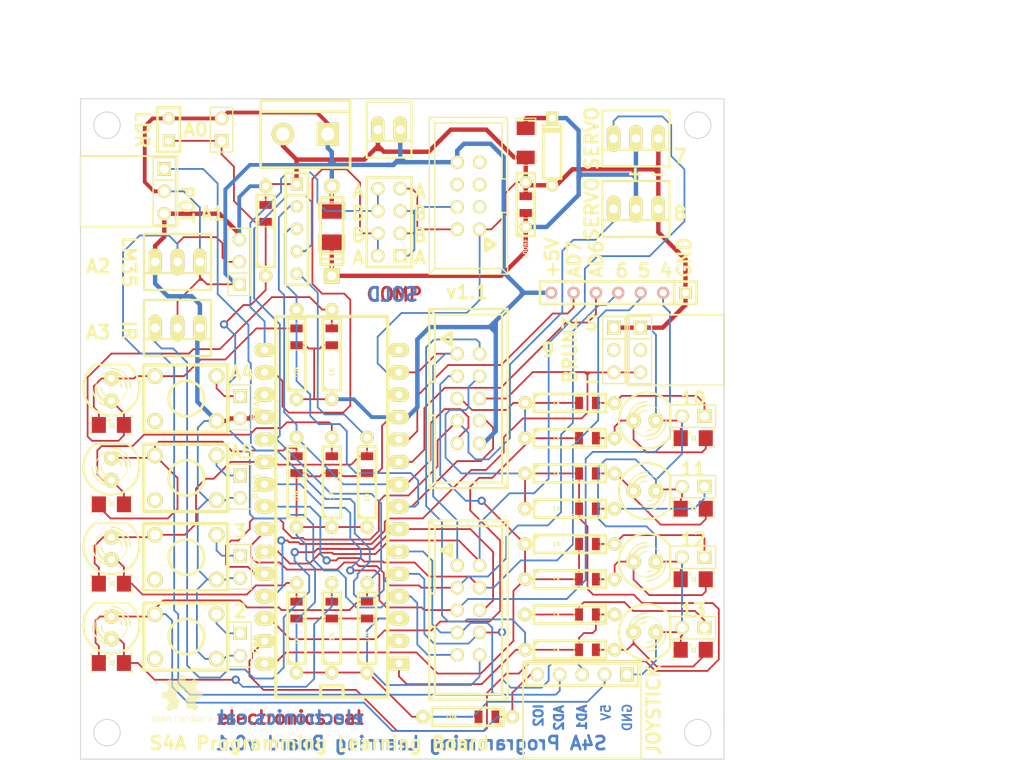
<source format=kicad_pcb>
(kicad_pcb (version 3) (host pcbnew "(22-Jun-2014 BZR 4027)-stable")
  (layers (15 F.Cu signal) (0 B.Cu signal) (18 B.Paste user hide) (19 F.Paste user hide) (20 B.SilkS user hide) (21 F.SilkS user) (22 B.Mask user hide) (23 F.Mask user hide) (28 Edge.Cuts user))
  (net 0 "")
  (net 1 /AD0)
  (net 2 /AD1)
  (net 3 /AD2)
  (net 4 /AD3)
  (net 5 /AD4)
  (net 6 /AD5)
  (net 7 /AD6)
  (net 8 /AD7)
  (net 9 /IO0)
  (net 10 /IO1)
  (net 11 /IO2)
  (net 12 /IO3)
  (net 13 /IO4)
  (net 14 /IO5)
  (net 15 /IO6)
  (net 16 /IO7)
  (net 17 /IO8)
  (net 18 /IO9)
  (net 19 /MISO)
  (net 20 /MOSI)
  (net 21 /SCK)
  (net 22 /SS)
  (net 23 /V_5V)
  (net 24 /V_SERVO)
  (net 25 GND)
  (net 26 N-000001)
  (net 27 N-0000010)
  (net 28 N-0000012)
  (net 29 N-0000017)
  (net 30 N-0000022)
  (net 31 N-0000024)
  (net 32 N-0000025)
  (net 33 N-0000026)
  (net 34 N-0000027)
  (net 35 N-0000028)
  (net 36 N-0000029)
  (net 37 N-0000039)
  (net 38 N-000004)
  (net 39 N-0000050)
  (net 40 N-0000053)
  (net 41 N-0000055)
  (net 42 N-0000057)
  (net 43 N-000006)
  (module VASCH5x2 (layer F.Cu) (at 133.5 86.5 270)
    (fp_text reference P1E1 hide)
    (fp_text value CONN_5X2 hide)
    (pad 1 thru_hole circle (at -5.08 1.27 270) (size 1.50622 1.50622) (drill 0.99822) (layers *.Cu *.Mask F.Paste F.SilkS) (net 25 GND))
    (pad 2 thru_hole circle (at -5.08 -1.27 270) (size 1.50622 1.50622) (drill 0.99822) (layers *.Cu *.Mask F.Paste F.SilkS) (net 16 /IO7))
    (pad 3 thru_hole circle (at -2.54 1.27 270) (size 1.50622 1.50622) (drill 0.99822) (layers *.Cu *.Mask F.Paste F.SilkS) (net 15 /IO6))
    (pad 4 thru_hole circle (at -2.54 -1.27 270) (size 1.50622 1.50622) (drill 0.99822) (layers *.Cu *.Mask F.Paste F.SilkS) (net 14 /IO5))
    (pad 5 thru_hole circle (at 0 1.27 270) (size 1.50622 1.50622) (drill 0.99822) (layers *.Cu *.Mask F.Paste F.SilkS) (net 13 /IO4))
    (pad 6 thru_hole circle (at 0 -1.27 270) (size 1.50622 1.50622) (drill 0.99822) (layers *.Cu *.Mask F.Paste F.SilkS) (net 4 /AD3))
    (pad 7 thru_hole circle (at 2.54 1.27 270) (size 1.50622 1.50622) (drill 0.99822) (layers *.Cu *.Mask F.Paste F.SilkS) (net 3 /AD2))
    (pad 8 thru_hole circle (at 2.54 -1.27 270) (size 1.50622 1.50622) (drill 0.99822) (layers *.Cu *.Mask F.Paste F.SilkS) (net 2 /AD1))
    (pad 9 thru_hole circle (at 5.08 1.27 270) (size 1.50622 1.50622) (drill 0.99822) (layers *.Cu *.Mask F.Paste F.SilkS) (net 1 /AD0))
    (pad 10 thru_hole circle (at 5.08 -1.27 270) (size 1.50622 1.50622) (drill 0.99822) (layers *.Cu *.Mask F.Paste F.SilkS) (net 23 /V_5V))
  )
  (module VASCH5x2 (layer F.Cu) (at 133.5 62.5 270)
    (fp_text reference P2E1 hide)
    (fp_text value CONN_5X2 hide)
    (pad 1 thru_hole circle (at -5.08 1.27 270) (size 1.50622 1.50622) (drill 0.99822) (layers *.Cu *.Mask F.Paste F.SilkS) (net 25 GND))
    (pad 2 thru_hole circle (at -5.08 -1.27 270) (size 1.50622 1.50622) (drill 0.99822) (layers *.Cu *.Mask F.Paste F.SilkS) (net 21 /SCK))
    (pad 3 thru_hole circle (at -2.54 1.27 270) (size 1.50622 1.50622) (drill 0.99822) (layers *.Cu *.Mask F.Paste F.SilkS) (net 19 /MISO))
    (pad 4 thru_hole circle (at -2.54 -1.27 270) (size 1.50622 1.50622) (drill 0.99822) (layers *.Cu *.Mask F.Paste F.SilkS) (net 20 /MOSI))
    (pad 5 thru_hole circle (at 0 1.27 270) (size 1.50622 1.50622) (drill 0.99822) (layers *.Cu *.Mask F.Paste F.SilkS) (net 22 /SS))
    (pad 6 thru_hole circle (at 0 -1.27 270) (size 1.50622 1.50622) (drill 0.99822) (layers *.Cu *.Mask F.Paste F.SilkS) (net 18 /IO9))
    (pad 7 thru_hole circle (at 2.54 1.27 270) (size 1.50622 1.50622) (drill 0.99822) (layers *.Cu *.Mask F.Paste F.SilkS) (net 17 /IO8))
    (pad 8 thru_hole circle (at 2.54 -1.27 270) (size 1.50622 1.50622) (drill 0.99822) (layers *.Cu *.Mask F.Paste F.SilkS) (net 5 /AD4))
    (pad 9 thru_hole circle (at 5.08 1.27 270) (size 1.50622 1.50622) (drill 0.99822) (layers *.Cu *.Mask F.Paste F.SilkS) (net 6 /AD5))
    (pad 10 thru_hole circle (at 5.08 -1.27 270) (size 1.50622 1.50622) (drill 0.99822) (layers *.Cu *.Mask F.Paste F.SilkS) (net 23 /V_5V))
  )
  (module VASCH4x2 (layer F.Cu) (at 133.5 39.5 90)
    (fp_text reference PCOMM1 hide)
    (fp_text value CONN_4X2 hide)
    (pad 1 thru_hole circle (at -3.81 1.27 90) (size 1.50622 1.50622) (drill 0.99822) (layers *.Cu *.Mask F.Paste F.SilkS) (net 25 GND))
    (pad 2 thru_hole circle (at -3.81 -1.27 90) (size 1.50622 1.50622) (drill 0.99822) (layers *.Cu *.Mask F.Paste F.SilkS) (net 39 N-0000050))
    (pad 3 thru_hole circle (at -1.27 1.27 90) (size 1.50622 1.50622) (drill 0.99822) (layers *.Cu *.Mask F.Paste F.SilkS))
    (pad 4 thru_hole circle (at -1.27 -1.27 90) (size 1.50622 1.50622) (drill 0.99822) (layers *.Cu *.Mask F.Paste F.SilkS) (net 37 N-0000039))
    (pad 5 thru_hole circle (at 1.27 1.27 90) (size 1.50622 1.50622) (drill 0.99822) (layers *.Cu *.Mask F.Paste F.SilkS))
    (pad 6 thru_hole circle (at 1.27 -1.27 90) (size 1.50622 1.50622) (drill 0.99822) (layers *.Cu *.Mask F.Paste F.SilkS))
    (pad 7 thru_hole circle (at 3.81 1.27 90) (size 1.50622 1.50622) (drill 0.99822) (layers *.Cu *.Mask F.Paste F.SilkS))
    (pad 8 thru_hole circle (at 3.81 -1.27 90) (size 1.50622 1.50622) (drill 0.99822) (layers *.Cu *.Mask F.Paste F.SilkS) (net 23 /V_5V))
  )
  (module SM1210L (layer F.Cu) (at 118 43 270)
    (fp_text reference D1S1 hide)
    (fp_text value DIODESCH hide)
    (pad 1 smd rect (at -1.778 0 270) (size 1.778 2.794) (layers F.Cu F.Paste F.Mask) (net 23 /V_5V))
    (pad 2 smd rect (at 1.778 0 270) (size 1.778 2.794) (layers F.Cu F.Paste F.Mask) (net 24 /V_SERVO))
  )
  (module SM1206POL-PCB (layer F.Cu) (at 140 33.5 90)
    (fp_text reference D2S2 hide)
    (fp_text value 1N4148 hide)
    (pad 1 smd rect (at -1.651 0 90) (size 1.524 2.032) (layers F.Cu F.Paste F.Mask) (net 25 GND))
    (pad 2 smd rect (at 1.651 0 90) (size 1.524 2.032) (layers F.Cu F.Paste F.Mask) (net 24 /V_SERVO))
  )
  (module SM0805 (layer F.Cu) (at 147 87 180)
    (fp_text reference R13S1 hide)
    (fp_text value 1K (at 3.5 0 180) (layer F.SilkS) (effects (font (size 0.50038 0.50038) (thickness 0.10922))))
    (pad 1 smd rect (at -0.9525 0 180) (size 0.889 1.397) (layers F.Cu F.Paste F.Mask) (net 21 /SCK))
    (pad 2 smd rect (at 0.9525 0 180) (size 0.889 1.397) (layers F.Cu F.Paste F.Mask) (net 28 N-0000012))
  )
  (module SM0805 (layer F.Cu) (at 110.5 41.5 90)
    (fp_text reference RA3S1 hide)
    (fp_text value 10K (at 3.5 0 90) (layer F.SilkS) (effects (font (size 0.50038 0.50038) (thickness 0.10922))))
    (pad 1 smd rect (at -0.9525 0 90) (size 0.889 1.397) (layers F.Cu F.Paste F.Mask) (net 1 /AD0))
    (pad 2 smd rect (at 0.9525 0 90) (size 0.889 1.397) (layers F.Cu F.Paste F.Mask) (net 25 GND))
  )
  (module SM0805 (layer F.Cu) (at 114 55.5 90)
    (fp_text reference R41S1 hide)
    (fp_text value 10K (at -4 0 90) (layer F.SilkS) (effects (font (size 0.50038 0.50038) (thickness 0.10922))))
    (pad 1 smd rect (at -0.9525 0 90) (size 0.889 1.397) (layers F.Cu F.Paste F.Mask) (net 23 /V_5V))
    (pad 2 smd rect (at 0.9525 0 90) (size 0.889 1.397) (layers F.Cu F.Paste F.Mask) (net 5 /AD4))
  )
  (module SM0805 (layer F.Cu) (at 118 55.5 90)
    (fp_text reference R42S1 hide)
    (fp_text value 1K (at -4 0 90) (layer F.SilkS) (effects (font (size 0.50038 0.50038) (thickness 0.10922))))
    (pad 1 smd rect (at -0.9525 0 90) (size 0.889 1.397) (layers F.Cu F.Paste F.Mask) (net 23 /V_5V))
    (pad 2 smd rect (at 0.9525 0 90) (size 0.889 1.397) (layers F.Cu F.Paste F.Mask) (net 27 N-0000010))
  )
  (module SM0805 (layer F.Cu) (at 147 79)
    (fp_text reference R12S1 hide)
    (fp_text value 1K (at -3.5 0) (layer F.SilkS) (effects (font (size 0.50038 0.50038) (thickness 0.10922))))
    (pad 1 smd rect (at -0.9525 0) (size 0.889 1.397) (layers F.Cu F.Paste F.Mask) (net 19 /MISO))
    (pad 2 smd rect (at 0.9525 0) (size 0.889 1.397) (layers F.Cu F.Paste F.Mask) (net 38 N-000004))
  )
  (module SM0805 (layer F.Cu) (at 147 83)
    (fp_text reference R12AS1 hide)
    (fp_text value 1K (at -3.5 0) (layer F.SilkS) (effects (font (size 0.50038 0.50038) (thickness 0.10922))))
    (pad 1 smd rect (at -0.9525 0) (size 0.889 1.397) (layers F.Cu F.Paste F.Mask) (net 19 /MISO))
    (pad 2 smd rect (at 0.9525 0) (size 0.889 1.397) (layers F.Cu F.Paste F.Mask) (net 35 N-0000028))
  )
  (module SM0805 (layer F.Cu) (at 114 70 90)
    (fp_text reference R51S1 hide)
    (fp_text value 10K (at -3.5 0 90) (layer F.SilkS) (effects (font (size 0.50038 0.50038) (thickness 0.10922))))
    (pad 1 smd rect (at -0.9525 0 90) (size 0.889 1.397) (layers F.Cu F.Paste F.Mask) (net 23 /V_5V))
    (pad 2 smd rect (at 0.9525 0 90) (size 0.889 1.397) (layers F.Cu F.Paste F.Mask) (net 6 /AD5))
  )
  (module SM0805 (layer F.Cu) (at 147 91)
    (fp_text reference R13AS1 hide)
    (fp_text value 1K (at -3.5 0) (layer F.SilkS) (effects (font (size 0.50038 0.50038) (thickness 0.10922))))
    (pad 1 smd rect (at -0.9525 0) (size 0.889 1.397) (layers F.Cu F.Paste F.Mask) (net 21 /SCK))
    (pad 2 smd rect (at 0.9525 0) (size 0.889 1.397) (layers F.Cu F.Paste F.Mask) (net 34 N-0000027))
  )
  (module SM0805 (layer F.Cu) (at 147 75)
    (fp_text reference R11S1 hide)
    (fp_text value 1K (at -3.5 0) (layer F.SilkS) (effects (font (size 0.50038 0.50038) (thickness 0.10922))))
    (pad 1 smd rect (at -0.9525 0) (size 0.889 1.397) (layers F.Cu F.Paste F.Mask) (net 20 /MOSI))
    (pad 2 smd rect (at 0.9525 0) (size 0.889 1.397) (layers F.Cu F.Paste F.Mask) (net 26 N-000001))
  )
  (module SM0805 (layer F.Cu) (at 118 70 90)
    (fp_text reference R52S1 hide)
    (fp_text value 1K (at -3.5 0 90) (layer F.SilkS) (effects (font (size 0.50038 0.50038) (thickness 0.10922))))
    (pad 1 smd rect (at -0.9525 0 90) (size 0.889 1.397) (layers F.Cu F.Paste F.Mask) (net 23 /V_5V))
    (pad 2 smd rect (at 0.9525 0 90) (size 0.889 1.397) (layers F.Cu F.Paste F.Mask) (net 41 N-0000055))
  )
  (module SM0805 (layer F.Cu) (at 147 71)
    (fp_text reference R11AS1 hide)
    (fp_text value 1K (at -3.5 0) (layer F.SilkS) (effects (font (size 0.50038 0.50038) (thickness 0.10922))))
    (pad 1 smd rect (at -0.9525 0) (size 0.889 1.397) (layers F.Cu F.Paste F.Mask) (net 20 /MOSI))
    (pad 2 smd rect (at 0.9525 0) (size 0.889 1.397) (layers F.Cu F.Paste F.Mask) (net 33 N-0000026))
  )
  (module SM0805 (layer F.Cu) (at 122 70 90)
    (fp_text reference R31S1 hide)
    (fp_text value 10K (at -3.5 0 90) (layer F.SilkS) (effects (font (size 0.50038 0.50038) (thickness 0.10922))))
    (pad 1 smd rect (at -0.9525 0 90) (size 0.889 1.397) (layers F.Cu F.Paste F.Mask) (net 23 /V_5V))
    (pad 2 smd rect (at 0.9525 0 90) (size 0.889 1.397) (layers F.Cu F.Paste F.Mask) (net 12 /IO3))
  )
  (module SM0805 (layer F.Cu) (at 114 86.5 90)
    (fp_text reference R32S1 hide)
    (fp_text value 1K (at -3.5 0 90) (layer F.SilkS) (effects (font (size 0.50038 0.50038) (thickness 0.10922))))
    (pad 1 smd rect (at -0.9525 0 90) (size 0.889 1.397) (layers F.Cu F.Paste F.Mask) (net 23 /V_5V))
    (pad 2 smd rect (at 0.9525 0 90) (size 0.889 1.397) (layers F.Cu F.Paste F.Mask) (net 40 N-0000053))
  )
  (module SM0805 (layer F.Cu) (at 147 63)
    (fp_text reference R10S1 hide)
    (fp_text value 1K (at -3.5 0) (layer F.SilkS) (effects (font (size 0.50038 0.50038) (thickness 0.10922))))
    (pad 1 smd rect (at -0.9525 0) (size 0.889 1.397) (layers F.Cu F.Paste F.Mask) (net 22 /SS))
    (pad 2 smd rect (at 0.9525 0) (size 0.889 1.397) (layers F.Cu F.Paste F.Mask) (net 43 N-000006))
  )
  (module SM0805 (layer F.Cu) (at 147 67)
    (fp_text reference R10AS1 hide)
    (fp_text value 1K (at -3.5 0) (layer F.SilkS) (effects (font (size 0.50038 0.50038) (thickness 0.10922))))
    (pad 1 smd rect (at -0.9525 0) (size 0.889 1.397) (layers F.Cu F.Paste F.Mask) (net 22 /SS))
    (pad 2 smd rect (at 0.9525 0) (size 0.889 1.397) (layers F.Cu F.Paste F.Mask) (net 36 N-0000029))
  )
  (module SM0805 (layer F.Cu) (at 118 86.5 90)
    (fp_text reference R22S1 hide)
    (fp_text value 1K (at -3 0 90) (layer F.SilkS) (effects (font (size 0.50038 0.50038) (thickness 0.10922))))
    (pad 1 smd rect (at -0.9525 0 90) (size 0.889 1.397) (layers F.Cu F.Paste F.Mask) (net 23 /V_5V))
    (pad 2 smd rect (at 0.9525 0 90) (size 0.889 1.397) (layers F.Cu F.Paste F.Mask) (net 42 N-0000057))
  )
  (module SM0805 (layer F.Cu) (at 140 40.5 90)
    (fp_text reference C1S1 hide)
    (fp_text value 100nF (at -5 0 90) (layer F.SilkS) (effects (font (size 0.50038 0.50038) (thickness 0.10922))))
    (pad 1 smd rect (at -0.9525 0 90) (size 0.889 1.397) (layers F.Cu F.Paste F.Mask) (net 24 /V_SERVO))
    (pad 2 smd rect (at 0.9525 0 90) (size 0.889 1.397) (layers F.Cu F.Paste F.Mask) (net 25 GND))
  )
  (module SM0805 (layer F.Cu) (at 122 86.5 90)
    (fp_text reference R21S1 hide)
    (fp_text value 10K (at -3 0 90) (layer F.SilkS) (effects (font (size 0.50038 0.50038) (thickness 0.10922))))
    (pad 1 smd rect (at -0.9525 0 90) (size 0.889 1.397) (layers F.Cu F.Paste F.Mask) (net 23 /V_5V))
    (pad 2 smd rect (at 0.9525 0 90) (size 0.889 1.397) (layers F.Cu F.Paste F.Mask) (net 11 /IO2))
  )
  (module SIL-7 (layer F.Cu) (at 150.5 50.5 180)
    (fp_text reference P5 hide)
    (fp_text value CONN_7 hide)
    (pad 1 thru_hole rect (at -7.62 0 180) (size 1.397 1.397) (drill 0.8128) (layers *.Cu *.Mask F.SilkS) (net 25 GND))
    (pad 2 thru_hole circle (at -5.08 0 180) (size 1.397 1.397) (drill 0.8128) (layers *.Cu *.SilkS *.Mask) (net 13 /IO4))
    (pad 3 thru_hole circle (at -2.54 0 180) (size 1.397 1.397) (drill 0.8128) (layers *.Cu *.SilkS *.Mask) (net 14 /IO5))
    (pad 4 thru_hole circle (at 0 0 180) (size 1.397 1.397) (drill 0.8128) (layers *.Cu *.SilkS *.Mask) (net 15 /IO6))
    (pad 5 thru_hole circle (at 2.54 0 180) (size 1.397 1.397) (drill 0.8128) (layers *.Cu *.SilkS *.Mask) (net 7 /AD6))
    (pad 6 thru_hole circle (at 5.08 0 180) (size 1.397 1.397) (drill 0.8128) (layers *.Cu *.SilkS *.Mask) (net 8 /AD7))
    (pad 7 thru_hole circle (at 7.62 0 180) (size 1.397 1.397) (drill 0.8128) (layers *.Cu *.SilkS *.Mask) (net 23 /V_5V))
  )
  (module SIL-5 (layer F.Cu) (at 114.02314 44.52112 270)
    (fp_text reference P_TECL_1 hide)
    (fp_text value CONN_5 hide)
    (pad 1 thru_hole rect (at -6.35 0 270) (size 1.397 1.397) (drill 0.8128) (layers *.Cu *.Mask F.SilkS) (net 25 GND))
    (pad 2 thru_hole circle (at -3.81 0 270) (size 1.397 1.397) (drill 0.8128) (layers *.Cu *.Mask F.SilkS) (net 6 /AD5))
    (pad 3 thru_hole circle (at -1.27 0 270) (size 1.397 1.397) (drill 0.8128) (layers *.Cu *.Mask F.SilkS) (net 5 /AD4))
    (pad 4 thru_hole circle (at 1.27 0 270) (size 1.397 1.397) (drill 0.8128) (layers *.Cu *.Mask F.SilkS) (net 11 /IO2))
    (pad 5 thru_hole circle (at 3.81 0 270) (size 1.397 1.397) (drill 0.8128) (layers *.Cu *.Mask F.SilkS) (net 12 /IO3))
  )
  (module SIL-2 (layer F.Cu) (at 99.5 32 90)
    (fp_text reference P3A1 hide)
    (fp_text value CONN_2 hide)
    (pad 1 thru_hole rect (at -1.27 0 90) (size 1.397 1.397) (drill 0.8128) (layers *.Cu *.Mask F.SilkS) (net 1 /AD0))
    (pad 2 thru_hole circle (at 1.27 0 90) (size 1.397 1.397) (drill 0.8128) (layers *.Cu *.Mask F.SilkS) (net 23 /V_5V))
  )
  (module R4 (layer F.Cu) (at 122 88.5 90)
    (fp_text reference R21C1 hide)
    (fp_text value 10K hide)
    (pad 1 thru_hole circle (at -5.08 0 90) (size 1.524 1.524) (drill 0.8128) (layers *.Cu *.Mask F.SilkS) (net 23 /V_5V))
    (pad 2 thru_hole circle (at 5.08 0 90) (size 1.524 1.524) (drill 0.8128) (layers *.Cu *.Mask F.SilkS) (net 11 /IO2))
  )
  (module R4 (layer F.Cu) (at 110.5 43.5 90)
    (fp_text reference RA3C1 hide)
    (fp_text value 10K hide)
    (pad 1 thru_hole circle (at -5.08 0 90) (size 1.524 1.524) (drill 0.8128) (layers *.Cu *.Mask F.SilkS) (net 1 /AD0))
    (pad 2 thru_hole circle (at 5.08 0 90) (size 1.524 1.524) (drill 0.8128) (layers *.Cu *.Mask F.SilkS) (net 25 GND))
  )
  (module R4 (layer F.Cu) (at 145 87 180)
    (fp_text reference R13C1 hide)
    (fp_text value 1K hide)
    (pad 1 thru_hole circle (at -5.08 0 180) (size 1.524 1.524) (drill 0.8128) (layers *.Cu *.Mask F.SilkS) (net 21 /SCK))
    (pad 2 thru_hole circle (at 5.08 0 180) (size 1.524 1.524) (drill 0.8128) (layers *.Cu *.Mask F.SilkS) (net 28 N-0000012))
  )
  (module R4 (layer F.Cu) (at 118 57.5 90)
    (fp_text reference R42C1 hide)
    (fp_text value 1K hide)
    (pad 1 thru_hole circle (at -5.08 0 90) (size 1.524 1.524) (drill 0.8128) (layers *.Cu *.Mask F.SilkS) (net 23 /V_5V))
    (pad 2 thru_hole circle (at 5.08 0 90) (size 1.524 1.524) (drill 0.8128) (layers *.Cu *.Mask F.SilkS) (net 27 N-0000010))
  )
  (module R4 (layer F.Cu) (at 145 79)
    (fp_text reference R12C1 hide)
    (fp_text value 1K hide)
    (pad 1 thru_hole circle (at -5.08 0) (size 1.524 1.524) (drill 0.8128) (layers *.Cu *.Mask F.SilkS) (net 19 /MISO))
    (pad 2 thru_hole circle (at 5.08 0) (size 1.524 1.524) (drill 0.8128) (layers *.Cu *.Mask F.SilkS) (net 38 N-000004))
  )
  (module R4 (layer F.Cu) (at 145 91)
    (fp_text reference R13AC1 hide)
    (fp_text value 1K hide)
    (pad 1 thru_hole circle (at -5.08 0) (size 1.524 1.524) (drill 0.8128) (layers *.Cu *.Mask F.SilkS) (net 21 /SCK))
    (pad 2 thru_hole circle (at 5.08 0) (size 1.524 1.524) (drill 0.8128) (layers *.Cu *.Mask F.SilkS) (net 34 N-0000027))
  )
  (module R4 (layer F.Cu) (at 145 83)
    (fp_text reference R12AC1 hide)
    (fp_text value 1K hide)
    (pad 1 thru_hole circle (at -5.08 0) (size 1.524 1.524) (drill 0.8128) (layers *.Cu *.Mask F.SilkS) (net 19 /MISO))
    (pad 2 thru_hole circle (at 5.08 0) (size 1.524 1.524) (drill 0.8128) (layers *.Cu *.Mask F.SilkS) (net 35 N-0000028))
  )
  (module R4 (layer F.Cu) (at 114 57.5 90)
    (fp_text reference R41C1 hide)
    (fp_text value 10K hide)
    (pad 1 thru_hole circle (at -5.08 0 90) (size 1.524 1.524) (drill 0.8128) (layers *.Cu *.Mask F.SilkS) (net 23 /V_5V))
    (pad 2 thru_hole circle (at 5.08 0 90) (size 1.524 1.524) (drill 0.8128) (layers *.Cu *.Mask F.SilkS) (net 5 /AD4))
  )
  (module R4 (layer F.Cu) (at 118 72 90)
    (fp_text reference R52C1 hide)
    (fp_text value 1K hide)
    (pad 1 thru_hole circle (at -5.08 0 90) (size 1.524 1.524) (drill 0.8128) (layers *.Cu *.Mask F.SilkS) (net 23 /V_5V))
    (pad 2 thru_hole circle (at 5.08 0 90) (size 1.524 1.524) (drill 0.8128) (layers *.Cu *.Mask F.SilkS) (net 41 N-0000055))
  )
  (module R4 (layer F.Cu) (at 145 75)
    (fp_text reference R11C1 hide)
    (fp_text value 1K hide)
    (pad 1 thru_hole circle (at -5.08 0) (size 1.524 1.524) (drill 0.8128) (layers *.Cu *.Mask F.SilkS) (net 20 /MOSI))
    (pad 2 thru_hole circle (at 5.08 0) (size 1.524 1.524) (drill 0.8128) (layers *.Cu *.Mask F.SilkS) (net 26 N-000001))
  )
  (module R4 (layer F.Cu) (at 145 67)
    (fp_text reference R10AC1 hide)
    (fp_text value 1K hide)
    (pad 1 thru_hole circle (at -5.08 0) (size 1.524 1.524) (drill 0.8128) (layers *.Cu *.Mask F.SilkS) (net 22 /SS))
    (pad 2 thru_hole circle (at 5.08 0) (size 1.524 1.524) (drill 0.8128) (layers *.Cu *.Mask F.SilkS) (net 36 N-0000029))
  )
  (module R4 (layer F.Cu) (at 114 72 90)
    (fp_text reference R51C1 hide)
    (fp_text value 10K hide)
    (pad 1 thru_hole circle (at -5.08 0 90) (size 1.524 1.524) (drill 0.8128) (layers *.Cu *.Mask F.SilkS) (net 23 /V_5V))
    (pad 2 thru_hole circle (at 5.08 0 90) (size 1.524 1.524) (drill 0.8128) (layers *.Cu *.Mask F.SilkS) (net 6 /AD5))
  )
  (module R4 (layer F.Cu) (at 114 88.5 90)
    (fp_text reference R32C1 hide)
    (fp_text value 1K hide)
    (pad 1 thru_hole circle (at -5.08 0 90) (size 1.524 1.524) (drill 0.8128) (layers *.Cu *.Mask F.SilkS) (net 23 /V_5V))
    (pad 2 thru_hole circle (at 5.08 0 90) (size 1.524 1.524) (drill 0.8128) (layers *.Cu *.Mask F.SilkS) (net 40 N-0000053))
  )
  (module R4 (layer F.Cu) (at 145 71)
    (fp_text reference R11AC1 hide)
    (fp_text value 1K hide)
    (pad 1 thru_hole circle (at -5.08 0) (size 1.524 1.524) (drill 0.8128) (layers *.Cu *.Mask F.SilkS) (net 20 /MOSI))
    (pad 2 thru_hole circle (at 5.08 0) (size 1.524 1.524) (drill 0.8128) (layers *.Cu *.Mask F.SilkS) (net 33 N-0000026))
  )
  (module R4 (layer F.Cu) (at 118 88.5 90)
    (fp_text reference R22C1 hide)
    (fp_text value 1K hide)
    (pad 1 thru_hole circle (at -5.08 0 90) (size 1.524 1.524) (drill 0.8128) (layers *.Cu *.Mask F.SilkS) (net 23 /V_5V))
    (pad 2 thru_hole circle (at 5.08 0 90) (size 1.524 1.524) (drill 0.8128) (layers *.Cu *.Mask F.SilkS) (net 42 N-0000057))
  )
  (module R4 (layer F.Cu) (at 145 63)
    (fp_text reference R10C1 hide)
    (fp_text value 1K hide)
    (pad 1 thru_hole circle (at -5.08 0) (size 1.524 1.524) (drill 0.8128) (layers *.Cu *.Mask F.SilkS) (net 22 /SS))
    (pad 2 thru_hole circle (at 5.08 0) (size 1.524 1.524) (drill 0.8128) (layers *.Cu *.Mask F.SilkS) (net 43 N-000006))
  )
  (module R4 (layer F.Cu) (at 122 72 90)
    (fp_text reference R31C1 hide)
    (fp_text value 10K hide)
    (pad 1 thru_hole circle (at -5.08 0 90) (size 1.524 1.524) (drill 0.8128) (layers *.Cu *.Mask F.SilkS) (net 23 /V_5V))
    (pad 2 thru_hole circle (at 5.08 0 90) (size 1.524 1.524) (drill 0.8128) (layers *.Cu *.Mask F.SilkS) (net 12 /IO3))
  )
  (module PINHEAD1-3 (layer F.Cu) (at 100.5 54.5 180)
    (fp_text reference P2 hide)
    (fp_text value CONN_3 hide)
    (pad 1 thru_hole oval (at -2.54 0 180) (size 1.50622 3.01498) (drill 0.99822) (layers *.Cu *.Mask F.SilkS) (net 25 GND))
    (pad 2 thru_hole oval (at 0 0 180) (size 1.50622 3.01498) (drill 0.99822) (layers *.Cu *.Mask F.SilkS) (net 23 /V_5V))
    (pad 3 thru_hole oval (at 2.54 0 180) (size 1.50622 3.01498) (drill 0.99822) (layers *.Cu *.Mask F.SilkS) (net 4 /AD3))
  )
  (module PINHEAD1-3 (layer F.Cu) (at 152.5 33 180)
    (fp_text reference K5 hide)
    (fp_text value CONN_3 hide)
    (pad 1 thru_hole oval (at -2.54 0 180) (size 1.50622 3.01498) (drill 0.99822) (layers *.Cu *.Mask F.SilkS) (net 25 GND))
    (pad 2 thru_hole oval (at 0 0 180) (size 1.50622 3.01498) (drill 0.99822) (layers *.Cu *.Mask F.SilkS) (net 24 /V_SERVO))
    (pad 3 thru_hole oval (at 2.54 0 180) (size 1.50622 3.01498) (drill 0.99822) (layers *.Cu *.Mask F.SilkS) (net 16 /IO7))
  )
  (module PINHEAD1-3 (layer F.Cu) (at 152.5 41 180)
    (fp_text reference K6 hide)
    (fp_text value CONN_3 hide)
    (pad 1 thru_hole oval (at -2.54 0 180) (size 1.50622 3.01498) (drill 0.99822) (layers *.Cu *.Mask F.SilkS) (net 25 GND))
    (pad 2 thru_hole oval (at 0 0 180) (size 1.50622 3.01498) (drill 0.99822) (layers *.Cu *.Mask F.SilkS) (net 24 /V_SERVO))
    (pad 3 thru_hole oval (at 2.54 0 180) (size 1.50622 3.01498) (drill 0.99822) (layers *.Cu *.Mask F.SilkS) (net 17 /IO8))
  )
  (module PINHEAD1-3 (layer F.Cu) (at 100.5 47 180)
    (fp_text reference P1 hide)
    (fp_text value CONN_3 hide)
    (pad 1 thru_hole oval (at -2.54 0 180) (size 1.50622 3.01498) (drill 0.99822) (layers *.Cu *.Mask F.SilkS) (net 23 /V_5V))
    (pad 2 thru_hole oval (at 0 0 180) (size 1.50622 3.01498) (drill 0.99822) (layers *.Cu *.Mask F.SilkS) (net 3 /AD2))
    (pad 3 thru_hole oval (at 2.54 0 180) (size 1.50622 3.01498) (drill 0.99822) (layers *.Cu *.Mask F.SilkS) (net 25 GND))
  )
  (module PINHEAD1-2 (layer F.Cu) (at 124.5 32 180)
    (fp_text reference P_5V2 hide)
    (fp_text value CONN_2 hide)
    (pad 1 thru_hole oval (at -1.27 0 180) (size 1.50622 3.01498) (drill 0.99822) (layers *.Cu *.Mask F.SilkS) (net 23 /V_5V))
    (pad 2 thru_hole oval (at 1.27 0 180) (size 1.50622 3.01498) (drill 0.99822) (layers *.Cu *.Mask F.SilkS) (net 25 GND))
  )
  (module pin_array_4x2 (layer F.Cu) (at 124.5 42.5 90)
    (fp_text reference P_JUMPERS_TX_RX1 hide)
    (fp_text value CONN_4X2 hide)
    (pad 1 thru_hole rect (at -3.81 1.27 90) (size 1.524 1.524) (drill 1.016) (layers *.Cu *.Mask F.SilkS) (net 37 N-0000039))
    (pad 2 thru_hole circle (at -3.81 -1.27 90) (size 1.524 1.524) (drill 1.016) (layers *.Cu *.Mask F.SilkS) (net 10 /IO1))
    (pad 3 thru_hole circle (at -1.27 1.27 90) (size 1.524 1.524) (drill 1.016) (layers *.Cu *.Mask F.SilkS) (net 39 N-0000050))
    (pad 4 thru_hole circle (at -1.27 -1.27 90) (size 1.524 1.524) (drill 1.016) (layers *.Cu *.Mask F.SilkS) (net 10 /IO1))
    (pad 5 thru_hole circle (at 1.27 1.27 90) (size 1.524 1.524) (drill 1.016) (layers *.Cu *.Mask F.SilkS) (net 37 N-0000039))
    (pad 6 thru_hole circle (at 1.27 -1.27 90) (size 1.524 1.524) (drill 1.016) (layers *.Cu *.Mask F.SilkS) (net 9 /IO0))
    (pad 7 thru_hole circle (at 3.81 1.27 90) (size 1.524 1.524) (drill 1.016) (layers *.Cu *.Mask F.SilkS) (net 39 N-0000050))
    (pad 8 thru_hole circle (at 3.81 -1.27 90) (size 1.524 1.524) (drill 1.016) (layers *.Cu *.Mask F.SilkS) (net 9 /IO0))
  )
  (module PIN_ARRAY_3X1 (layer F.Cu) (at 153 57 270)
    (fp_text reference K4 hide)
    (fp_text value CONN_3 hide)
    (pad 1 thru_hole rect (at -2.54 0 270) (size 1.524 1.524) (drill 1.016) (layers *.Cu *.Mask F.SilkS) (net 25 GND))
    (pad 2 thru_hole circle (at 0 0 270) (size 1.524 1.524) (drill 1.016) (layers *.Cu *.Mask F.SilkS))
    (pad 3 thru_hole circle (at 2.54 0 270) (size 1.524 1.524) (drill 1.016) (layers *.Cu *.Mask F.SilkS) (net 18 /IO9))
  )
  (module PIN_ARRAY_3X1 (layer F.Cu) (at 99 39 270)
    (fp_text reference P0 hide)
    (fp_text value CONN_3 hide)
    (pad 1 thru_hole rect (at -2.54 0 270) (size 1.524 1.524) (drill 1.016) (layers *.Cu *.Mask F.SilkS) (net 2 /AD1))
    (pad 2 thru_hole circle (at 0 0 270) (size 1.524 1.524) (drill 1.016) (layers *.Cu *.Mask F.SilkS) (net 23 /V_5V))
    (pad 3 thru_hole circle (at 2.54 0 270) (size 1.524 1.524) (drill 1.016) (layers *.Cu *.Mask F.SilkS) (net 25 GND))
  )
  (module PIN_ARRAY_3X1 (layer F.Cu) (at 107.5 47 90)
    (fp_text reference P1A1 hide)
    (fp_text value CONN_3 hide)
    (pad 1 thru_hole rect (at -2.54 0 90) (size 1.524 1.524) (drill 1.016) (layers *.Cu *.Mask F.SilkS) (net 23 /V_5V))
    (pad 2 thru_hole circle (at 0 0 90) (size 1.524 1.524) (drill 1.016) (layers *.Cu *.Mask F.SilkS) (net 3 /AD2))
    (pad 3 thru_hole circle (at 2.54 0 90) (size 1.524 1.524) (drill 1.016) (layers *.Cu *.Mask F.SilkS) (net 25 GND))
  )
  (module PIN_ARRAY_2X1 (layer F.Cu) (at 159 80.5 180)
    (fp_text reference P12 hide)
    (fp_text value CONN_2 hide)
    (pad 1 thru_hole rect (at -1.27 0 180) (size 1.524 1.524) (drill 1.016) (layers *.Cu *.Mask F.SilkS) (net 38 N-000004))
    (pad 2 thru_hole circle (at 1.27 0 180) (size 1.524 1.524) (drill 1.016) (layers *.Cu *.Mask F.SilkS) (net 25 GND))
  )
  (module PIN_ARRAY_2X1 (layer F.Cu) (at 159 88.5 180)
    (fp_text reference P13 hide)
    (fp_text value CONN_2 hide)
    (pad 1 thru_hole rect (at -1.27 0 180) (size 1.524 1.524) (drill 1.016) (layers *.Cu *.Mask F.SilkS) (net 28 N-0000012))
    (pad 2 thru_hole circle (at 1.27 0 180) (size 1.524 1.524) (drill 1.016) (layers *.Cu *.Mask F.SilkS) (net 25 GND))
  )
  (module PIN_ARRAY_2X1 (layer F.Cu) (at 105.5 32 90)
    (fp_text reference P3 hide)
    (fp_text value CONN_2 hide)
    (pad 1 thru_hole rect (at -1.27 0 90) (size 1.524 1.524) (drill 1.016) (layers *.Cu *.Mask F.SilkS) (net 1 /AD0))
    (pad 2 thru_hole circle (at 1.27 0 90) (size 1.524 1.524) (drill 1.016) (layers *.Cu *.Mask F.SilkS) (net 23 /V_5V))
  )
  (module PIN_ARRAY_2X1 (layer F.Cu) (at 159 64.5 180)
    (fp_text reference P10 hide)
    (fp_text value CONN_2 hide)
    (pad 1 thru_hole rect (at -1.27 0 180) (size 1.524 1.524) (drill 1.016) (layers *.Cu *.Mask F.SilkS) (net 43 N-000006))
    (pad 2 thru_hole circle (at 1.27 0 180) (size 1.524 1.524) (drill 1.016) (layers *.Cu *.Mask F.SilkS) (net 25 GND))
  )
  (module PIN_ARRAY_2X1 (layer F.Cu) (at 159 72.5 180)
    (fp_text reference P11 hide)
    (fp_text value CONN_2 hide)
    (pad 1 thru_hole rect (at -1.27 0 180) (size 1.524 1.524) (drill 1.016) (layers *.Cu *.Mask F.SilkS) (net 26 N-000001))
    (pad 2 thru_hole circle (at 1.27 0 180) (size 1.524 1.524) (drill 1.016) (layers *.Cu *.Mask F.SilkS) (net 25 GND))
  )
  (module MINIBUT (layer F.Cu) (at 101.5 71.5)
    (fp_text reference SW2 hide)
    (fp_text value PUSH_BUTTON hide)
    (pad 1 thru_hole circle (at 3.429 -2.54) (size 1.778 1.778) (drill 1.143) (layers *.Cu *.Mask F.SilkS) (net 32 N-0000025))
    (pad 2 thru_hole circle (at 3.429 2.54) (size 1.778 1.778) (drill 1.143) (layers *.Cu *.Mask F.SilkS) (net 25 GND))
    (pad 3 thru_hole circle (at -3.556 2.54) (size 1.778 1.778) (drill 1.143) (layers *.Cu *.Mask F.SilkS))
    (pad 4 thru_hole circle (at -3.556 -2.54) (size 1.778 1.778) (drill 1.143) (layers *.Cu *.Mask F.SilkS) (net 6 /AD5))
  )
  (module MINIBUT (layer F.Cu) (at 101.5 80.5)
    (fp_text reference SW3 hide)
    (fp_text value PUSH_BUTTON hide)
    (pad 1 thru_hole circle (at 3.429 -2.54) (size 1.778 1.778) (drill 1.143) (layers *.Cu *.Mask F.SilkS) (net 30 N-0000022))
    (pad 2 thru_hole circle (at 3.429 2.54) (size 1.778 1.778) (drill 1.143) (layers *.Cu *.Mask F.SilkS) (net 25 GND))
    (pad 3 thru_hole circle (at -3.556 2.54) (size 1.778 1.778) (drill 1.143) (layers *.Cu *.Mask F.SilkS))
    (pad 4 thru_hole circle (at -3.556 -2.54) (size 1.778 1.778) (drill 1.143) (layers *.Cu *.Mask F.SilkS) (net 12 /IO3))
  )
  (module MINIBUT (layer F.Cu) (at 101.5 62.5)
    (fp_text reference SW4 hide)
    (fp_text value PUSH_BUTTON hide)
    (pad 1 thru_hole circle (at 3.429 -2.54) (size 1.778 1.778) (drill 1.143) (layers *.Cu *.Mask F.SilkS) (net 31 N-0000024))
    (pad 2 thru_hole circle (at 3.429 2.54) (size 1.778 1.778) (drill 1.143) (layers *.Cu *.Mask F.SilkS) (net 25 GND))
    (pad 3 thru_hole circle (at -3.556 2.54) (size 1.778 1.778) (drill 1.143) (layers *.Cu *.Mask F.SilkS))
    (pad 4 thru_hole circle (at -3.556 -2.54) (size 1.778 1.778) (drill 1.143) (layers *.Cu *.Mask F.SilkS) (net 5 /AD4))
  )
  (module MINIBUT (layer F.Cu) (at 101.5 89.5)
    (fp_text reference SW1 hide)
    (fp_text value PUSH_BUTTON hide)
    (pad 1 thru_hole circle (at 3.429 -2.54) (size 1.778 1.778) (drill 1.143) (layers *.Cu *.Mask F.SilkS) (net 29 N-0000017))
    (pad 2 thru_hole circle (at 3.429 2.54) (size 1.778 1.778) (drill 1.143) (layers *.Cu *.Mask F.SilkS) (net 25 GND))
    (pad 3 thru_hole circle (at -3.556 2.54) (size 1.778 1.778) (drill 1.143) (layers *.Cu *.Mask F.SilkS))
    (pad 4 thru_hole circle (at -3.556 -2.54) (size 1.778 1.778) (drill 1.143) (layers *.Cu *.Mask F.SilkS) (net 11 /IO2))
  )
  (module LED-5MM (layer F.Cu) (at 93 70.5 90)
    (fp_text reference D5C1 hide)
    (fp_text value LED hide)
    (pad 1 thru_hole circle (at -1.27 0 90) (size 1.6764 1.6764) (drill 0.8128) (layers *.Cu *.Mask F.SilkS) (net 41 N-0000055))
    (pad 2 thru_hole circle (at 1.27 0 90) (size 1.6764 1.6764) (drill 0.8128) (layers *.Cu *.Mask F.SilkS) (net 6 /AD5))
  )
  (module LED-5MM (layer F.Cu) (at 93 79.5 90)
    (fp_text reference D3C1 hide)
    (fp_text value LED hide)
    (pad 1 thru_hole circle (at -1.27 0 90) (size 1.6764 1.6764) (drill 0.8128) (layers *.Cu *.Mask F.SilkS) (net 40 N-0000053))
    (pad 2 thru_hole circle (at 1.27 0 90) (size 1.6764 1.6764) (drill 0.8128) (layers *.Cu *.Mask F.SilkS) (net 12 /IO3))
  )
  (module LED-5MM (layer F.Cu) (at 153.5 73)
    (fp_text reference D11AC1 hide)
    (fp_text value LED hide)
    (pad 1 thru_hole circle (at -1.27 0) (size 1.6764 1.6764) (drill 0.8128) (layers *.Cu *.Mask F.SilkS) (net 33 N-0000026))
    (pad 2 thru_hole circle (at 1.27 0) (size 1.6764 1.6764) (drill 0.8128) (layers *.Cu *.Mask F.SilkS) (net 25 GND))
  )
  (module LED-5MM (layer F.Cu) (at 153.5 89)
    (fp_text reference D13AC1 hide)
    (fp_text value LED hide)
    (pad 1 thru_hole circle (at -1.27 0) (size 1.6764 1.6764) (drill 0.8128) (layers *.Cu *.Mask F.SilkS) (net 34 N-0000027))
    (pad 2 thru_hole circle (at 1.27 0) (size 1.6764 1.6764) (drill 0.8128) (layers *.Cu *.Mask F.SilkS) (net 25 GND))
  )
  (module LED-5MM (layer F.Cu) (at 93 61.5 90)
    (fp_text reference D4C1 hide)
    (fp_text value LED hide)
    (pad 1 thru_hole circle (at -1.27 0 90) (size 1.6764 1.6764) (drill 0.8128) (layers *.Cu *.Mask F.SilkS) (net 27 N-0000010))
    (pad 2 thru_hole circle (at 1.27 0 90) (size 1.6764 1.6764) (drill 0.8128) (layers *.Cu *.Mask F.SilkS) (net 5 /AD4))
  )
  (module LED-5MM (layer F.Cu) (at 93 88.5 90)
    (fp_text reference D2C1 hide)
    (fp_text value LED hide)
    (pad 1 thru_hole circle (at -1.27 0 90) (size 1.6764 1.6764) (drill 0.8128) (layers *.Cu *.Mask F.SilkS) (net 42 N-0000057))
    (pad 2 thru_hole circle (at 1.27 0 90) (size 1.6764 1.6764) (drill 0.8128) (layers *.Cu *.Mask F.SilkS) (net 11 /IO2))
  )
  (module LED-5MM (layer F.Cu) (at 153.5 65)
    (fp_text reference D10AC1 hide)
    (fp_text value LED hide)
    (pad 1 thru_hole circle (at -1.27 0) (size 1.6764 1.6764) (drill 0.8128) (layers *.Cu *.Mask F.SilkS) (net 36 N-0000029))
    (pad 2 thru_hole circle (at 1.27 0) (size 1.6764 1.6764) (drill 0.8128) (layers *.Cu *.Mask F.SilkS) (net 25 GND))
  )
  (module LED-5MM (layer F.Cu) (at 153.5 81)
    (fp_text reference D12AC1 hide)
    (fp_text value LED hide)
    (pad 1 thru_hole circle (at -1.27 0) (size 1.6764 1.6764) (drill 0.8128) (layers *.Cu *.Mask F.SilkS) (net 35 N-0000028))
    (pad 2 thru_hole circle (at 1.27 0) (size 1.6764 1.6764) (drill 0.8128) (layers *.Cu *.Mask F.SilkS) (net 25 GND))
  )
  (module LED-1206-PCB (layer F.Cu) (at 159 91 180)
    (fp_text reference D13AS1 hide)
    (fp_text value LED hide)
    (pad 1 smd rect (at -1.41986 0 180) (size 1.59766 1.80086) (layers F.Cu F.Paste F.Mask) (net 34 N-0000027))
    (pad 2 smd rect (at 1.41986 0 180) (size 1.59766 1.80086) (layers F.Cu F.Paste F.Mask) (net 25 GND))
  )
  (module LED-1206-PCB (layer F.Cu) (at 93 65.5 180)
    (fp_text reference D4S1 hide)
    (fp_text value LED hide)
    (pad 1 smd rect (at -1.41986 0 180) (size 1.59766 1.80086) (layers F.Cu F.Paste F.Mask) (net 27 N-0000010))
    (pad 2 smd rect (at 1.41986 0 180) (size 1.59766 1.80086) (layers F.Cu F.Paste F.Mask) (net 5 /AD4))
  )
  (module LED-1206-PCB (layer F.Cu) (at 159 67 180)
    (fp_text reference D10AS1 hide)
    (fp_text value LED hide)
    (pad 1 smd rect (at -1.41986 0 180) (size 1.59766 1.80086) (layers F.Cu F.Paste F.Mask) (net 36 N-0000029))
    (pad 2 smd rect (at 1.41986 0 180) (size 1.59766 1.80086) (layers F.Cu F.Paste F.Mask) (net 25 GND))
  )
  (module LED-1206-PCB (layer F.Cu) (at 93 92.5 180)
    (fp_text reference D2S1 hide)
    (fp_text value LED hide)
    (pad 1 smd rect (at -1.41986 0 180) (size 1.59766 1.80086) (layers F.Cu F.Paste F.Mask) (net 42 N-0000057))
    (pad 2 smd rect (at 1.41986 0 180) (size 1.59766 1.80086) (layers F.Cu F.Paste F.Mask) (net 11 /IO2))
  )
  (module LED-1206-PCB (layer F.Cu) (at 93 83.5 180)
    (fp_text reference D3S1 hide)
    (fp_text value LED hide)
    (pad 1 smd rect (at -1.41986 0 180) (size 1.59766 1.80086) (layers F.Cu F.Paste F.Mask) (net 40 N-0000053))
    (pad 2 smd rect (at 1.41986 0 180) (size 1.59766 1.80086) (layers F.Cu F.Paste F.Mask) (net 12 /IO3))
  )
  (module LED-1206-PCB (layer F.Cu) (at 159 83 180)
    (fp_text reference D12AS1 hide)
    (fp_text value LED hide)
    (pad 1 smd rect (at -1.41986 0 180) (size 1.59766 1.80086) (layers F.Cu F.Paste F.Mask) (net 35 N-0000028))
    (pad 2 smd rect (at 1.41986 0 180) (size 1.59766 1.80086) (layers F.Cu F.Paste F.Mask) (net 25 GND))
  )
  (module LED-1206-PCB (layer F.Cu) (at 159 75 180)
    (fp_text reference D11AS1 hide)
    (fp_text value LED hide)
    (pad 1 smd rect (at -1.41986 0 180) (size 1.59766 1.80086) (layers F.Cu F.Paste F.Mask) (net 33 N-0000026))
    (pad 2 smd rect (at 1.41986 0 180) (size 1.59766 1.80086) (layers F.Cu F.Paste F.Mask) (net 25 GND))
  )
  (module LED-1206-PCB (layer F.Cu) (at 93 74.5 180)
    (fp_text reference D5S1 hide)
    (fp_text value LED hide)
    (pad 1 smd rect (at -1.41986 0 180) (size 1.59766 1.80086) (layers F.Cu F.Paste F.Mask) (net 41 N-0000055))
    (pad 2 smd rect (at 1.41986 0 180) (size 1.59766 1.80086) (layers F.Cu F.Paste F.Mask) (net 6 /AD5))
  )
  (module D4 (layer F.Cu) (at 118 43.5 270)
    (fp_text reference D1C1 hide)
    (fp_text value DIODESCH hide)
    (pad 1 thru_hole circle (at -5.08 0 270) (size 1.778 1.778) (drill 1.016) (layers *.Cu *.Mask F.SilkS) (net 23 /V_5V))
    (pad 2 thru_hole rect (at 5.08 0 270) (size 1.778 1.778) (drill 1.016) (layers *.Cu *.Mask F.SilkS) (net 24 /V_SERVO))
  )
  (module D3 (layer F.Cu) (at 143 34.5 90)
    (fp_text reference D2C2 hide)
    (fp_text value 1N4148 hide)
    (pad 2 thru_hole rect (at 3.81 0 90) (size 1.397 1.397) (drill 0.8128) (layers *.Cu *.Mask F.SilkS) (net 24 /V_SERVO))
    (pad 1 thru_hole circle (at -3.81 0 90) (size 1.397 1.397) (drill 0.8128) (layers *.Cu *.Mask F.SilkS) (net 25 GND))
  )
  (module C2 (layer F.Cu) (at 140 40.5 90)
    (fp_text reference C1C1 hide)
    (fp_text value 100nF hide)
    (pad 1 thru_hole circle (at -2.54 0 90) (size 1.397 1.397) (drill 0.8128) (layers *.Cu *.Mask F.SilkS) (net 24 /V_SERVO))
    (pad 2 thru_hole circle (at 2.54 0 90) (size 1.397 1.397) (drill 0.8128) (layers *.Cu *.Mask F.SilkS) (net 25 GND))
  )
  (module bornier2 (layer F.Cu) (at 115 32.5 180)
    (fp_text reference P_5V1 hide)
    (fp_text value CONN_2 hide)
    (pad 1 thru_hole rect (at -2.54 0 180) (size 2.54 2.54) (drill 1.524) (layers *.Cu *.Mask F.SilkS) (net 23 /V_5V))
    (pad 2 thru_hole circle (at 2.54 0 180) (size 2.54 2.54) (drill 1.524) (layers *.Cu *.Mask F.SilkS) (net 25 GND))
  )
  (module arduino_mini (layer F.Cu) (at 118 73.5 90)
    (fp_text reference U1 hide)
    (fp_text value ARDUINO_NANO hide)
    (pad 1 thru_hole rect (at -19.05 7.62 90) (size 1.5748 2.286) (drill 0.8128) (layers *.Cu *.Mask F.SilkS) (net 21 /SCK))
    (pad 2 thru_hole oval (at -16.51 7.62 90) (size 1.5748 2.286) (drill 0.8128) (layers *.Cu *.Mask F.SilkS))
    (pad 3 thru_hole oval (at -13.97 7.62 90) (size 1.5748 2.286) (drill 0.8128) (layers *.Cu *.Mask F.SilkS) (net 23 /V_5V))
    (pad 4 thru_hole oval (at -11.43 7.62 90) (size 1.5748 2.286) (drill 0.8128) (layers *.Cu *.Mask F.SilkS) (net 1 /AD0))
    (pad 5 thru_hole oval (at -8.89 7.62 90) (size 1.5748 2.286) (drill 0.8128) (layers *.Cu *.Mask F.SilkS) (net 2 /AD1))
    (pad 6 thru_hole oval (at -6.35 7.62 90) (size 1.5748 2.286) (drill 0.8128) (layers *.Cu *.Mask F.SilkS) (net 3 /AD2))
    (pad 7 thru_hole oval (at -3.81 7.62 90) (size 1.5748 2.286) (drill 0.8128) (layers *.Cu *.Mask F.SilkS) (net 4 /AD3))
    (pad 8 thru_hole oval (at -1.27 7.62 90) (size 1.5748 2.286) (drill 0.8128) (layers *.Cu *.Mask F.SilkS) (net 5 /AD4))
    (pad 9 thru_hole oval (at 1.27 7.62 90) (size 1.5748 2.286) (drill 0.8128) (layers *.Cu *.Mask F.SilkS) (net 6 /AD5))
    (pad 10 thru_hole oval (at 3.81 7.62 90) (size 1.5748 2.286) (drill 0.8128) (layers *.Cu *.Mask F.SilkS) (net 7 /AD6))
    (pad 11 thru_hole oval (at 6.35 7.62 90) (size 1.5748 2.286) (drill 0.8128) (layers *.Cu *.Mask F.SilkS) (net 8 /AD7))
    (pad 12 thru_hole oval (at 8.89 7.62 90) (size 1.5748 2.286) (drill 0.8128) (layers *.Cu *.Mask F.SilkS) (net 23 /V_5V))
    (pad 13 thru_hole oval (at 11.43 7.62 90) (size 1.5748 2.286) (drill 0.8128) (layers *.Cu *.Mask F.SilkS))
    (pad 14 thru_hole oval (at 13.97 7.62 90) (size 1.5748 2.286) (drill 0.8128) (layers *.Cu *.Mask F.SilkS) (net 25 GND))
    (pad 15 thru_hole oval (at 16.51 7.62 90) (size 1.5748 2.286) (drill 0.8128) (layers *.Cu *.Mask F.SilkS))
    (pad 16 thru_hole oval (at 16.51 -7.62 90) (size 1.5748 2.286) (drill 0.8128) (layers *.Cu *.Mask F.SilkS) (net 9 /IO0))
    (pad 17 thru_hole oval (at 13.97 -7.62 90) (size 1.5748 2.286) (drill 0.8128) (layers *.Cu *.Mask F.SilkS) (net 10 /IO1))
    (pad 18 thru_hole oval (at 11.43 -7.62 90) (size 1.5748 2.286) (drill 0.8128) (layers *.Cu *.Mask F.SilkS))
    (pad 19 thru_hole oval (at 8.89 -7.62 90) (size 1.5748 2.286) (drill 0.8128) (layers *.Cu *.Mask F.SilkS) (net 25 GND))
    (pad 20 thru_hole oval (at 6.35 -7.62 90) (size 1.5748 2.286) (drill 0.8128) (layers *.Cu *.Mask F.SilkS) (net 11 /IO2))
    (pad 21 thru_hole oval (at 3.81 -7.62 90) (size 1.5748 2.286) (drill 0.8128) (layers *.Cu *.Mask F.SilkS) (net 12 /IO3))
    (pad 22 thru_hole oval (at 1.27 -7.62 90) (size 1.5748 2.286) (drill 0.8128) (layers *.Cu *.Mask F.SilkS) (net 13 /IO4))
    (pad 23 thru_hole oval (at -1.27 -7.62 90) (size 1.5748 2.286) (drill 0.8128) (layers *.Cu *.Mask F.SilkS) (net 14 /IO5))
    (pad 24 thru_hole oval (at -3.81 -7.62 90) (size 1.5748 2.286) (drill 0.8128) (layers *.Cu *.Mask F.SilkS) (net 15 /IO6))
    (pad 25 thru_hole oval (at -6.35 -7.62 90) (size 1.5748 2.286) (drill 0.8128) (layers *.Cu *.Mask F.SilkS) (net 16 /IO7))
    (pad 26 thru_hole oval (at -8.89 -7.62 90) (size 1.5748 2.286) (drill 0.8128) (layers *.Cu *.Mask F.SilkS) (net 17 /IO8))
    (pad 27 thru_hole oval (at -11.43 -7.62 90) (size 1.5748 2.286) (drill 0.8128) (layers *.Cu *.Mask F.SilkS) (net 18 /IO9))
    (pad 28 thru_hole oval (at -13.97 -7.62 90) (size 1.5748 2.286) (drill 0.8128) (layers *.Cu *.Mask F.SilkS) (net 22 /SS))
    (pad 29 thru_hole oval (at -16.51 -7.62 90) (size 1.5748 2.286) (drill 0.8128) (layers *.Cu *.Mask F.SilkS) (net 20 /MOSI))
    (pad 30 thru_hole oval (at -19.05 -7.62 90) (size 1.5748 2.286) (drill 0.8128) (layers *.Cu *.Mask F.SilkS) (net 19 /MISO))
  )
  (module PIN_ARRAY_3X1 (layer F.Cu) (at 150 57 270)
    (fp_text reference KA4 hide)
    (fp_text value CONN_3 hide)
    (pad 1 thru_hole rect (at -2.54 0 270) (size 1.524 1.524) (drill 1.016) (layers *.Cu *.Mask F.SilkS) (net 25 GND))
    (pad 2 thru_hole circle (at 0 0 270) (size 1.524 1.524) (drill 1.016) (layers *.Cu *.Mask F.SilkS))
    (pad 3 thru_hole circle (at 2.54 0 270) (size 1.524 1.524) (drill 1.016) (layers *.Cu *.Mask F.SilkS) (net 18 /IO9))
  )
  (module PIN_ARRAY_5x1 (layer F.Cu) (at 146.4 93.8 180)
    (fp_text reference PJ0 hide)
    (fp_text value CONN_5 hide)
    (pad 1 thru_hole rect (at -5.08 0 180) (size 1.524 1.524) (drill 1.016) (layers *.Cu *.Mask F.SilkS) (net 25 GND))
    (pad 2 thru_hole circle (at -2.54 0 180) (size 1.524 1.524) (drill 1.016) (layers *.Cu *.Mask F.SilkS) (net 23 /V_5V))
    (pad 3 thru_hole circle (at 0 0 180) (size 1.524 1.524) (drill 1.016) (layers *.Cu *.Mask F.SilkS) (net 2 /AD1))
    (pad 4 thru_hole circle (at 2.54 0 180) (size 1.524 1.524) (drill 1.016) (layers *.Cu *.Mask F.SilkS) (net 3 /AD2))
    (pad 5 thru_hole circle (at 5.08 0 180) (size 1.524 1.524) (drill 1.016) (layers *.Cu *.Mask F.SilkS) (net 11 /IO2))
  )
  (module PIN_ARRAY_2X1 (layer F.Cu) (at 107.6 90.4 270)
    (fp_text reference PB2 (at 0 -1.905 270) (layer F.SilkS) (effects (font (size 0.762 0.762) (thickness 0.1524))))
    (fp_text value CONN_2 hide)
    (pad 1 thru_hole rect (at -1.27 0 270) (size 1.524 1.524) (drill 1.016) (layers *.Cu *.Mask F.SilkS) (net 29 N-0000017))
    (pad 2 thru_hole circle (at 1.27 0 270) (size 1.524 1.524) (drill 1.016) (layers *.Cu *.Mask F.SilkS) (net 25 GND))
  )
  (module PIN_ARRAY_2X1 (layer F.Cu) (at 107.6 81.6 270)
    (fp_text reference PB3 (at 0 -1.905 270) (layer F.SilkS) (effects (font (size 0.762 0.762) (thickness 0.1524))))
    (fp_text value CONN_2 hide)
    (pad 1 thru_hole rect (at -1.27 0 270) (size 1.524 1.524) (drill 1.016) (layers *.Cu *.Mask F.SilkS) (net 30 N-0000022))
    (pad 2 thru_hole circle (at 1.27 0 270) (size 1.524 1.524) (drill 1.016) (layers *.Cu *.Mask F.SilkS) (net 25 GND))
  )
  (module PIN_ARRAY_2X1 (layer F.Cu) (at 107.6 72.5 270)
    (fp_text reference PBA5 (at 0 -1.905 270) (layer F.SilkS) (effects (font (size 0.762 0.762) (thickness 0.1524))))
    (fp_text value CONN_2 hide)
    (pad 1 thru_hole rect (at -1.27 0 270) (size 1.524 1.524) (drill 1.016) (layers *.Cu *.Mask F.SilkS) (net 32 N-0000025))
    (pad 2 thru_hole circle (at 1.27 0 270) (size 1.524 1.524) (drill 1.016) (layers *.Cu *.Mask F.SilkS) (net 25 GND))
  )
  (module PIN_ARRAY_2X1 (layer F.Cu) (at 107.6 63.5 270)
    (fp_text reference PBA4 (at 0 -1.905 270) (layer F.SilkS) (effects (font (size 0.762 0.762) (thickness 0.1524))))
    (fp_text value CONN_2 hide)
    (pad 1 thru_hole rect (at -1.27 0 270) (size 1.524 1.524) (drill 1.016) (layers *.Cu *.Mask F.SilkS) (net 31 N-0000024))
    (pad 2 thru_hole circle (at 1.27 0 270) (size 1.524 1.524) (drill 1.016) (layers *.Cu *.Mask F.SilkS) (net 25 GND))
  )
  (module SM0805 (layer F.Cu) (at 135.6 98.6 180)
    (fp_text reference RPULLS_IO4 hide)
    (fp_text value 10K (at 4 0 180) (layer F.SilkS) (effects (font (size 0.50038 0.50038) (thickness 0.10922))))
    (pad 1 smd rect (at -0.9525 0 180) (size 0.889 1.397) (layers F.Cu F.Paste F.Mask) (net 11 /IO2))
    (pad 2 smd rect (at 0.9525 0 180) (size 0.889 1.397) (layers F.Cu F.Paste F.Mask) (net 23 /V_5V))
  )
  (module R4 (layer F.Cu) (at 133.4 98.6 180)
    (fp_text reference RPULLC_IO4 hide)
    (fp_text value 10K hide)
    (pad 1 thru_hole circle (at -5.08 0 180) (size 1.524 1.524) (drill 0.8128) (layers *.Cu *.Mask F.SilkS) (net 11 /IO2))
    (pad 2 thru_hole circle (at 5.08 0 180) (size 1.524 1.524) (drill 0.8128) (layers *.Cu *.Mask F.SilkS) (net 23 /V_5V))
  )
  (module OSHWLOGO0.3IN (layer F.Cu) (at 97.2 92.9)
    (fp_text reference G*** hide)
    (fp_text value LOGO hide)
  )
  (gr_text - (at 155.0416 37.0078) (layer F.SilkS) (effects (font (size 1.5 1.5) (thickness 0.3))))
  (gr_text + (at 152.4254 36.9316) (layer F.SilkS) (effects (font (size 1.5 1.5) (thickness 0.3))))
  (gr_text IO2 (at 141.44752 98.44786 90) (layer B.Cu) (effects (font (size 1.016 1.016) (thickness 0.254)) (justify mirror)))
  (gr_text AD2 (at 143.76654 98.73234 90) (layer B.Cu) (effects (font (size 1.016 1.016) (thickness 0.254)) (justify mirror)))
  (gr_text AD1 (at 146.3802 98.679 90) (layer B.Cu) (effects (font (size 1.016 1.016) (thickness 0.254)) (justify mirror)))
  (gr_text 5V (at 149.098 98.1202 90) (layer B.Cu) (effects (font (size 1.016 1.016) (thickness 0.1905)) (justify mirror)))
  (gr_text GND (at 151.511 98.679 90) (layer B.Cu) (effects (font (size 1.016 1.016) (thickness 0.1905)) (justify mirror)))
  (gr_text v1.1 (at 133.35 50.4063) (layer F.SilkS) (effects (font (size 1.5 1.5) (thickness 0.3))))
  (gr_text COMP (at 125.1 50.7) (layer F.Cu) (effects (font (size 1.5 1.5) (thickness 0.3))))
  (gr_text SOLD (at 124.9 50.7) (layer B.Cu) (effects (font (size 1.5 1.5) (thickness 0.3)) (justify mirror)))
  (gr_text electronics.cat (at 113.3 98.7) (layer F.Cu) (effects (font (size 1.5 1.5) (thickness 0.3))))
  (gr_text electronics.cat (at 113.3 98.7) (layer B.Cu) (effects (font (size 1.5 1.5) (thickness 0.3)) (justify mirror)))
  (gr_text "S4A Programming Learning Board v0.1" (at 127 101.6) (layer B.Cu) (effects (font (size 1.5 1.5) (thickness 0.3)) (justify mirror)))
  (gr_text "S4A Programming Learning Board" (at 116.6 101.6) (layer F.SilkS) (effects (font (size 1.5 1.5) (thickness 0.3))))
  (gr_text JOYSTICK (at 154.5 97.8 90) (layer F.SilkS) (effects (font (size 1.5 1.5) (thickness 0.3))))
  (gr_line (start 89.5 103.4) (end 89.5 99) (angle 90) (layer Edge.Cuts) (width 0.1))
  (gr_line (start 162.5 103.4) (end 89.5 103.4) (angle 90) (layer Edge.Cuts) (width 0.1))
  (gr_line (start 162.5 99) (end 162.5 103.4) (angle 90) (layer Edge.Cuts) (width 0.1))
  (gr_line (start 153.1 103.3) (end 139.7 103.3) (angle 90) (layer F.SilkS) (width 0.2))
  (gr_line (start 153.1 92.3) (end 153.1 103.3) (angle 90) (layer F.SilkS) (width 0.2))
  (gr_line (start 139.7 92.3) (end 153.1 92.3) (angle 90) (layer F.SilkS) (width 0.2))
  (gr_line (start 139.7 92.3) (end 139.7 103.3) (angle 90) (layer F.SilkS) (width 0.2))
  (gr_circle (center 159.5 100.4) (end 161 100.4) (layer Edge.Cuts) (width 0.1))
  (gr_circle (center 92.5 100.4) (end 94 100.4) (layer Edge.Cuts) (width 0.1))
  (gr_circle (center 159.5 31.5) (end 161 31.5) (layer Edge.Cuts) (width 0.1))
  (gr_circle (center 92.5 31.5) (end 94 31.5) (layer Edge.Cuts) (width 0.1))
  (gr_line (start 89.5 28.5) (end 89.5 99) (angle 90) (layer Edge.Cuts) (width 0.1))
  (gr_text A3 (at 91.5 55) (layer F.SilkS) (effects (font (size 1.5 1.5) (thickness 0.3))))
  (gr_line (start 162.5 28.5) (end 89.5 28.5) (angle 90) (layer Edge.Cuts) (width 0.1))
  (gr_line (start 162.5 99) (end 162.5 28.5) (angle 90) (layer Edge.Cuts) (width 0.1))
  (gr_line (start 100.5 35) (end 100.5 43) (angle 90) (layer F.SilkS) (width 0.2))
  (gr_text SERVO (at 147.5 41 90) (layer F.SilkS) (effects (font (size 1.5 1.5) (thickness 0.3))))
  (gr_text B (at 128 44) (layer F.SilkS) (effects (font (size 1.5 1.5) (thickness 0.3))))
  (gr_text B (at 128 41.5) (layer F.SilkS) (effects (font (size 1.5 1.5) (thickness 0.3))))
  (gr_text B (at 121 44) (layer F.SilkS) (effects (font (size 1.5 1.5) (thickness 0.3))))
  (gr_text B (at 121 41.5) (layer F.SilkS) (effects (font (size 1.5 1.5) (thickness 0.3))))
  (gr_text A (at 128 46.5) (layer F.SilkS) (effects (font (size 1.5 1.5) (thickness 0.3))))
  (gr_text A (at 121 46.5) (layer F.SilkS) (effects (font (size 1.5 1.5) (thickness 0.3))))
  (gr_text A (at 128 39) (layer F.SilkS) (effects (font (size 1.5 1.5) (thickness 0.3))))
  (gr_text A (at 121 39) (layer F.SilkS) (effects (font (size 1.5 1.5) (thickness 0.3))))
  (gr_text POT (at 101.5 40.5 270) (layer F.SilkS) (effects (font (size 1.5 1.5) (thickness 0.3))))
  (gr_line (start 89.5 43) (end 89.5 35) (angle 90) (layer F.SilkS) (width 0.2))
  (gr_line (start 89.5 43) (end 100.5 43) (angle 90) (layer F.SilkS) (width 0.2))
  (gr_line (start 100.5 35) (end 89.5 35) (angle 90) (layer F.SilkS) (width 0.2))
  (gr_text LDR (at 96.5 32 270) (layer F.SilkS) (effects (font (size 1.5 1.5) (thickness 0.3))))
  (gr_text A5 (at 107.8 68.6) (layer F.SilkS) (effects (font (size 1.5 1.5) (thickness 0.3))))
  (gr_text 3 (at 107.6 77.6) (layer F.SilkS) (effects (font (size 1.5 1.5) (thickness 0.3))))
  (gr_text 2 (at 107.6 86.6) (layer F.SilkS) (effects (font (size 1.5 1.5) (thickness 0.3))))
  (gr_text - (at 147.5 60.5) (layer F.SilkS) (effects (font (size 1.5 1.5) (thickness 0.3))))
  (gr_text S (at 147.5 54) (layer F.SilkS) (effects (font (size 1.5 1.5) (thickness 0.3))))
  (gr_line (start 151.5 53) (end 151.5 61) (angle 90) (layer F.SilkS) (width 0.2))
  (gr_line (start 162.5 53) (end 151.5 53) (angle 90) (layer F.SilkS) (width 0.2))
  (gr_line (start 162.5 61) (end 162.5 53) (angle 90) (layer F.SilkS) (width 0.2))
  (gr_line (start 151.5 61) (end 162.5 61) (angle 90) (layer F.SilkS) (width 0.2))
  (gr_text GND (at 158 49 90) (layer F.SilkS) (effects (font (size 1.5 1.5) (thickness 0.3)) (justify left)))
  (gr_text 4 (at 155 48) (layer F.SilkS) (effects (font (size 1.5 1.5) (thickness 0.3)) (justify left)))
  (gr_text 5 (at 152.5 48) (layer F.SilkS) (effects (font (size 1.5 1.5) (thickness 0.3)) (justify left)))
  (gr_text 6 (at 150 48) (layer F.SilkS) (effects (font (size 1.5 1.5) (thickness 0.3)) (justify left)))
  (gr_text AD6 (at 148 49 90) (layer F.SilkS) (effects (font (size 1.5 1.5) (thickness 0.3)) (justify left)))
  (gr_text +5V (at 143 49 90) (layer F.SilkS) (effects (font (size 1.5 1.5) (thickness 0.3)) (justify left)))
  (gr_text AD7 (at 145.5 49 90) (layer F.SilkS) (effects (font (size 1.5 1.5) (thickness 0.3)) (justify left)))
  (gr_text 9 (at 142.5 57) (layer F.SilkS) (effects (font (size 1.5 1.5) (thickness 0.3))))
  (gr_text BRUNZ (at 145 57 90) (layer F.SilkS) (effects (font (size 1.5 1.5) (thickness 0.3))))
  (gr_text 7 (at 157.5 35) (layer F.SilkS) (effects (font (size 1.5 1.5) (thickness 0.3))))
  (gr_text 8 (at 157.5 41.5) (layer F.SilkS) (effects (font (size 1.5 1.5) (thickness 0.3))))
  (gr_text 10 (at 159 62.5) (layer F.SilkS) (effects (font (size 1.5 1.5) (thickness 0.3))))
  (gr_text 11 (at 159 70.5) (layer F.SilkS) (effects (font (size 1.5 1.5) (thickness 0.3))))
  (gr_text 13 (at 159 86.5) (layer F.SilkS) (effects (font (size 1.5 1.5) (thickness 0.3))))
  (gr_text A0 (at 101 32) (layer F.SilkS) (effects (font (size 1.5 1.5) (thickness 0.3)) (justify left)))
  (gr_text A1 (at 104.5 41.5) (layer F.SilkS) (effects (font (size 1.5 1.5) (thickness 0.3))))
  (gr_text A2 (at 91.5 47.5) (layer F.SilkS) (effects (font (size 1.5 1.5) (thickness 0.3))))
  (gr_text A4 (at 107.8 59.6) (layer F.SilkS) (effects (font (size 1.5 1.5) (thickness 0.3))))
  (gr_text 12 (at 159 78.5) (layer F.SilkS) (effects (font (size 1.5 1.5) (thickness 0.3))))
  (gr_text LM35 (at 95 47 270) (layer F.SilkS) (effects (font (size 1.5 1.5) (thickness 0.3))))
  (gr_text IR (at 95 53.5 270) (layer F.SilkS) (effects (font (size 1.5 1.5) (thickness 0.3)) (justify left)))
  (gr_text SERVO (at 147.5 33 90) (layer F.SilkS) (effects (font (size 1.5 1.5) (thickness 0.3))))
  (segment (start 107.04576 60.03544) (end 107.04576 55.35676) (width 0.2032) (layer B.Cu) (net 1))
  (segment (start 110.5 50.19564) (end 110.5 48.58) (width 0.2032) (layer F.Cu) (net 1))
  (segment (start 108.79582 51.89982) (end 110.5 50.19564) (width 0.2032) (layer F.Cu) (net 1))
  (segment (start 107.97286 51.89982) (end 108.79582 51.89982) (width 0.2032) (layer F.Cu) (net 1))
  (segment (start 105.78084 54.09184) (end 107.97286 51.89982) (width 0.2032) (layer F.Cu) (net 1))
  (via (at 105.78084 54.09184) (size 0.94) (layers F.Cu B.Cu) (net 1))
  (segment (start 107.04576 55.35676) (end 105.78084 54.09184) (width 0.2032) (layer B.Cu) (net 1))
  (segment (start 108.21434 67.91434) (end 108.20382 67.91434) (width 0.2032) (layer B.Cu) (net 1))
  (segment (start 106.30662 60.77458) (end 107.04576 60.03544) (width 0.2032) (layer B.Cu) (net 1))
  (segment (start 107.04576 60.03544) (end 107.061 60.0202) (width 0.2032) (layer B.Cu) (net 1))
  (segment (start 106.30662 66.01714) (end 106.30662 60.77458) (width 0.2032) (layer B.Cu) (net 1))
  (segment (start 108.20382 67.91434) (end 106.30662 66.01714) (width 0.2032) (layer B.Cu) (net 1))
  (segment (start 115.9 78.80096) (end 115.9 80.7845) (width 0.2032) (layer B.Cu) (net 1))
  (segment (start 117.11686 82.00136) (end 118.73216 82.00136) (width 0.2032) (layer B.Cu) (net 1))
  (segment (start 115.9 80.7845) (end 117.11686 82.00136) (width 0.2032) (layer B.Cu) (net 1))
  (segment (start 105.5 33.27) (end 105.5 34.8) (width 0.2) (layer F.Cu) (net 1))
  (segment (start 106.9 36.2) (end 105.5 34.8) (width 0.2) (layer F.Cu) (net 1))
  (segment (start 106.9 40.1) (end 106.9 36.2) (width 0.2) (layer F.Cu) (net 1))
  (segment (start 109.8 76.1) (end 109.2 76.1) (width 0.2) (layer B.Cu) (net 1))
  (segment (start 109.2 76.1) (end 108.7 75.6) (width 0.2) (layer B.Cu) (net 1))
  (segment (start 124.87 84.93) (end 125.62 84.93) (width 0.2) (layer B.Cu) (net 1))
  (segment (start 123.6 86.2) (end 124.87 84.93) (width 0.2) (layer B.Cu) (net 1))
  (segment (start 115.9 76.8) (end 115.9 78.80096) (width 0.2) (layer B.Cu) (net 1))
  (segment (start 114.8 75.7) (end 115.9 76.8) (width 0.2) (layer B.Cu) (net 1))
  (segment (start 113.2 75.7) (end 114.8 75.7) (width 0.2) (layer B.Cu) (net 1))
  (segment (start 112.8 76.1) (end 113.2 75.7) (width 0.2) (layer B.Cu) (net 1))
  (segment (start 109.8 76.1) (end 112.8 76.1) (width 0.2) (layer B.Cu) (net 1))
  (segment (start 119.6 85) (end 119.6 83) (width 0.2) (layer B.Cu) (net 1))
  (segment (start 120.8 86.2) (end 119.6 85) (width 0.2) (layer B.Cu) (net 1))
  (segment (start 122.2 86.2) (end 120.8 86.2) (width 0.2) (layer B.Cu) (net 1))
  (segment (start 119.6 83) (end 119.6 82.8692) (width 0.2) (layer B.Cu) (net 1))
  (segment (start 118.73216 82.00136) (end 119.6 82.8692) (width 0.2) (layer B.Cu) (net 1))
  (segment (start 122.2 86.2) (end 123.6 86.2) (width 0.2) (layer B.Cu) (net 1))
  (segment (start 125.62 84.93) (end 126.93 84.93) (width 0.2) (layer B.Cu) (net 1))
  (segment (start 127.7 85.7) (end 127.7 90.4) (width 0.2) (layer B.Cu) (net 1))
  (segment (start 126.93 84.93) (end 127.7 85.7) (width 0.2) (layer B.Cu) (net 1))
  (segment (start 132.23 91.58) (end 128.88 91.58) (width 0.2) (layer B.Cu) (net 1))
  (segment (start 128.88 91.58) (end 127.7 90.4) (width 0.2) (layer B.Cu) (net 1))
  (segment (start 99.5 33.27) (end 100.4988 33.27) (width 0.2) (layer F.Cu) (net 1))
  (segment (start 105.5 33.27) (end 100.4988 33.27) (width 0.2) (layer F.Cu) (net 1))
  (segment (start 108.7 75.6) (end 108.7 74.8) (width 0.2) (layer B.Cu) (net 1))
  (segment (start 108.7 74.8) (end 108.7 69.2) (width 0.2) (layer B.Cu) (net 1))
  (segment (start 108.2 67.9) (end 108.21434 67.91434) (width 0.2) (layer B.Cu) (net 1))
  (segment (start 108.21434 67.91434) (end 108.7 68.4) (width 0.2) (layer B.Cu) (net 1))
  (segment (start 108.7 68.4) (end 108.2 67.9) (width 0.2) (layer B.Cu) (net 1))
  (segment (start 108.7 68.6) (end 108.7 68.4) (width 0.2) (layer B.Cu) (net 1))
  (segment (start 108.7 69.2) (end 108.7 68.6) (width 0.2) (layer B.Cu) (net 1))
  (segment (start 110.5 42.4525) (end 109.2525 42.4525) (width 0.2) (layer F.Cu) (net 1))
  (segment (start 109.2525 42.4525) (end 106.9 40.1) (width 0.2) (layer F.Cu) (net 1))
  (segment (start 110.5 48.58) (end 110.5 42.4525) (width 0.2) (layer F.Cu) (net 1))
  (segment (start 105.0544 48.6918) (end 105.0544 50.6476) (width 0.2032) (layer B.Cu) (net 2))
  (segment (start 108.5469 54.1401) (end 108.5469 58.2549) (width 0.2032) (layer B.Cu) (net 2))
  (segment (start 105.0544 50.6476) (end 108.5469 54.1401) (width 0.2032) (layer B.Cu) (net 2))
  (segment (start 108.81199 60.2996) (end 108.81199 58.51999) (width 0.2032) (layer B.Cu) (net 2))
  (segment (start 108.81199 67.81199) (end 108.81199 60.2996) (width 0.2032) (layer B.Cu) (net 2))
  (segment (start 108.81199 58.51999) (end 108.5469 58.2549) (width 0.2032) (layer B.Cu) (net 2))
  (segment (start 103.4017 36.46) (end 99 36.46) (width 0.2032) (layer B.Cu) (net 2))
  (segment (start 105.0544 38.1127) (end 103.4017 36.46) (width 0.2032) (layer B.Cu) (net 2))
  (segment (start 105.0544 48.6918) (end 105.0544 38.1127) (width 0.2032) (layer B.Cu) (net 2))
  (segment (start 146.4 93.8) (end 146.4 93.1) (width 0.2) (layer B.Cu) (net 2))
  (segment (start 137.26 89.04) (end 134.77 89.04) (width 0.2) (layer F.Cu) (net 2))
  (segment (start 137.3 89) (end 137.26 89.04) (width 0.2) (layer F.Cu) (net 2))
  (via (at 137.3 89) (size 0.94) (layers F.Cu B.Cu) (net 2))
  (segment (start 137.3 94.3) (end 137.3 89) (width 0.2) (layer B.Cu) (net 2))
  (segment (start 138.3 95.3) (end 137.3 94.3) (width 0.2) (layer B.Cu) (net 2))
  (segment (start 141.8 95.3) (end 138.3 95.3) (width 0.2) (layer B.Cu) (net 2))
  (segment (start 142.6 94.5) (end 141.8 95.3) (width 0.2) (layer B.Cu) (net 2))
  (segment (start 142.6 92.9) (end 142.6 94.5) (width 0.2) (layer B.Cu) (net 2))
  (segment (start 143 92.5) (end 142.6 92.9) (width 0.2) (layer B.Cu) (net 2))
  (segment (start 145.8 92.5) (end 143 92.5) (width 0.2) (layer B.Cu) (net 2))
  (segment (start 146.4 93.1) (end 145.8 92.5) (width 0.2) (layer B.Cu) (net 2))
  (segment (start 125.62 82.39) (end 127.89 82.39) (width 0.2) (layer B.Cu) (net 2))
  (segment (start 128.5 83) (end 128.5 83.8) (width 0.2) (layer B.Cu) (net 2))
  (segment (start 127.89 82.39) (end 128.5 83) (width 0.2) (layer B.Cu) (net 2))
  (segment (start 124.61 82.39) (end 125.62 82.39) (width 0.2) (layer B.Cu) (net 2))
  (segment (start 123.9 83.1) (end 124.61 82.39) (width 0.2) (layer B.Cu) (net 2))
  (segment (start 123.9 84.2) (end 123.9 83.1) (width 0.2) (layer B.Cu) (net 2))
  (segment (start 123 85.1) (end 123.9 84.2) (width 0.2) (layer B.Cu) (net 2))
  (segment (start 120.9 85.1) (end 123 85.1) (width 0.2) (layer B.Cu) (net 2))
  (segment (start 120.5 84.7) (end 120.9 85.1) (width 0.2) (layer B.Cu) (net 2))
  (segment (start 120.5 83.2) (end 120.5 84.7) (width 0.2) (layer B.Cu) (net 2))
  (segment (start 120.9274 82.7726) (end 120.5 83.2) (width 0.2) (layer B.Cu) (net 2))
  (segment (start 120.6 77.4) (end 120.6 77.8) (width 0.2) (layer B.Cu) (net 2))
  (segment (start 122.3 81.0308) (end 120.9274 82.4034) (width 0.2) (layer B.Cu) (net 2))
  (segment (start 122.3 79.5) (end 122.3 81.0308) (width 0.2) (layer B.Cu) (net 2))
  (segment (start 120.6 77.8) (end 122.3 79.5) (width 0.2) (layer B.Cu) (net 2))
  (segment (start 120.6 74.4) (end 120.6 77.4) (width 0.2) (layer B.Cu) (net 2))
  (segment (start 120.1 73.9) (end 120.6 74.4) (width 0.2) (layer B.Cu) (net 2))
  (segment (start 117.3 73.9) (end 120.1 73.9) (width 0.2) (layer B.Cu) (net 2))
  (segment (start 111.8 68.4) (end 117.3 73.9) (width 0.2) (layer B.Cu) (net 2))
  (segment (start 120.9274 82.6) (end 120.9274 82.4034) (width 0.2) (layer B.Cu) (net 2))
  (segment (start 120.9274 82.6) (end 120.9274 82.7726) (width 0.2) (layer B.Cu) (net 2))
  (segment (start 128.5 83.8) (end 128.5 89.2) (width 0.2) (layer B.Cu) (net 2))
  (segment (start 131.2 90.3) (end 133.51 90.3) (width 0.2) (layer B.Cu) (net 2))
  (segment (start 133.51 90.3) (end 134.77 89.04) (width 0.2) (layer B.Cu) (net 2))
  (segment (start 129.6 90.3) (end 128.5 89.2) (width 0.2) (layer B.Cu) (net 2))
  (segment (start 131.2 90.3) (end 129.6 90.3) (width 0.2) (layer B.Cu) (net 2))
  (segment (start 109.7 68.4) (end 109.4 68.4) (width 0.2) (layer B.Cu) (net 2))
  (segment (start 109.4 68.4) (end 108.81199 67.81199) (width 0.2) (layer B.Cu) (net 2))
  (segment (start 108.81199 67.81199) (end 108.8 67.8) (width 0.2) (layer B.Cu) (net 2))
  (segment (start 109.6 68.4) (end 109.7 68.4) (width 0.2) (layer B.Cu) (net 2))
  (segment (start 109.6 68.4) (end 111.8 68.4) (width 0.2) (layer B.Cu) (net 2))
  (segment (start 96.3168 57.4167) (end 98.59518 57.4167) (width 0.2032) (layer B.Cu) (net 3))
  (segment (start 101.9293 96.1) (end 103.2628 96.1) (width 0.2032) (layer B.Cu) (net 3))
  (segment (start 100.584 94.7547) (end 101.9293 96.1) (width 0.2032) (layer B.Cu) (net 3))
  (segment (start 100.584 86.9823) (end 100.584 94.7547) (width 0.2032) (layer B.Cu) (net 3))
  (segment (start 100.11918 86.51748) (end 100.584 86.9823) (width 0.2032) (layer B.Cu) (net 3))
  (segment (start 100.11918 58.9407) (end 100.11918 86.51748) (width 0.2032) (layer B.Cu) (net 3))
  (segment (start 98.59518 57.4167) (end 100.11918 58.9407) (width 0.2032) (layer B.Cu) (net 3))
  (segment (start 135.8 96.1) (end 103.2628 96.1) (width 0.2032) (layer B.Cu) (net 3))
  (segment (start 100.5 44.9883) (end 100.5 47) (width 0.2032) (layer B.Cu) (net 3))
  (segment (start 99.5172 44.0055) (end 100.5 44.9883) (width 0.2032) (layer B.Cu) (net 3))
  (segment (start 96.2025 44.0055) (end 99.5172 44.0055) (width 0.2032) (layer B.Cu) (net 3))
  (segment (start 94.3229 45.8851) (end 96.2025 44.0055) (width 0.2032) (layer B.Cu) (net 3))
  (segment (start 94.3229 55.4228) (end 94.3229 45.8851) (width 0.2032) (layer B.Cu) (net 3))
  (segment (start 96.3168 57.4167) (end 94.3229 55.4228) (width 0.2032) (layer B.Cu) (net 3))
  (segment (start 100.5 47) (end 100.5 44.9) (width 0.2) (layer F.Cu) (net 3))
  (segment (start 105.6 46.5) (end 106.1 47) (width 0.2) (layer F.Cu) (net 3))
  (segment (start 105.6 44.9) (end 105.6 46.5) (width 0.2) (layer F.Cu) (net 3))
  (segment (start 104.9 44.2) (end 105.6 44.9) (width 0.2) (layer F.Cu) (net 3))
  (segment (start 101.8 44.2) (end 104.9 44.2) (width 0.2) (layer F.Cu) (net 3))
  (segment (start 106.1 47) (end 107.5 47) (width 0.2) (layer F.Cu) (net 3))
  (segment (start 100.5 44.9) (end 101.2 44.2) (width 0.2) (layer F.Cu) (net 3))
  (segment (start 101.2 44.2) (end 101.8 44.2) (width 0.2) (layer F.Cu) (net 3))
  (segment (start 136.5 96.1) (end 136.2 95.8) (width 0.2) (layer B.Cu) (net 3))
  (segment (start 135.9 96.1) (end 136.2 95.8) (width 0.2) (layer B.Cu) (net 3))
  (segment (start 135.6 87.953602) (end 135.653602 87.953602) (width 0.2) (layer B.Cu) (net 3))
  (segment (start 136.2 88.5) (end 136.2 95.8) (width 0.2) (layer B.Cu) (net 3))
  (segment (start 135.653602 87.953602) (end 136.2 88.5) (width 0.2) (layer B.Cu) (net 3))
  (segment (start 136.2 95.8) (end 136.2 96.1) (width 0.2) (layer B.Cu) (net 3))
  (segment (start 136.2 96.1) (end 136.2 96) (width 0.2) (layer B.Cu) (net 3))
  (segment (start 136.2 96) (end 136.2 96.1) (width 0.2) (layer B.Cu) (net 3))
  (segment (start 136.2 96.1) (end 136.5 96.1) (width 0.2) (layer B.Cu) (net 3))
  (segment (start 136.5 96.1) (end 143.4 96.1) (width 0.2) (layer B.Cu) (net 3))
  (segment (start 143.4 96.1) (end 143.86 95.64) (width 0.2) (layer B.Cu) (net 3))
  (segment (start 143.86 95.64) (end 143.86 93.8) (width 0.2) (layer B.Cu) (net 3))
  (segment (start 135.6 87.953602) (end 135.553602 87.953602) (width 0.2) (layer B.Cu) (net 3))
  (segment (start 125.62 79.85) (end 128.35 79.85) (width 0.2) (layer B.Cu) (net 3))
  (segment (start 129.4 80.9) (end 129.4 82.6) (width 0.2) (layer B.Cu) (net 3))
  (segment (start 128.35 79.85) (end 129.4 80.9) (width 0.2) (layer B.Cu) (net 3))
  (segment (start 132.23 89.04) (end 130.34 89.04) (width 0.2) (layer B.Cu) (net 3))
  (segment (start 129.4 88.1) (end 129.4 82.6) (width 0.2) (layer B.Cu) (net 3))
  (segment (start 130.34 89.04) (end 129.4 88.1) (width 0.2) (layer B.Cu) (net 3))
  (segment (start 132.23 89.04) (end 132.66 89.04) (width 0.2) (layer B.Cu) (net 3))
  (segment (start 135.553602 87.953602) (end 133.746398 87.953602) (width 0.2) (layer B.Cu) (net 3))
  (segment (start 132.66 89.04) (end 133.746398 87.953602) (width 0.2) (layer B.Cu) (net 3))
  (segment (start 135.8 96.1) (end 135.9 96.1) (width 0.2) (layer B.Cu) (net 3))
  (segment (start 135.8 96.1) (end 136.2 96.1) (width 0.2) (layer B.Cu) (net 3))
  (segment (start 116.36121 79.55661) (end 122.70867 79.55661) (width 0.2032) (layer F.Cu) (net 4))
  (segment (start 124.95528 77.31) (end 125.62 77.31) (width 0.2032) (layer F.Cu) (net 4))
  (segment (start 122.70867 79.55661) (end 124.95528 77.31) (width 0.2032) (layer F.Cu) (net 4))
  (segment (start 113.79708 79.93126) (end 115.98656 79.93126) (width 0.2032) (layer F.Cu) (net 4))
  (segment (start 115.98656 79.93126) (end 116.36121 79.55661) (width 0.2032) (layer F.Cu) (net 4))
  (segment (start 116.36121 79.55661) (end 116.37518 79.54264) (width 0.2032) (layer F.Cu) (net 4))
  (segment (start 119.77624 79.57566) (end 118.72214 79.57566) (width 0.2032) (layer F.Cu) (net 4))
  (segment (start 118.72214 79.57566) (end 118.68912 79.54264) (width 0.2032) (layer F.Cu) (net 4))
  (segment (start 118.68912 79.54264) (end 116.37518 79.54264) (width 0.2032) (layer F.Cu) (net 4))
  (segment (start 97.96 56.1008) (end 98.679 56.8198) (width 0.2032) (layer B.Cu) (net 4))
  (segment (start 98.679 56.8198) (end 99.9998 56.8198) (width 0.2032) (layer B.Cu) (net 4))
  (segment (start 99.9998 56.8198) (end 101.58984 58.40984) (width 0.2032) (layer B.Cu) (net 4))
  (segment (start 101.58984 58.40984) (end 101.58984 92.77096) (width 0.2032) (layer B.Cu) (net 4))
  (segment (start 101.58984 92.77096) (end 102.96398 94.1451) (width 0.2032) (layer B.Cu) (net 4))
  (segment (start 102.96398 94.1451) (end 105.3465 94.1451) (width 0.2032) (layer B.Cu) (net 4))
  (segment (start 105.3465 94.1451) (end 106.25328 93.23832) (width 0.2032) (layer B.Cu) (net 4))
  (segment (start 106.25328 93.23832) (end 108.15574 93.23832) (width 0.2032) (layer B.Cu) (net 4))
  (segment (start 108.15574 93.23832) (end 109.17682 94.2594) (width 0.2032) (layer B.Cu) (net 4))
  (segment (start 109.17682 94.2594) (end 111.3028 94.2594) (width 0.2032) (layer B.Cu) (net 4))
  (segment (start 111.3028 94.2594) (end 112.5474 93.0148) (width 0.2032) (layer B.Cu) (net 4))
  (segment (start 112.5474 93.0148) (end 112.5474 87.3252) (width 0.2032) (layer B.Cu) (net 4))
  (segment (start 112.5474 87.3252) (end 115.443 84.4296) (width 0.2032) (layer B.Cu) (net 4))
  (segment (start 115.443 84.4296) (end 115.443 82.58556) (width 0.2032) (layer B.Cu) (net 4))
  (segment (start 115.443 82.58556) (end 113.93932 81.08188) (width 0.2032) (layer B.Cu) (net 4))
  (segment (start 97.96 56.1008) (end 97.96 54.5) (width 0.2032) (layer B.Cu) (net 4))
  (segment (start 113.77422 80.91678) (end 113.93932 81.08188) (width 0.2032) (layer B.Cu) (net 4))
  (segment (start 113.77422 79.95412) (end 113.77422 80.91678) (width 0.2032) (layer B.Cu) (net 4))
  (segment (start 113.79708 79.93126) (end 113.77422 79.95412) (width 0.2032) (layer B.Cu) (net 4))
  (via (at 113.79708 79.93126) (size 0.94) (layers F.Cu B.Cu) (net 4))
  (segment (start 125.62 77.31) (end 124.945778 77.31) (width 0.2032) (layer F.Cu) (net 4))
  (segment (start 124.945778 77.31) (end 122.680118 79.57566) (width 0.2032) (layer F.Cu) (net 4))
  (segment (start 122.680118 79.57566) (end 119.77624 79.57566) (width 0.2032) (layer F.Cu) (net 4))
  (segment (start 119.77624 79.57566) (end 119.64924 79.57566) (width 0.2032) (layer F.Cu) (net 4))
  (segment (start 134.77 86.5) (end 135.2 86.5) (width 0.2) (layer F.Cu) (net 4))
  (segment (start 135.2 86.5) (end 136.3 85.4) (width 0.2) (layer F.Cu) (net 4))
  (segment (start 136.3 85.4) (end 136.3 79.9) (width 0.2) (layer F.Cu) (net 4))
  (segment (start 136.3 79.9) (end 133.71 77.31) (width 0.2) (layer F.Cu) (net 4))
  (segment (start 133.71 77.31) (end 125.62 77.31) (width 0.2) (layer F.Cu) (net 4))
  (segment (start 114 52.42) (end 114 50.8302) (width 0.2032) (layer B.Cu) (net 5))
  (segment (start 113.22558 43.25112) (end 114.02314 43.25112) (width 0.2032) (layer B.Cu) (net 5))
  (segment (start 112.6744 43.8023) (end 113.22558 43.25112) (width 0.2032) (layer B.Cu) (net 5))
  (segment (start 112.6744 49.5046) (end 112.6744 43.8023) (width 0.2032) (layer B.Cu) (net 5))
  (segment (start 114 50.8302) (end 112.6744 49.5046) (width 0.2032) (layer B.Cu) (net 5))
  (segment (start 100.5 59.96) (end 101.24 59.96) (width 0.2) (layer F.Cu) (net 5))
  (segment (start 101.24 59.96) (end 103.12275 58.07725) (width 0.2) (layer F.Cu) (net 5))
  (segment (start 125.62 74.77) (end 127.43 74.77) (width 0.2) (layer B.Cu) (net 5))
  (segment (start 126.96 70.96) (end 120.76 70.96) (width 0.2) (layer B.Cu) (net 5))
  (segment (start 127.8 71.8) (end 126.96 70.96) (width 0.2) (layer B.Cu) (net 5))
  (segment (start 127.8 74.4) (end 127.8 71.8) (width 0.2) (layer B.Cu) (net 5))
  (segment (start 127.43 74.77) (end 127.8 74.4) (width 0.2) (layer B.Cu) (net 5))
  (segment (start 134.77 65.04) (end 135.54 65.04) (width 0.2) (layer F.Cu) (net 5))
  (segment (start 134.9 69.6) (end 132.2333 69.6) (width 0.2) (layer F.Cu) (net 5))
  (segment (start 136.3 68.2) (end 134.9 69.6) (width 0.2) (layer F.Cu) (net 5))
  (segment (start 136.3 65.8) (end 136.3 68.2) (width 0.2) (layer F.Cu) (net 5))
  (segment (start 135.54 65.04) (end 136.3 65.8) (width 0.2) (layer F.Cu) (net 5))
  (segment (start 115.55485 62.04515) (end 115.55485 64.45485) (width 0.2) (layer B.Cu) (net 5))
  (segment (start 116.5 65.4) (end 117 65.4) (width 0.2) (layer B.Cu) (net 5))
  (segment (start 115.55485 64.45485) (end 116.5 65.4) (width 0.2) (layer B.Cu) (net 5))
  (segment (start 117 65.4) (end 118.9 65.4) (width 0.2) (layer B.Cu) (net 5))
  (segment (start 118.9 65.4) (end 119.7 66.2) (width 0.2) (layer B.Cu) (net 5))
  (segment (start 119.7 66.2) (end 119.7 69.9) (width 0.2) (layer B.Cu) (net 5))
  (segment (start 119.7 69.9) (end 120.76 70.96) (width 0.2) (layer B.Cu) (net 5))
  (segment (start 103.12275 58.07725) (end 105.92275 58.07725) (width 0.2) (layer F.Cu) (net 5))
  (segment (start 105.92275 58.07725) (end 109.4525 54.5475) (width 0.2) (layer F.Cu) (net 5))
  (segment (start 93 60.23) (end 95.57 60.23) (width 0.2) (layer F.Cu) (net 5))
  (segment (start 95.84 59.96) (end 97.944 59.96) (width 0.2) (layer F.Cu) (net 5))
  (segment (start 95.57 60.23) (end 95.84 59.96) (width 0.2) (layer F.Cu) (net 5))
  (segment (start 91.58014 65.5) (end 91.58014 64.08014) (width 0.2) (layer F.Cu) (net 5))
  (segment (start 91.87 60.23) (end 93 60.23) (width 0.2) (layer F.Cu) (net 5))
  (segment (start 91 61.1) (end 91.87 60.23) (width 0.2) (layer F.Cu) (net 5))
  (segment (start 91 63.5) (end 91 61.1) (width 0.2) (layer F.Cu) (net 5))
  (segment (start 91.58014 64.08014) (end 91 63.5) (width 0.2) (layer F.Cu) (net 5))
  (segment (start 114 52.42) (end 114 54.5475) (width 0.2) (layer F.Cu) (net 5))
  (segment (start 109.4525 54.5475) (end 114 54.5475) (width 0.2) (layer F.Cu) (net 5))
  (segment (start 97.944 59.96) (end 100.5 59.96) (width 0.2) (layer F.Cu) (net 5))
  (segment (start 114 60.4903) (end 114 52.42) (width 0.2) (layer B.Cu) (net 5))
  (segment (start 115.55485 62.04515) (end 114 60.4903) (width 0.2) (layer B.Cu) (net 5))
  (segment (start 127.0633 74.77) (end 132.2333 69.6) (width 0.2) (layer F.Cu) (net 5))
  (segment (start 125.62 74.77) (end 127.0633 74.77) (width 0.2) (layer F.Cu) (net 5))
  (segment (start 112.5982 51.7779) (end 112.5982 50.76952) (width 0.2032) (layer B.Cu) (net 6))
  (segment (start 113.21288 40.71112) (end 114.02314 40.71112) (width 0.2032) (layer B.Cu) (net 6))
  (segment (start 111.99114 41.93286) (end 113.21288 40.71112) (width 0.2032) (layer B.Cu) (net 6))
  (segment (start 111.99114 50.16246) (end 111.99114 41.93286) (width 0.2032) (layer B.Cu) (net 6))
  (segment (start 112.5982 50.76952) (end 111.99114 50.16246) (width 0.2032) (layer B.Cu) (net 6))
  (segment (start 114 66.92) (end 114 65.4606) (width 0.2032) (layer B.Cu) (net 6))
  (segment (start 112.5982 64.0588) (end 112.5982 51.7779) (width 0.2032) (layer B.Cu) (net 6))
  (segment (start 114 65.4606) (end 112.5982 64.0588) (width 0.2032) (layer B.Cu) (net 6))
  (segment (start 108.8 68.5) (end 106.7 68.5) (width 0.2) (layer F.Cu) (net 6))
  (segment (start 106.7 68.5) (end 105.6 67.4) (width 0.2) (layer F.Cu) (net 6))
  (segment (start 113.8482 68.1) (end 113.8482 68.0518) (width 0.2) (layer F.Cu) (net 6))
  (segment (start 113.8482 68.0518) (end 114 67.9) (width 0.2) (layer F.Cu) (net 6))
  (segment (start 113.6 68.1) (end 113.8482 68.1) (width 0.2) (layer F.Cu) (net 6))
  (segment (start 113.8482 68.1) (end 114 68.2518) (width 0.2) (layer F.Cu) (net 6))
  (segment (start 108.8 68.5) (end 108.7 68.4) (width 0.2) (layer F.Cu) (net 6))
  (segment (start 112.8 68.1) (end 113.6 68.1) (width 0.2) (layer F.Cu) (net 6))
  (segment (start 113.6 68.1) (end 114 68.1) (width 0.2) (layer F.Cu) (net 6))
  (segment (start 112.5 68.4) (end 112.8 68.1) (width 0.2) (layer F.Cu) (net 6))
  (segment (start 111.2 68.4) (end 112.5 68.4) (width 0.2) (layer F.Cu) (net 6))
  (segment (start 108.7 68.4) (end 111.2 68.4) (width 0.2) (layer F.Cu) (net 6))
  (segment (start 97.944 68.96) (end 97.944 67.856) (width 0.2) (layer F.Cu) (net 6))
  (segment (start 97.944 67.856) (end 98.4 67.4) (width 0.2) (layer F.Cu) (net 6))
  (segment (start 98.4 67.4) (end 105.6 67.4) (width 0.2) (layer F.Cu) (net 6))
  (segment (start 132.23 67.58) (end 132.23 67.07) (width 0.2) (layer F.Cu) (net 6))
  (segment (start 132.23 67.07) (end 133.5 65.8) (width 0.2) (layer F.Cu) (net 6))
  (segment (start 125.62 72.23) (end 126.47 72.23) (width 0.2) (layer F.Cu) (net 6))
  (segment (start 126.47 72.23) (end 129.2 69.5) (width 0.2) (layer F.Cu) (net 6))
  (segment (start 129.2 69.5) (end 129.2 65.3) (width 0.2) (layer F.Cu) (net 6))
  (segment (start 129.2 65.3) (end 130.8 63.7) (width 0.2) (layer F.Cu) (net 6))
  (segment (start 130.8 63.7) (end 132.6 63.7) (width 0.2) (layer F.Cu) (net 6))
  (segment (start 132.6 63.7) (end 133.5 64.6) (width 0.2) (layer F.Cu) (net 6))
  (segment (start 133.5 64.6) (end 133.5 65.8) (width 0.2) (layer F.Cu) (net 6))
  (segment (start 91.58014 74.5) (end 91.58014 74.78014) (width 0.2) (layer F.Cu) (net 6))
  (segment (start 100.5 71.516) (end 97.944 68.96) (width 0.2) (layer F.Cu) (net 6))
  (segment (start 100.5 75) (end 100.5 71.516) (width 0.2) (layer F.Cu) (net 6))
  (segment (start 99.4 76.1) (end 100.5 75) (width 0.2) (layer F.Cu) (net 6))
  (segment (start 92.9 76.1) (end 99.4 76.1) (width 0.2) (layer F.Cu) (net 6))
  (segment (start 91.58014 74.78014) (end 92.9 76.1) (width 0.2) (layer F.Cu) (net 6))
  (segment (start 93 69.23) (end 94.4199 69.23) (width 0.2) (layer F.Cu) (net 6))
  (segment (start 97.674 69.23) (end 97.944 68.96) (width 0.2) (layer F.Cu) (net 6))
  (segment (start 94.4199 69.23) (end 97.674 69.23) (width 0.2) (layer F.Cu) (net 6))
  (segment (start 114 66.92) (end 114 67.9) (width 0.2) (layer F.Cu) (net 6))
  (segment (start 114 67.9) (end 114 68.1) (width 0.2) (layer F.Cu) (net 6))
  (segment (start 114 68.1) (end 114 68.2518) (width 0.2) (layer F.Cu) (net 6))
  (segment (start 114 68.2518) (end 114 69.0475) (width 0.2) (layer F.Cu) (net 6))
  (segment (start 119.31 72.23) (end 114 66.92) (width 0.2) (layer B.Cu) (net 6))
  (segment (start 125.62 72.23) (end 119.31 72.23) (width 0.2) (layer B.Cu) (net 6))
  (segment (start 128.5 64.676) (end 128.5 63.6) (width 0.2) (layer F.Cu) (net 7))
  (segment (start 128.5 63.6) (end 129.6 62.5) (width 0.2) (layer F.Cu) (net 7))
  (segment (start 132 61.2848) (end 130.8152 61.2848) (width 0.2) (layer F.Cu) (net 7))
  (segment (start 130.8152 61.2848) (end 129.6 62.5) (width 0.2) (layer F.Cu) (net 7))
  (segment (start 144.58 53.88) (end 147.02 53.88) (width 0.2) (layer F.Cu) (net 7))
  (segment (start 147.96 52.94) (end 147.96 50.5) (width 0.2) (layer F.Cu) (net 7))
  (segment (start 147.02 53.88) (end 147.96 52.94) (width 0.2) (layer F.Cu) (net 7))
  (segment (start 125.62 69.69) (end 127.11 69.69) (width 0.2) (layer F.Cu) (net 7))
  (segment (start 128.5 68.3) (end 128.5 64.676) (width 0.2) (layer F.Cu) (net 7))
  (segment (start 127.11 69.69) (end 128.5 68.3) (width 0.2) (layer F.Cu) (net 7))
  (segment (start 144.58 53.88) (end 137.1752 61.2848) (width 0.2) (layer F.Cu) (net 7))
  (segment (start 137.1752 61.2848) (end 132 61.2848) (width 0.2) (layer F.Cu) (net 7))
  (segment (start 127.7 64.446) (end 127.7 62.2) (width 0.2) (layer F.Cu) (net 8))
  (segment (start 127.7 62.2) (end 128.44945 61.45055) (width 0.2) (layer F.Cu) (net 8))
  (segment (start 143.06 52.86) (end 144.74 52.86) (width 0.2) (layer F.Cu) (net 8))
  (segment (start 145.42 52.18) (end 145.42 50.5) (width 0.2) (layer F.Cu) (net 8))
  (segment (start 144.74 52.86) (end 145.42 52.18) (width 0.2) (layer F.Cu) (net 8))
  (segment (start 125.62 67.15) (end 126.75 67.15) (width 0.2) (layer F.Cu) (net 8))
  (segment (start 127.7 66.2) (end 127.7 64.446) (width 0.2) (layer F.Cu) (net 8))
  (segment (start 126.75 67.15) (end 127.7 66.2) (width 0.2) (layer F.Cu) (net 8))
  (segment (start 137.1 58.7) (end 137.2 58.7) (width 0.2) (layer F.Cu) (net 8))
  (segment (start 137.7 58.2) (end 137.7 58.22) (width 0.2) (layer F.Cu) (net 8))
  (segment (start 137.2 58.7) (end 137.7 58.2) (width 0.2) (layer F.Cu) (net 8))
  (segment (start 131.2 58.7) (end 137.1 58.7) (width 0.2) (layer F.Cu) (net 8))
  (segment (start 128.44945 61.45055) (end 131.2 58.7) (width 0.2) (layer F.Cu) (net 8))
  (segment (start 137.7 58.22) (end 143.06 52.86) (width 0.2) (layer F.Cu) (net 8))
  (segment (start 108.99648 52.37988) (end 108.99648 52.37226) (width 0.2032) (layer B.Cu) (net 9))
  (segment (start 108.75772 42.60088) (end 112.2426 39.116) (width 0.2032) (layer B.Cu) (net 9))
  (segment (start 108.75772 52.1335) (end 108.75772 42.60088) (width 0.2032) (layer B.Cu) (net 9))
  (segment (start 108.99648 52.37226) (end 108.75772 52.1335) (width 0.2032) (layer B.Cu) (net 9))
  (segment (start 116.3701 37.67328) (end 116.3701 40.2701) (width 0.2032) (layer B.Cu) (net 9))
  (segment (start 117.33 41.23) (end 116.3701 40.2701) (width 0.2) (layer B.Cu) (net 9))
  (segment (start 123.23 41.23) (end 118 41.23) (width 0.2) (layer B.Cu) (net 9))
  (segment (start 118 41.23) (end 117.33 41.23) (width 0.2) (layer B.Cu) (net 9))
  (segment (start 112.2426 39.116) (end 112.2426 37.59454) (width 0.2032) (layer B.Cu) (net 9))
  (segment (start 112.2426 37.59454) (end 112.98682 36.85032) (width 0.2032) (layer B.Cu) (net 9))
  (segment (start 112.98682 36.85032) (end 115.54714 36.85032) (width 0.2032) (layer B.Cu) (net 9))
  (segment (start 115.54714 36.85032) (end 116.3701 37.67328) (width 0.2032) (layer B.Cu) (net 9))
  (segment (start 110.38 56.99) (end 110.38 53.7634) (width 0.2032) (layer B.Cu) (net 9))
  (segment (start 110.38 53.7634) (end 108.99648 52.37988) (width 0.2032) (layer B.Cu) (net 9))
  (segment (start 123.23 41.23) (end 123.23 38.69) (width 0.2) (layer B.Cu) (net 9))
  (segment (start 112.4 63.4) (end 113.1 64.1) (width 0.2) (layer F.Cu) (net 10))
  (segment (start 119.3 64.1) (end 120.1 63.3) (width 0.2) (layer F.Cu) (net 10))
  (segment (start 113.1 64.1) (end 119.3 64.1) (width 0.2) (layer F.Cu) (net 10))
  (segment (start 112.4 63.4) (end 112.4 63.3) (width 0.2) (layer F.Cu) (net 10))
  (segment (start 111.43 59.53) (end 112.4 60.5) (width 0.2) (layer F.Cu) (net 10))
  (segment (start 112.4 60.5) (end 112.4 63.3) (width 0.2) (layer F.Cu) (net 10))
  (segment (start 110.38 59.53) (end 111.43 59.53) (width 0.2) (layer F.Cu) (net 10))
  (segment (start 115.8 43.5) (end 115.8 37.6) (width 0.2) (layer F.Cu) (net 10))
  (segment (start 121.57 43.77) (end 123.23 43.77) (width 0.2) (layer F.Cu) (net 10))
  (segment (start 121.2 43.4) (end 121.57 43.77) (width 0.2) (layer F.Cu) (net 10))
  (segment (start 121.2 38) (end 121.2 43.4) (width 0.2) (layer F.Cu) (net 10))
  (segment (start 119.7 36.5) (end 121.2 38) (width 0.2) (layer F.Cu) (net 10))
  (segment (start 116.9 36.5) (end 119.7 36.5) (width 0.2) (layer F.Cu) (net 10))
  (segment (start 115.8 37.6) (end 116.9 36.5) (width 0.2) (layer F.Cu) (net 10))
  (segment (start 119.4 50.6) (end 120.1 51.3) (width 0.2) (layer F.Cu) (net 10))
  (segment (start 116.9 50.6) (end 119.4 50.6) (width 0.2) (layer F.Cu) (net 10))
  (segment (start 115.8 49.5) (end 116.9 50.6) (width 0.2) (layer F.Cu) (net 10))
  (segment (start 115.8 43.5) (end 115.8 49.5) (width 0.2) (layer F.Cu) (net 10))
  (segment (start 120.1 63.3) (end 120.1 51.3) (width 0.2) (layer F.Cu) (net 10))
  (segment (start 123.23 43.77) (end 123.23 46.31) (width 0.2) (layer B.Cu) (net 10))
  (segment (start 138.48 98.6) (end 136.5525 98.6) (width 0.2032) (layer F.Cu) (net 11))
  (segment (start 138.48 98.6) (end 138.48 95.87818) (width 0.2032) (layer F.Cu) (net 11))
  (segment (start 140.55818 93.8) (end 141.32 93.8) (width 0.2032) (layer F.Cu) (net 11))
  (segment (start 138.48 95.87818) (end 140.55818 93.8) (width 0.2032) (layer F.Cu) (net 11))
  (segment (start 109.41177 51.37785) (end 109.41177 51.37023) (width 0.2032) (layer B.Cu) (net 11))
  (segment (start 109.19206 43.25112) (end 112.96396 39.47922) (width 0.2032) (layer B.Cu) (net 11))
  (segment (start 109.19206 51.15052) (end 109.19206 43.25112) (width 0.2032) (layer B.Cu) (net 11))
  (segment (start 109.41177 51.37023) (end 109.19206 51.15052) (width 0.2032) (layer B.Cu) (net 11))
  (segment (start 115.7224 45.04436) (end 114.97564 45.79112) (width 0.2032) (layer B.Cu) (net 11))
  (segment (start 112.96396 39.47922) (end 115.00866 39.47922) (width 0.2032) (layer B.Cu) (net 11))
  (segment (start 115.00866 39.47922) (end 115.7224 40.19296) (width 0.2032) (layer B.Cu) (net 11))
  (segment (start 115.7224 40.19296) (end 115.7224 45.04436) (width 0.2032) (layer B.Cu) (net 11))
  (segment (start 114.97564 45.79112) (end 114.02314 45.79112) (width 0.2032) (layer B.Cu) (net 11))
  (segment (start 114.02314 45.79112) (end 114.97564 45.79112) (width 0.2032) (layer B.Cu) (net 11))
  (segment (start 112.1 54.06608) (end 109.41177 51.37785) (width 0.2032) (layer B.Cu) (net 11))
  (segment (start 112.1 54.06608) (end 112.1 55.26024) (width 0.2032) (layer B.Cu) (net 11))
  (segment (start 138.48 98.6) (end 136.78942 98.6) (width 0.2032) (layer B.Cu) (net 11))
  (segment (start 99.152 86.96) (end 97.944 86.96) (width 0.2032) (layer B.Cu) (net 11))
  (segment (start 99.8982 87.7062) (end 99.152 86.96) (width 0.2032) (layer B.Cu) (net 11))
  (segment (start 99.8982 95.2119) (end 99.8982 87.7062) (width 0.2032) (layer B.Cu) (net 11))
  (segment (start 101.6889 97.0026) (end 99.8982 95.2119) (width 0.2032) (layer B.Cu) (net 11))
  (segment (start 121.6533 97.0026) (end 101.6889 97.0026) (width 0.2032) (layer B.Cu) (net 11))
  (segment (start 124.8537 100.203) (end 121.6533 97.0026) (width 0.2032) (layer B.Cu) (net 11))
  (segment (start 135.18642 100.203) (end 124.8537 100.203) (width 0.2032) (layer B.Cu) (net 11))
  (segment (start 136.78942 98.6) (end 135.18642 100.203) (width 0.2032) (layer B.Cu) (net 11))
  (segment (start 111.8 67) (end 111.8 67.2) (width 0.2) (layer B.Cu) (net 11))
  (segment (start 111.8 67.2) (end 111.9 67.3) (width 0.2) (layer B.Cu) (net 11))
  (segment (start 110.38 67.15) (end 111.65 67.15) (width 0.2) (layer B.Cu) (net 11))
  (segment (start 112.1 66.7) (end 112.1 65.4) (width 0.2) (layer B.Cu) (net 11))
  (segment (start 112.1 65.4) (end 112.1 55.8) (width 0.2) (layer B.Cu) (net 11))
  (segment (start 112.1 55.8) (end 112.1 55.26024) (width 0.2) (layer B.Cu) (net 11))
  (segment (start 111.8 67) (end 112.1 66.7) (width 0.2) (layer B.Cu) (net 11))
  (segment (start 111.65 67.15) (end 111.8 67) (width 0.2) (layer B.Cu) (net 11))
  (segment (start 107.4 85.4) (end 107.6 85.4) (width 0.2) (layer F.Cu) (net 11))
  (segment (start 97.944 86.356) (end 98.9 85.4) (width 0.2) (layer F.Cu) (net 11))
  (segment (start 98.9 85.4) (end 107.4 85.4) (width 0.2) (layer F.Cu) (net 11))
  (segment (start 97.944 86.96) (end 97.944 86.356) (width 0.2) (layer F.Cu) (net 11))
  (segment (start 107.6 85.4) (end 108.4 86.2) (width 0.2) (layer F.Cu) (net 11))
  (segment (start 108.4 86.2) (end 112 86.2) (width 0.2) (layer F.Cu) (net 11))
  (segment (start 112 86.2) (end 112.3 86.5) (width 0.2) (layer F.Cu) (net 11))
  (segment (start 112.3 86.5) (end 120 86.5) (width 0.2) (layer F.Cu) (net 11))
  (segment (start 120 86.5) (end 120.9525 85.5475) (width 0.2) (layer F.Cu) (net 11))
  (segment (start 120.9525 85.5475) (end 122 85.5475) (width 0.2) (layer F.Cu) (net 11))
  (segment (start 110.38 67.15) (end 111.75 67.15) (width 0.2) (layer B.Cu) (net 11))
  (segment (start 111.75 67.15) (end 111.9 67.3) (width 0.2) (layer B.Cu) (net 11))
  (segment (start 123.6 81.82) (end 122 83.42) (width 0.2) (layer B.Cu) (net 11))
  (segment (start 111.9 67.3) (end 117.9 73.3) (width 0.2) (layer B.Cu) (net 11))
  (segment (start 117.9 73.3) (end 122.5 73.3) (width 0.2) (layer B.Cu) (net 11))
  (segment (start 122.5 73.3) (end 123.6 74.4) (width 0.2) (layer B.Cu) (net 11))
  (segment (start 123.6 74.4) (end 123.6 81.82) (width 0.2) (layer B.Cu) (net 11))
  (segment (start 91.58014 92.5) (end 91.58014 90.58014) (width 0.2) (layer F.Cu) (net 11))
  (segment (start 91.67 87.23) (end 93 87.23) (width 0.2) (layer F.Cu) (net 11))
  (segment (start 91.2 87.7) (end 91.67 87.23) (width 0.2) (layer F.Cu) (net 11))
  (segment (start 91.2 90.2) (end 91.2 87.7) (width 0.2) (layer F.Cu) (net 11))
  (segment (start 91.58014 90.58014) (end 91.2 90.2) (width 0.2) (layer F.Cu) (net 11))
  (segment (start 93 87.23) (end 94.4199 87.23) (width 0.2) (layer F.Cu) (net 11))
  (segment (start 94.4199 87.23) (end 97.674 87.23) (width 0.2) (layer F.Cu) (net 11))
  (segment (start 97.674 87.23) (end 97.944 86.96) (width 0.2) (layer F.Cu) (net 11))
  (segment (start 122 83.42) (end 122 85.5475) (width 0.2) (layer F.Cu) (net 11))
  (segment (start 114.02314 48.33112) (end 114.24412 48.33112) (width 0.2032) (layer B.Cu) (net 12))
  (segment (start 116.4082 58.42) (end 116.4 58.42) (width 0.2032) (layer B.Cu) (net 12))
  (segment (start 116.4082 50.4952) (end 116.4082 58.42) (width 0.2032) (layer B.Cu) (net 12))
  (segment (start 114.24412 48.33112) (end 116.4082 50.4952) (width 0.2032) (layer B.Cu) (net 12))
  (segment (start 116.4 63.5) (end 116.4 58.42) (width 0.2) (layer B.Cu) (net 12))
  (segment (start 117.2 64.3) (end 116.4 63.5) (width 0.2) (layer B.Cu) (net 12))
  (segment (start 119.4 64.3) (end 117.2 64.3) (width 0.2) (layer B.Cu) (net 12))
  (segment (start 105.7 70.5) (end 104.6 71.6) (width 0.2) (layer F.Cu) (net 12))
  (segment (start 103.7 71.6) (end 103.6 71.7) (width 0.2) (layer F.Cu) (net 12))
  (segment (start 104.6 71.6) (end 103.7 71.6) (width 0.2) (layer F.Cu) (net 12))
  (segment (start 102.6 74.1) (end 102.6 72.7) (width 0.2) (layer F.Cu) (net 12))
  (segment (start 101.34 77.96) (end 102.6 76.7) (width 0.2) (layer F.Cu) (net 12))
  (segment (start 102.6 76.7) (end 102.6 74.1) (width 0.2) (layer F.Cu) (net 12))
  (segment (start 97.944 77.96) (end 101.34 77.96) (width 0.2) (layer F.Cu) (net 12))
  (segment (start 102.6 72.7) (end 103.6 71.7) (width 0.2) (layer F.Cu) (net 12))
  (segment (start 106.51 69.69) (end 110.38 69.69) (width 0.2) (layer F.Cu) (net 12))
  (segment (start 105.7 70.5) (end 106.51 69.69) (width 0.2) (layer F.Cu) (net 12))
  (segment (start 110.38 69.69) (end 111.59 69.69) (width 0.2) (layer F.Cu) (net 12))
  (segment (start 111.59 69.69) (end 111.9 70) (width 0.2) (layer F.Cu) (net 12))
  (segment (start 111.9 70) (end 120.2 70) (width 0.2) (layer F.Cu) (net 12))
  (segment (start 120.2 70) (end 121.1525 69.0475) (width 0.2) (layer F.Cu) (net 12))
  (segment (start 121.1525 69.0475) (end 122 69.0475) (width 0.2) (layer F.Cu) (net 12))
  (segment (start 122 66.92) (end 122 66.9) (width 0.2) (layer B.Cu) (net 12))
  (segment (start 122 66.9) (end 119.4 64.3) (width 0.2) (layer B.Cu) (net 12))
  (segment (start 91.58014 83.5) (end 91.58014 81.68014) (width 0.2) (layer F.Cu) (net 12))
  (segment (start 92.07 78.23) (end 93 78.23) (width 0.2) (layer F.Cu) (net 12))
  (segment (start 91.1 79.2) (end 92.07 78.23) (width 0.2) (layer F.Cu) (net 12))
  (segment (start 91.1 81.2) (end 91.1 79.2) (width 0.2) (layer F.Cu) (net 12))
  (segment (start 91.58014 81.68014) (end 91.1 81.2) (width 0.2) (layer F.Cu) (net 12))
  (segment (start 122 66.92) (end 122 69.0475) (width 0.2) (layer F.Cu) (net 12))
  (segment (start 93 78.23) (end 94.4199 78.23) (width 0.2) (layer F.Cu) (net 12))
  (segment (start 97.674 78.23) (end 97.944 77.96) (width 0.2) (layer F.Cu) (net 12))
  (segment (start 94.4199 78.23) (end 97.674 78.23) (width 0.2) (layer F.Cu) (net 12))
  (segment (start 155.58 50.5) (end 155.58 51.948) (width 0.2032) (layer B.Cu) (net 13))
  (segment (start 132.23 86.464) (end 133.4516 85.2424) (width 0.2032) (layer B.Cu) (net 13))
  (segment (start 133.4516 85.2424) (end 144.64792 85.2424) (width 0.2032) (layer B.Cu) (net 13))
  (segment (start 144.64792 85.2424) (end 146.79676 83.09356) (width 0.2032) (layer B.Cu) (net 13))
  (segment (start 146.79676 83.09356) (end 146.79676 72.75322) (width 0.2032) (layer B.Cu) (net 13))
  (segment (start 132.23 86.464) (end 132.23 86.5) (width 0.2032) (layer B.Cu) (net 13))
  (segment (start 146.79676 69.35724) (end 146.79676 72.75322) (width 0.2032) (layer B.Cu) (net 13))
  (segment (start 147.5994 68.5546) (end 146.79676 69.35724) (width 0.2032) (layer B.Cu) (net 13))
  (segment (start 154.7114 68.5546) (end 147.5994 68.5546) (width 0.2032) (layer B.Cu) (net 13))
  (segment (start 156.35732 66.90868) (end 154.7114 68.5546) (width 0.2032) (layer B.Cu) (net 13))
  (segment (start 156.35732 52.72532) (end 156.35732 66.90868) (width 0.2032) (layer B.Cu) (net 13))
  (segment (start 155.58 51.948) (end 156.35732 52.72532) (width 0.2032) (layer B.Cu) (net 13))
  (segment (start 120.1 82) (end 120.1 81.8) (width 0.2) (layer B.Cu) (net 13))
  (segment (start 121.3 79.6) (end 120.1 78.4) (width 0.2) (layer B.Cu) (net 13))
  (segment (start 121.3 80.6) (end 121.3 79.6) (width 0.2) (layer B.Cu) (net 13))
  (segment (start 120.1 81.8) (end 121.3 80.6) (width 0.2) (layer B.Cu) (net 13))
  (segment (start 110.38 72.23) (end 114.43 72.23) (width 0.2) (layer B.Cu) (net 13))
  (segment (start 114.43 72.23) (end 117.1 74.9) (width 0.2) (layer B.Cu) (net 13))
  (segment (start 117.1 74.9) (end 119.5 74.9) (width 0.2) (layer B.Cu) (net 13))
  (segment (start 119.5 74.9) (end 120.1 75.5) (width 0.2) (layer B.Cu) (net 13))
  (segment (start 120.1 75.5) (end 120.1 78.4) (width 0.2) (layer B.Cu) (net 13))
  (segment (start 120.1 82) (end 122.9 82) (width 0.2) (layer F.Cu) (net 13))
  (via (at 120.1 82) (size 0.94) (layers F.Cu B.Cu) (net 13))
  (segment (start 128.2 86.2) (end 124.6 86.2) (width 0.2) (layer F.Cu) (net 13))
  (segment (start 128.5 86.5) (end 128.2 86.2) (width 0.2) (layer F.Cu) (net 13))
  (segment (start 132.23 86.5) (end 128.5 86.5) (width 0.2) (layer F.Cu) (net 13))
  (segment (start 124.2 86.2) (end 124.6 86.2) (width 0.2) (layer F.Cu) (net 13))
  (segment (start 122.9 82) (end 123.4 82.5) (width 0.2) (layer F.Cu) (net 13))
  (segment (start 123.4 82.5) (end 123.4 85.4) (width 0.2) (layer F.Cu) (net 13))
  (segment (start 123.4 85.4) (end 124.2 86.2) (width 0.2) (layer F.Cu) (net 13))
  (segment (start 117.41912 80.86344) (end 116.7 80.14432) (width 0.2032) (layer B.Cu) (net 14))
  (segment (start 116.7 80.14432) (end 116.7 75.94824) (width 0.2032) (layer B.Cu) (net 14))
  (segment (start 115.52176 74.77) (end 110.38 74.77) (width 0.2032) (layer B.Cu) (net 14))
  (segment (start 116.7 75.94824) (end 115.52176 74.77) (width 0.2032) (layer B.Cu) (net 14))
  (segment (start 118.76532 80.60182) (end 121.27992 80.60182) (width 0.2032) (layer F.Cu) (net 14))
  (segment (start 121.67108 80.99298) (end 123.79298 80.99298) (width 0.2032) (layer F.Cu) (net 14))
  (segment (start 121.27992 80.60182) (end 121.67108 80.99298) (width 0.2032) (layer F.Cu) (net 14))
  (segment (start 117.41912 80.86344) (end 116.7 80.14432) (width 0.2032) (layer B.Cu) (net 14))
  (via (at 117.41912 80.86344) (size 0.94) (layers F.Cu B.Cu) (net 14))
  (segment (start 118.5037 80.86344) (end 117.41912 80.86344) (width 0.2032) (layer F.Cu) (net 14))
  (segment (start 118.76532 80.60182) (end 118.5037 80.86344) (width 0.2032) (layer F.Cu) (net 14))
  (segment (start 145.35 71.05) (end 145.35 67.85) (width 0.2) (layer B.Cu) (net 14))
  (segment (start 145.35 67.85) (end 148.2172 64.9828) (width 0.2) (layer B.Cu) (net 14))
  (segment (start 145.35 79.05) (end 145.35 71.05) (width 0.2) (layer B.Cu) (net 14))
  (segment (start 148.2172 53.4) (end 148.2172 53.3828) (width 0.2) (layer B.Cu) (net 14))
  (segment (start 148.2172 64.9828) (end 148.2172 53.4) (width 0.2) (layer B.Cu) (net 14))
  (segment (start 149.1 52.5) (end 151.7 52.5) (width 0.2) (layer B.Cu) (net 14))
  (segment (start 151.7 52.5) (end 153.04 51.16) (width 0.2) (layer B.Cu) (net 14))
  (segment (start 153.04 51.16) (end 153.04 50.5) (width 0.2) (layer B.Cu) (net 14))
  (segment (start 148.2172 53.3828) (end 149.1 52.5) (width 0.2) (layer B.Cu) (net 14))
  (segment (start 134.77 83.96) (end 136.34 83.96) (width 0.2) (layer B.Cu) (net 14))
  (segment (start 136.34 83.96) (end 139.435 80.865) (width 0.2) (layer B.Cu) (net 14))
  (segment (start 139.435 80.865) (end 143.535 80.865) (width 0.2) (layer B.Cu) (net 14))
  (segment (start 143.535 80.865) (end 145.35 79.05) (width 0.2) (layer B.Cu) (net 14))
  (segment (start 134.77 83.87) (end 133.6 82.7) (width 0.2) (layer F.Cu) (net 14))
  (segment (start 134.77 83.96) (end 134.77 83.87) (width 0.2) (layer F.Cu) (net 14))
  (segment (start 123.9 81.1) (end 123.79298 80.99298) (width 0.2) (layer F.Cu) (net 14))
  (segment (start 127.4 81.1) (end 123.9 81.1) (width 0.2) (layer F.Cu) (net 14))
  (segment (start 127.5 81.2) (end 127.4 81.1) (width 0.2) (layer F.Cu) (net 14))
  (segment (start 129 82.7) (end 127.5 81.2) (width 0.2) (layer F.Cu) (net 14))
  (segment (start 133.6 82.7) (end 129 82.7) (width 0.2) (layer F.Cu) (net 14))
  (segment (start 123.10993 81.50993) (end 121.09075 81.50993) (width 0.2032) (layer F.Cu) (net 15))
  (segment (start 121.09075 81.50993) (end 120.68082 81.1) (width 0.2032) (layer F.Cu) (net 15))
  (segment (start 108.85 79.15) (end 108.85 80.45) (width 0.2) (layer F.Cu) (net 15))
  (segment (start 108.85 79.15) (end 110.38 77.62) (width 0.2) (layer F.Cu) (net 15))
  (segment (start 110.38 77.62) (end 110.38 77.31) (width 0.2) (layer F.Cu) (net 15))
  (segment (start 119.4 81.1) (end 120.68082 81.1) (width 0.2) (layer F.Cu) (net 15))
  (segment (start 109.9 81.1) (end 111.8 81.1) (width 0.2) (layer F.Cu) (net 15))
  (segment (start 112.1 81.1) (end 112.9 81.9) (width 0.2) (layer F.Cu) (net 15))
  (segment (start 112.9 81.9) (end 118.6 81.9) (width 0.2) (layer F.Cu) (net 15))
  (segment (start 118.6 81.9) (end 119.4 81.1) (width 0.2) (layer F.Cu) (net 15))
  (segment (start 111.8 81.1) (end 112.1 81.1) (width 0.2) (layer F.Cu) (net 15))
  (segment (start 109.5 81.1) (end 108.9 80.5) (width 0.2) (layer F.Cu) (net 15))
  (segment (start 109.9 81.1) (end 109.5 81.1) (width 0.2) (layer F.Cu) (net 15))
  (segment (start 108.85 80.45) (end 108.9 80.5) (width 0.2) (layer F.Cu) (net 15))
  (segment (start 123.10993 81.50993) (end 123.9 82.3) (width 0.2) (layer F.Cu) (net 15))
  (segment (start 132.23 83.96) (end 128.16 83.96) (width 0.2) (layer F.Cu) (net 15))
  (segment (start 128.16 83.96) (end 127.9 83.7) (width 0.2) (layer F.Cu) (net 15))
  (segment (start 127.9 83.7) (end 124.6 83.7) (width 0.2) (layer F.Cu) (net 15))
  (segment (start 124.6 83.7) (end 123.9 83) (width 0.2) (layer F.Cu) (net 15))
  (segment (start 123.9 83) (end 123.9 82.3) (width 0.2) (layer F.Cu) (net 15))
  (segment (start 144 70.6) (end 144 66.6) (width 0.2) (layer B.Cu) (net 15))
  (segment (start 144 66.6) (end 145.35 65.25) (width 0.2) (layer B.Cu) (net 15))
  (segment (start 145.35 65.25) (end 145.35 54.85) (width 0.2) (layer B.Cu) (net 15))
  (segment (start 145.35 54.85) (end 146.6 53.6) (width 0.2) (layer B.Cu) (net 15))
  (segment (start 137.8 78.7) (end 137.8 78.2) (width 0.2) (layer B.Cu) (net 15))
  (segment (start 144 75.4) (end 144 71.9) (width 0.2) (layer B.Cu) (net 15))
  (segment (start 142.5 76.9) (end 144 75.4) (width 0.2) (layer B.Cu) (net 15))
  (segment (start 139.1 76.9) (end 142.5 76.9) (width 0.2) (layer B.Cu) (net 15))
  (segment (start 137.8 78.2) (end 139.1 76.9) (width 0.2) (layer B.Cu) (net 15))
  (segment (start 144 71.9) (end 144 70.6) (width 0.2) (layer B.Cu) (net 15))
  (segment (start 149.1 51.9) (end 150.5 50.5) (width 0.2) (layer B.Cu) (net 15))
  (segment (start 148.3 51.9) (end 149.1 51.9) (width 0.2) (layer B.Cu) (net 15))
  (segment (start 146.6 53.6) (end 148.3 51.9) (width 0.2) (layer B.Cu) (net 15))
  (segment (start 134.8 82.69) (end 135.71 82.69) (width 0.2) (layer B.Cu) (net 15))
  (segment (start 137.8 80.6) (end 137.8 78.7) (width 0.2) (layer B.Cu) (net 15))
  (segment (start 135.71 82.69) (end 137.8 80.6) (width 0.2) (layer B.Cu) (net 15))
  (segment (start 133.5 82.69) (end 134.8 82.69) (width 0.2) (layer B.Cu) (net 15))
  (segment (start 132.23 83.96) (end 133.5 82.69) (width 0.2) (layer B.Cu) (net 15))
  (segment (start 110.38 79.85) (end 111.87178 79.85) (width 0.2032) (layer F.Cu) (net 16))
  (segment (start 116.70792 79.99222) (end 118.03126 79.99222) (width 0.2032) (layer F.Cu) (net 16))
  (segment (start 115.4811 81.21904) (end 116.70792 79.99222) (width 0.2032) (layer F.Cu) (net 16))
  (segment (start 113.24082 81.21904) (end 115.4811 81.21904) (width 0.2032) (layer F.Cu) (net 16))
  (segment (start 111.87178 79.85) (end 113.24082 81.21904) (width 0.2032) (layer F.Cu) (net 16))
  (segment (start 123.6099 79.4901) (end 123.59814 79.4901) (width 0.2032) (layer F.Cu) (net 16))
  (segment (start 134.77 81.42) (end 134.77 80.97) (width 0.2) (layer F.Cu) (net 16))
  (segment (start 124.5 78.6) (end 124.3474 78.7526) (width 0.2) (layer F.Cu) (net 16))
  (segment (start 132.4 78.6) (end 124.5 78.6) (width 0.2) (layer F.Cu) (net 16))
  (segment (start 134.77 80.97) (end 132.4 78.6) (width 0.2) (layer F.Cu) (net 16))
  (segment (start 123.6099 79.4901) (end 124.3474 78.7526) (width 0.2) (layer F.Cu) (net 16))
  (segment (start 123.59814 79.4901) (end 122.95124 80.137) (width 0.2032) (layer F.Cu) (net 16))
  (segment (start 122.95124 80.137) (end 118.17604 80.137) (width 0.2032) (layer F.Cu) (net 16))
  (segment (start 118.17604 80.137) (end 118.03126 79.99222) (width 0.2032) (layer F.Cu) (net 16))
  (segment (start 158 38.5) (end 158 36.5) (width 0.2) (layer B.Cu) (net 16))
  (segment (start 149.96 31.04) (end 149.96 33) (width 0.2) (layer B.Cu) (net 16))
  (segment (start 150.5 30.5) (end 149.96 31.04) (width 0.2) (layer B.Cu) (net 16))
  (segment (start 155.5 30.5) (end 150.5 30.5) (width 0.2) (layer B.Cu) (net 16))
  (segment (start 156.5 31.5) (end 155.5 30.5) (width 0.2) (layer B.Cu) (net 16))
  (segment (start 156.5 35) (end 156.5 31.5) (width 0.2) (layer B.Cu) (net 16))
  (segment (start 158 36.5) (end 156.5 35) (width 0.2) (layer B.Cu) (net 16))
  (segment (start 142.6 68.6) (end 142.6 56.2) (width 0.2) (layer B.Cu) (net 16))
  (segment (start 142.6 56.2) (end 143.9 54.9) (width 0.2) (layer B.Cu) (net 16))
  (segment (start 142.6 70.6) (end 142.6 68.6) (width 0.2) (layer B.Cu) (net 16))
  (segment (start 138.15 73.25) (end 140.95 73.25) (width 0.2) (layer B.Cu) (net 16))
  (segment (start 142.6 71.6) (end 142.6 70.6) (width 0.2) (layer B.Cu) (net 16))
  (segment (start 140.95 73.25) (end 142.6 71.6) (width 0.2) (layer B.Cu) (net 16))
  (segment (start 148.15 46.35) (end 154.05 46.35) (width 0.2) (layer B.Cu) (net 16))
  (segment (start 158 38.6) (end 158 38.5) (width 0.2) (layer B.Cu) (net 16))
  (segment (start 158 42.4) (end 158 38.6) (width 0.2) (layer B.Cu) (net 16))
  (segment (start 154.05 46.35) (end 158 42.4) (width 0.2) (layer B.Cu) (net 16))
  (segment (start 134.77 81.42) (end 134.77 76.63) (width 0.2) (layer B.Cu) (net 16))
  (segment (start 146.7 47.8) (end 148.15 46.35) (width 0.2) (layer B.Cu) (net 16))
  (segment (start 146.7 52.1) (end 146.7 47.8) (width 0.2) (layer B.Cu) (net 16))
  (segment (start 143.9 54.9) (end 146.7 52.1) (width 0.2) (layer B.Cu) (net 16))
  (segment (start 134.77 76.63) (end 138.15 73.25) (width 0.2) (layer B.Cu) (net 16))
  (segment (start 121.43232 78.5) (end 114.92614 78.5) (width 0.2032) (layer F.Cu) (net 17))
  (segment (start 114.92614 78.5) (end 114.7445 78.31836) (width 0.2032) (layer F.Cu) (net 17))
  (segment (start 112.5 77.3) (end 112.5044 77.3) (width 0.2032) (layer F.Cu) (net 17))
  (segment (start 106.6 78.6) (end 106 79.2) (width 0.2) (layer F.Cu) (net 17))
  (segment (start 106 79.2) (end 106 81.3) (width 0.2) (layer F.Cu) (net 17))
  (segment (start 106 81.3) (end 106.3 81.6) (width 0.2) (layer F.Cu) (net 17))
  (segment (start 106.3 81.6) (end 108.5 81.6) (width 0.2) (layer F.Cu) (net 17))
  (segment (start 108.5 81.6) (end 109.29 82.39) (width 0.2) (layer F.Cu) (net 17))
  (segment (start 109.29 82.39) (end 110.38 82.39) (width 0.2) (layer F.Cu) (net 17))
  (segment (start 109.1 76.1) (end 108.7 76.5) (width 0.2) (layer F.Cu) (net 17))
  (segment (start 112 76.1) (end 109.1 76.1) (width 0.2) (layer F.Cu) (net 17))
  (segment (start 112.5 76.6) (end 112 76.1) (width 0.2) (layer F.Cu) (net 17))
  (segment (start 112.5 77.3) (end 112.5 76.6) (width 0.2) (layer F.Cu) (net 17))
  (segment (start 107.4 78.6) (end 108.7 77.3) (width 0.2) (layer F.Cu) (net 17))
  (segment (start 108.7 77.3) (end 108.7 76.5) (width 0.2) (layer F.Cu) (net 17))
  (segment (start 106.6 78.6) (end 107.4 78.6) (width 0.2) (layer F.Cu) (net 17))
  (segment (start 112.5044 77.3) (end 113.52276 78.31836) (width 0.2032) (layer F.Cu) (net 17))
  (segment (start 113.52276 78.31836) (end 114.7445 78.31836) (width 0.2032) (layer F.Cu) (net 17))
  (segment (start 121.6914 78.5) (end 122.34796 78.5) (width 0.2032) (layer F.Cu) (net 17))
  (segment (start 122.34796 78.5) (end 123.3413 77.50666) (width 0.2032) (layer F.Cu) (net 17))
  (segment (start 121.6914 78.5) (end 121.43232 78.5) (width 0.2) (layer F.Cu) (net 17))
  (segment (start 132.23 65.04) (end 130 67.27) (width 0.2) (layer F.Cu) (net 17))
  (segment (start 130 70.2) (end 130 67.27) (width 0.2) (layer F.Cu) (net 17))
  (segment (start 126.7 73.5) (end 130 70.2) (width 0.2) (layer F.Cu) (net 17))
  (segment (start 123.3413 77.2413) (end 123.3413 74.1587) (width 0.2) (layer F.Cu) (net 17))
  (segment (start 124 73.5) (end 124.9953 73.5) (width 0.2) (layer F.Cu) (net 17))
  (segment (start 123.3413 74.1587) (end 124 73.5) (width 0.2) (layer F.Cu) (net 17))
  (segment (start 124.9953 73.5) (end 125.9 73.5) (width 0.2) (layer F.Cu) (net 17))
  (segment (start 125.9 73.5) (end 126.7 73.5) (width 0.2) (layer F.Cu) (net 17))
  (segment (start 123.3413 77.50666) (end 123.3413 77.2413) (width 0.2) (layer F.Cu) (net 17))
  (segment (start 132.23 65.04) (end 132.23 65.13) (width 0.2) (layer B.Cu) (net 17))
  (segment (start 132.23 65.13) (end 133.5 66.4) (width 0.2) (layer B.Cu) (net 17))
  (segment (start 134.3 69.4) (end 135.8 69.4) (width 0.2) (layer B.Cu) (net 17))
  (segment (start 133.5 68.6) (end 134.3 69.4) (width 0.2) (layer B.Cu) (net 17))
  (segment (start 133.5 66.4) (end 133.5 68.6) (width 0.2) (layer B.Cu) (net 17))
  (segment (start 138.2 67) (end 138.2 65.6611) (width 0.2) (layer B.Cu) (net 17))
  (segment (start 135.8 69.4) (end 138.2 67) (width 0.2) (layer B.Cu) (net 17))
  (segment (start 149.96 41) (end 149.96 42.44) (width 0.2) (layer B.Cu) (net 17))
  (segment (start 147.9 44.5) (end 145.4066 44.5) (width 0.2) (layer B.Cu) (net 17))
  (segment (start 149.96 42.44) (end 147.9 44.5) (width 0.2) (layer B.Cu) (net 17))
  (segment (start 144.15 45.7566) (end 145.4066 44.5) (width 0.2) (layer B.Cu) (net 17))
  (segment (start 138.2 65.6611) (end 138.2091 65.652) (width 0.2) (layer B.Cu) (net 17))
  (segment (start 138.2091 65.652) (end 138.2091 58.6364) (width 0.2) (layer B.Cu) (net 17))
  (segment (start 138.2091 58.6364) (end 144.15 52.6955) (width 0.2) (layer B.Cu) (net 17))
  (segment (start 144.15 52.6955) (end 144.15 45.7566) (width 0.2) (layer B.Cu) (net 17))
  (segment (start 121.1 79) (end 114.41776 79) (width 0.2032) (layer F.Cu) (net 18))
  (segment (start 114.41776 79) (end 114.21618 78.79842) (width 0.2032) (layer F.Cu) (net 18))
  (segment (start 112.26292 78.60538) (end 112.97666 78.60538) (width 0.2032) (layer F.Cu) (net 18))
  (segment (start 112.4 80.1878) (end 112.4 83.9) (width 0.2) (layer B.Cu) (net 18))
  (segment (start 112.4 78.74246) (end 112.26292 78.60538) (width 0.2032) (layer B.Cu) (net 18))
  (via (at 112.26292 78.60538) (size 0.94) (layers F.Cu B.Cu) (net 18))
  (segment (start 112.4 80.1878) (end 112.4 78.74246) (width 0.2032) (layer B.Cu) (net 18))
  (segment (start 112.97666 78.60538) (end 113.1697 78.79842) (width 0.2032) (layer F.Cu) (net 18))
  (segment (start 113.1697 78.79842) (end 114.21618 78.79842) (width 0.2032) (layer F.Cu) (net 18))
  (segment (start 121.48566 79) (end 122.5 79) (width 0.2032) (layer F.Cu) (net 18))
  (segment (start 121.48566 79) (end 121.1 79) (width 0.2) (layer F.Cu) (net 18))
  (segment (start 137.5 68.6) (end 135.5 70.6) (width 0.2) (layer F.Cu) (net 18))
  (segment (start 137.5 66.9) (end 137.5 68.6) (width 0.2) (layer F.Cu) (net 18))
  (segment (start 138.3774 66.0226) (end 137.5 66.9) (width 0.2) (layer F.Cu) (net 18))
  (segment (start 124.4 76.1) (end 125.4 76.1) (width 0.2) (layer F.Cu) (net 18))
  (segment (start 124 76.5) (end 124.4 76.1) (width 0.2) (layer F.Cu) (net 18))
  (segment (start 124 77.5) (end 124 76.5) (width 0.2) (layer F.Cu) (net 18))
  (segment (start 128.3248 76.0978) (end 125.4 76.0978) (width 0.2) (layer F.Cu) (net 18))
  (segment (start 133.8226 70.6) (end 128.3248 76.0978) (width 0.2) (layer F.Cu) (net 18))
  (segment (start 146.3394 64.7606) (end 147 64.1) (width 0.2) (layer F.Cu) (net 18))
  (segment (start 147 64.1) (end 147 59.8) (width 0.2) (layer F.Cu) (net 18))
  (segment (start 145.5 64.7606) (end 146.3394 64.7606) (width 0.2) (layer F.Cu) (net 18))
  (segment (start 145.5 64.7606) (end 139.662 64.7606) (width 0.2) (layer F.Cu) (net 18))
  (segment (start 125.4 76.1) (end 125.4 76.0978) (width 0.2) (layer F.Cu) (net 18))
  (segment (start 138.4 66.0226) (end 139.662 64.7606) (width 0.2) (layer F.Cu) (net 18))
  (segment (start 138.4 66.0226) (end 138.3774 66.0226) (width 0.2) (layer F.Cu) (net 18))
  (segment (start 135.5 70.6) (end 133.8226 70.6) (width 0.2) (layer F.Cu) (net 18))
  (segment (start 122.5 79) (end 124 77.5) (width 0.2032) (layer F.Cu) (net 18))
  (segment (start 134.77 62.5) (end 137.8 62.5) (width 0.2) (layer F.Cu) (net 18))
  (segment (start 146.7 59.5) (end 147 59.8) (width 0.2) (layer F.Cu) (net 18))
  (segment (start 140.8 59.5) (end 146.7 59.5) (width 0.2) (layer F.Cu) (net 18))
  (segment (start 137.8 62.5) (end 140.8 59.5) (width 0.2) (layer F.Cu) (net 18))
  (segment (start 110.38 84.93) (end 111.37 84.93) (width 0.2) (layer B.Cu) (net 18))
  (segment (start 111.37 84.93) (end 112.4 83.9) (width 0.2) (layer B.Cu) (net 18))
  (segment (start 111.37 84.93) (end 112.4 83.9) (width 0.2) (layer B.Cu) (net 18))
  (segment (start 146.7 59.54) (end 146.74 59.54) (width 0.2) (layer F.Cu) (net 18))
  (segment (start 146.74 59.54) (end 147 59.8) (width 0.2) (layer F.Cu) (net 18))
  (segment (start 147.26 59.54) (end 147.16 59.54) (width 0.2) (layer F.Cu) (net 18))
  (segment (start 147 59.8) (end 147.26 59.54) (width 0.2) (layer F.Cu) (net 18))
  (segment (start 146.7 59.54) (end 147.16 59.54) (width 0.2) (layer F.Cu) (net 18))
  (segment (start 147.16 59.54) (end 150 59.54) (width 0.2) (layer F.Cu) (net 18))
  (segment (start 150 59.54) (end 153 59.54) (width 0.2) (layer F.Cu) (net 18))
  (segment (start 133.8 93.7) (end 134.9 93.7) (width 0.2) (layer F.Cu) (net 19))
  (segment (start 138.6 84.32) (end 139.92 83) (width 0.2) (layer F.Cu) (net 19))
  (segment (start 138.6 90) (end 138.6 84.32) (width 0.2) (layer F.Cu) (net 19))
  (segment (start 134.9 93.7) (end 138.6 90) (width 0.2) (layer F.Cu) (net 19))
  (segment (start 135 74.1) (end 133.2 74.1) (width 0.2) (layer B.Cu) (net 19))
  (segment (start 131.24 59.96) (end 132.23 59.96) (width 0.2) (layer B.Cu) (net 19))
  (segment (start 130.3 60.9) (end 131.24 59.96) (width 0.2) (layer B.Cu) (net 19))
  (segment (start 130.3 71.2) (end 130.3 60.9) (width 0.2) (layer B.Cu) (net 19))
  (segment (start 133.2 74.1) (end 130.3 71.2) (width 0.2) (layer B.Cu) (net 19))
  (segment (start 139.92 83) (end 139.92 79) (width 0.2) (layer F.Cu) (net 19))
  (segment (start 127.4 91.3) (end 127.6 91.3) (width 0.2) (layer F.Cu) (net 19))
  (segment (start 130 93.7) (end 133.8 93.7) (width 0.2) (layer F.Cu) (net 19))
  (segment (start 127.6 91.3) (end 130 93.7) (width 0.2) (layer F.Cu) (net 19))
  (segment (start 112.6 91.5) (end 112.8 91.3) (width 0.2) (layer F.Cu) (net 19))
  (segment (start 112.8 91.3) (end 127.4 91.3) (width 0.2) (layer F.Cu) (net 19))
  (segment (start 139.92 79) (end 139.9 79) (width 0.2) (layer F.Cu) (net 19))
  (segment (start 139.9 79) (end 135 74.1) (width 0.2) (layer F.Cu) (net 19))
  (via (at 135 74.1) (size 0.94) (layers F.Cu B.Cu) (net 19))
  (segment (start 110.38 92.55) (end 111.55 92.55) (width 0.2) (layer F.Cu) (net 19))
  (segment (start 111.55 92.55) (end 112.6 91.5) (width 0.2) (layer F.Cu) (net 19))
  (segment (start 139.92 83) (end 145.3027 83) (width 0.2) (layer F.Cu) (net 19))
  (segment (start 145.6751 83) (end 145.3027 83) (width 0.2) (layer F.Cu) (net 19))
  (segment (start 146.0475 83) (end 145.6751 83) (width 0.2) (layer F.Cu) (net 19))
  (segment (start 146.0475 82.6276) (end 146.0475 79) (width 0.2) (layer F.Cu) (net 19))
  (segment (start 145.6751 83) (end 146.0475 82.6276) (width 0.2) (layer F.Cu) (net 19))
  (segment (start 137.8 93.7) (end 139.2 93.7) (width 0.2) (layer F.Cu) (net 20))
  (segment (start 139.2 93.7) (end 140.6 92.3) (width 0.2) (layer F.Cu) (net 20))
  (segment (start 110.25 95.55) (end 120.75 95.55) (width 0.2) (layer F.Cu) (net 20))
  (segment (start 135.6 95.9) (end 137.8 93.7) (width 0.2) (layer F.Cu) (net 20))
  (segment (start 135.6 99.9) (end 135.6 95.9) (width 0.2) (layer F.Cu) (net 20))
  (segment (start 135.3 100.2) (end 135.6 99.9) (width 0.2) (layer F.Cu) (net 20))
  (segment (start 125.4 100.2) (end 135.3 100.2) (width 0.2) (layer F.Cu) (net 20))
  (segment (start 120.75 95.55) (end 125.4 100.2) (width 0.2) (layer F.Cu) (net 20))
  (segment (start 160.6 93.4) (end 161.9 92.1) (width 0.2) (layer F.Cu) (net 20))
  (segment (start 161.9 92.1) (end 161.9 86.9) (width 0.2) (layer F.Cu) (net 20))
  (segment (start 146.0475 76.0475) (end 147 77) (width 0.2) (layer F.Cu) (net 20))
  (segment (start 147 77) (end 147 84.1) (width 0.2) (layer F.Cu) (net 20))
  (segment (start 147 84.1) (end 147.65 84.75) (width 0.2) (layer F.Cu) (net 20))
  (segment (start 161.2 85.7) (end 161.9 86.4) (width 0.2) (layer F.Cu) (net 20))
  (segment (start 161.9 86.4) (end 161.9 86.9) (width 0.2) (layer F.Cu) (net 20))
  (segment (start 146.0475 75) (end 146.0475 76.0475) (width 0.2) (layer F.Cu) (net 20))
  (segment (start 152.25 84.75) (end 153.2 85.7) (width 0.2) (layer F.Cu) (net 20))
  (segment (start 153.2 85.7) (end 161.2 85.7) (width 0.2) (layer F.Cu) (net 20))
  (segment (start 147.65 84.75) (end 152.25 84.75) (width 0.2) (layer F.Cu) (net 20))
  (segment (start 140.6 92.3) (end 153.6 92.3) (width 0.2) (layer F.Cu) (net 20))
  (segment (start 153.6 92.3) (end 154.7 93.4) (width 0.2) (layer F.Cu) (net 20))
  (segment (start 154.7 93.4) (end 160.6 93.4) (width 0.2) (layer F.Cu) (net 20))
  (segment (start 108.95 91.95) (end 108.95 91.44) (width 0.2) (layer F.Cu) (net 20))
  (segment (start 108.95 91.44) (end 109.3 91.09) (width 0.2) (layer F.Cu) (net 20))
  (segment (start 108.65 93.95) (end 108.65 92.25) (width 0.2) (layer F.Cu) (net 20))
  (segment (start 109.3 91.09) (end 110.38 90.01) (width 0.2) (layer F.Cu) (net 20))
  (segment (start 108.65 92.25) (end 108.95 91.95) (width 0.2) (layer F.Cu) (net 20))
  (segment (start 139.92 71) (end 132.7 71) (width 0.2) (layer B.Cu) (net 20))
  (segment (start 133.5 63.5) (end 133.5 61.7) (width 0.2) (layer B.Cu) (net 20))
  (segment (start 133.2 63.8) (end 133.5 63.5) (width 0.2) (layer B.Cu) (net 20))
  (segment (start 131.4 63.8) (end 133.2 63.8) (width 0.2) (layer B.Cu) (net 20))
  (segment (start 130.9 64.3) (end 131.4 63.8) (width 0.2) (layer B.Cu) (net 20))
  (segment (start 130.9 69.2) (end 130.9 64.3) (width 0.2) (layer B.Cu) (net 20))
  (segment (start 132.7 71) (end 130.9 69.2) (width 0.2) (layer B.Cu) (net 20))
  (segment (start 108.65 93.95) (end 110.25 95.55) (width 0.2) (layer F.Cu) (net 20))
  (segment (start 139.92 75) (end 139.92 71) (width 0.2) (layer F.Cu) (net 20))
  (segment (start 146.0475 71) (end 139.92 71) (width 0.2) (layer F.Cu) (net 20))
  (segment (start 146.0475 75) (end 146.0475 71) (width 0.2) (layer F.Cu) (net 20))
  (segment (start 133.5 61.23) (end 134.77 59.96) (width 0.2) (layer B.Cu) (net 20))
  (segment (start 133.5 61.7) (end 133.5 61.23) (width 0.2) (layer B.Cu) (net 20))
  (segment (start 134.2 94.9) (end 135 94.9) (width 0.2) (layer F.Cu) (net 21))
  (segment (start 138.9 91) (end 139.92 91) (width 0.2) (layer F.Cu) (net 21))
  (segment (start 135 94.9) (end 138.9 91) (width 0.2) (layer F.Cu) (net 21))
  (segment (start 139.92 91) (end 139.92 89.02) (width 0.2) (layer B.Cu) (net 21))
  (segment (start 133.3464 87.5536) (end 136.4736 87.5536) (width 0.2) (layer B.Cu) (net 21))
  (segment (start 131.3 87.8) (end 132.4 87.8) (width 0.2) (layer B.Cu) (net 21))
  (segment (start 133.1 87.8) (end 133.3464 87.5536) (width 0.2) (layer B.Cu) (net 21))
  (segment (start 132.4 87.8) (end 133.1 87.8) (width 0.2) (layer B.Cu) (net 21))
  (segment (start 131.2 87.8) (end 130.5 87.1) (width 0.2) (layer B.Cu) (net 21))
  (segment (start 130.5 87.1) (end 130.5 82.6) (width 0.2) (layer B.Cu) (net 21))
  (segment (start 131.3 87.8) (end 131.2 87.8) (width 0.2) (layer B.Cu) (net 21))
  (segment (start 139.92 89.02) (end 138.4536 87.5536) (width 0.2) (layer B.Cu) (net 21))
  (segment (start 138.4536 87.5536) (end 136.4736 87.5536) (width 0.2) (layer B.Cu) (net 21))
  (segment (start 130.5 82.6) (end 130.5 76.5) (width 0.2) (layer B.Cu) (net 21))
  (segment (start 130.5 76.5) (end 128.7 74.7) (width 0.2) (layer B.Cu) (net 21))
  (segment (start 130.5 82.6) (end 130.5 82.6) (width 0.2) (layer B.Cu) (net 21))
  (segment (start 146.0475 91) (end 146.0475 89.6525) (width 0.2) (layer F.Cu) (net 21))
  (segment (start 147.9525 88.7475) (end 147.9525 87) (width 0.2) (layer F.Cu) (net 21))
  (segment (start 147.6 89.1) (end 147.9525 88.7475) (width 0.2) (layer F.Cu) (net 21))
  (segment (start 146.6 89.1) (end 147.6 89.1) (width 0.2) (layer F.Cu) (net 21))
  (segment (start 146.0475 89.6525) (end 146.6 89.1) (width 0.2) (layer F.Cu) (net 21))
  (segment (start 134.77 57.42) (end 134.77 56.17) (width 0.2) (layer B.Cu) (net 21))
  (segment (start 134.77 56.17) (end 134.4 55.8) (width 0.2) (layer B.Cu) (net 21))
  (segment (start 134.4 55.8) (end 129.6 55.8) (width 0.2) (layer B.Cu) (net 21))
  (segment (start 129.6 55.8) (end 128.7 56.7) (width 0.2) (layer B.Cu) (net 21))
  (segment (start 128.7 56.7) (end 128.7 74.7) (width 0.2) (layer B.Cu) (net 21))
  (segment (start 125.62 94.02) (end 125.62 92.55) (width 0.2) (layer F.Cu) (net 21))
  (segment (start 126.5 94.9) (end 125.62 94.02) (width 0.2) (layer F.Cu) (net 21))
  (segment (start 134.2 94.9) (end 126.5 94.9) (width 0.2) (layer F.Cu) (net 21))
  (segment (start 150.08 87) (end 147.9525 87) (width 0.2) (layer F.Cu) (net 21))
  (segment (start 146.0475 91) (end 145.3027 91) (width 0.2) (layer F.Cu) (net 21))
  (segment (start 139.92 91) (end 145.3027 91) (width 0.2) (layer F.Cu) (net 21))
  (segment (start 110.38 87.47) (end 110.97 87.47) (width 0.2) (layer F.Cu) (net 22))
  (segment (start 129.3 88.8) (end 130.3 87.8) (width 0.2) (layer F.Cu) (net 22))
  (segment (start 124 88.8) (end 129.3 88.8) (width 0.2) (layer F.Cu) (net 22))
  (segment (start 123 89.8) (end 124 88.8) (width 0.2) (layer F.Cu) (net 22))
  (segment (start 113.3 89.8) (end 123 89.8) (width 0.2) (layer F.Cu) (net 22))
  (segment (start 110.97 87.47) (end 113.3 89.8) (width 0.2) (layer F.Cu) (net 22))
  (segment (start 132.23 62.5) (end 132.6 62.5) (width 0.2) (layer F.Cu) (net 22))
  (segment (start 138.6 63) (end 139.92 63) (width 0.2) (layer F.Cu) (net 22))
  (segment (start 137.8 63.8) (end 138.6 63) (width 0.2) (layer F.Cu) (net 22))
  (segment (start 133.9 63.8) (end 137.8 63.8) (width 0.2) (layer F.Cu) (net 22))
  (segment (start 132.6 62.5) (end 133.9 63.8) (width 0.2) (layer F.Cu) (net 22))
  (segment (start 139.92 67) (end 139.92 67.78) (width 0.2) (layer F.Cu) (net 22))
  (segment (start 134.7 71.5) (end 133.7 72.5) (width 0.2) (layer F.Cu) (net 22))
  (segment (start 136.2 71.5) (end 134.7 71.5) (width 0.2) (layer F.Cu) (net 22))
  (segment (start 139.92 67.78) (end 136.2 71.5) (width 0.2) (layer F.Cu) (net 22))
  (segment (start 130.3 87.8) (end 135.9 87.8) (width 0.2) (layer F.Cu) (net 22))
  (segment (start 135.9 87.8) (end 137.1 86.6) (width 0.2) (layer F.Cu) (net 22))
  (segment (start 137.1 86.6) (end 137.1 78.6) (width 0.2) (layer F.Cu) (net 22))
  (segment (start 137.1 78.6) (end 133.7 75.2) (width 0.2) (layer F.Cu) (net 22))
  (segment (start 133.7 75.2) (end 133.7 72.5) (width 0.2) (layer F.Cu) (net 22))
  (segment (start 139.92 63) (end 139.92 67) (width 0.2) (layer B.Cu) (net 22))
  (segment (start 146.0475 67) (end 145.3027 67) (width 0.2) (layer F.Cu) (net 22))
  (segment (start 139.92 67) (end 145.3027 67) (width 0.2) (layer F.Cu) (net 22))
  (segment (start 146.0475 63) (end 145.3027 63) (width 0.2) (layer F.Cu) (net 22))
  (segment (start 139.92 63) (end 145.3027 63) (width 0.2) (layer F.Cu) (net 22))
  (segment (start 134.77 67.58) (end 135.22 67.58) (width 0.4318) (layer B.Cu) (net 23))
  (segment (start 135.22 67.58) (end 136.6 66.2) (width 0.4318) (layer B.Cu) (net 23))
  (segment (start 125.62 64.61) (end 126.59 64.61) (width 0.4318) (layer B.Cu) (net 23))
  (segment (start 126.59 64.61) (end 127.7493 63.4507) (width 0.4318) (layer B.Cu) (net 23))
  (segment (start 127.7493 55.7507) (end 129.1 54.4) (width 0.4318) (layer B.Cu) (net 23))
  (segment (start 127.7493 63.4507) (end 127.7493 55.7507) (width 0.4318) (layer B.Cu) (net 23))
  (segment (start 129.1 54.4) (end 136.3 54.4) (width 0.4318) (layer B.Cu) (net 23))
  (segment (start 125.62 64.61) (end 122.522 64.61) (width 0.4318) (layer B.Cu) (net 23))
  (segment (start 120.492 62.58) (end 118 62.58) (width 0.4318) (layer B.Cu) (net 23))
  (segment (start 122.522 64.61) (end 120.492 62.58) (width 0.4318) (layer B.Cu) (net 23))
  (segment (start 142.88 50.5) (end 139.8 50.5) (width 0.4318) (layer B.Cu) (net 23))
  (segment (start 139.8 50.5) (end 137.5 48.2) (width 0.4318) (layer B.Cu) (net 23))
  (segment (start 137.5 48.2) (end 137.5 35.1) (width 0.4318) (layer B.Cu) (net 23))
  (segment (start 137.5 35.1) (end 136 33.6) (width 0.4318) (layer B.Cu) (net 23))
  (segment (start 136 33.6) (end 133 33.6) (width 0.4318) (layer B.Cu) (net 23))
  (segment (start 133 33.6) (end 132.23 34.37) (width 0.4318) (layer B.Cu) (net 23))
  (segment (start 132.23 34.37) (end 132.23 35.69) (width 0.4318) (layer B.Cu) (net 23))
  (segment (start 132.23 35.69) (end 126.29 35.69) (width 0.4318) (layer B.Cu) (net 23))
  (segment (start 126.29 35.69) (end 125.77 35.17) (width 0.4318) (layer B.Cu) (net 23))
  (segment (start 125.77 35.17) (end 125.77 32) (width 0.4318) (layer B.Cu) (net 23))
  (segment (start 125.77 32) (end 125.77 35.17) (width 0.4318) (layer B.Cu) (net 23))
  (segment (start 125.77 35.17) (end 124.94 36) (width 0.4318) (layer B.Cu) (net 23))
  (segment (start 124.94 36) (end 118.4 36) (width 0.4318) (layer B.Cu) (net 23))
  (segment (start 118.4 36) (end 118 35.6) (width 0.4318) (layer B.Cu) (net 23))
  (segment (start 118 35.6) (end 118 34.5303) (width 0.4318) (layer B.Cu) (net 23))
  (segment (start 118 34.5303) (end 117.54 34.0703) (width 0.4318) (layer B.Cu) (net 23))
  (segment (start 117.54 34.0703) (end 117.54 32.5) (width 0.4318) (layer B.Cu) (net 23))
  (segment (start 117.13464 36) (end 117.6 36) (width 0.4318) (layer B.Cu) (net 23))
  (segment (start 117.6 36) (end 118 36.4) (width 0.4318) (layer B.Cu) (net 23))
  (segment (start 117.49024 36) (end 117.6 36) (width 0.4318) (layer B.Cu) (net 23))
  (segment (start 117.6 36) (end 118 35.6) (width 0.4318) (layer B.Cu) (net 23))
  (segment (start 107.5 49.54) (end 107.1218 49.54) (width 0.4318) (layer B.Cu) (net 23))
  (segment (start 108.7038 36) (end 117.13464 36) (width 0.4318) (layer B.Cu) (net 23))
  (segment (start 117.13464 36) (end 117.49024 36) (width 0.4318) (layer B.Cu) (net 23))
  (segment (start 117.49024 36) (end 118 36) (width 0.4318) (layer B.Cu) (net 23))
  (segment (start 105.918 38.7858) (end 108.7038 36) (width 0.4318) (layer B.Cu) (net 23))
  (segment (start 105.918 48.3362) (end 105.918 38.7858) (width 0.4318) (layer B.Cu) (net 23))
  (segment (start 107.1218 49.54) (end 105.918 48.3362) (width 0.4318) (layer B.Cu) (net 23))
  (segment (start 99 39) (end 97.84164 39) (width 0.4318) (layer F.Cu) (net 23))
  (segment (start 97.68224 30.73) (end 99.5 30.73) (width 0.4318) (layer F.Cu) (net 23))
  (segment (start 96.78416 31.62808) (end 97.68224 30.73) (width 0.4318) (layer F.Cu) (net 23))
  (segment (start 96.78416 37.94252) (end 96.78416 31.62808) (width 0.4318) (layer F.Cu) (net 23))
  (segment (start 97.84164 39) (end 96.78416 37.94252) (width 0.4318) (layer F.Cu) (net 23))
  (segment (start 99.5 30.73) (end 105.5 30.73) (width 0.4318) (layer F.Cu) (net 23))
  (segment (start 117.54 32.5) (end 117.54 31.2816) (width 0.4318) (layer F.Cu) (net 23))
  (segment (start 106.1691 30.0609) (end 105.5 30.73) (width 0.4318) (layer F.Cu) (net 23))
  (segment (start 116.3193 30.0609) (end 106.1691 30.0609) (width 0.4318) (layer F.Cu) (net 23))
  (segment (start 117.54 31.2816) (end 116.3193 30.0609) (width 0.4318) (layer F.Cu) (net 23))
  (segment (start 128.32 98.6) (end 134 98.6) (width 0.2) (layer B.Cu) (net 23))
  (segment (start 148.94 94.96) (end 148.94 93.8) (width 0.2) (layer B.Cu) (net 23))
  (segment (start 147 96.9) (end 148.94 94.96) (width 0.2) (layer B.Cu) (net 23))
  (segment (start 135.7 96.9) (end 147 96.9) (width 0.2) (layer B.Cu) (net 23))
  (segment (start 134 98.6) (end 135.7 96.9) (width 0.2) (layer B.Cu) (net 23))
  (segment (start 134.6475 98.6) (end 128.32 98.6) (width 0.2) (layer F.Cu) (net 23))
  (segment (start 122 93.58) (end 122.08 93.58) (width 0.2) (layer F.Cu) (net 23))
  (segment (start 127.1 98.6) (end 128.32 98.6) (width 0.2) (layer F.Cu) (net 23))
  (segment (start 122.08 93.58) (end 127.1 98.6) (width 0.2) (layer F.Cu) (net 23))
  (segment (start 139.4 50.1) (end 139.4 50.9) (width 0.2) (layer B.Cu) (net 23))
  (segment (start 139.4 50.9) (end 139.4 51.1) (width 0.2) (layer B.Cu) (net 23))
  (segment (start 139.4 51.1) (end 139.4 50.9) (width 0.2) (layer B.Cu) (net 23))
  (segment (start 118 36.5) (end 118 36.4) (width 0.2) (layer B.Cu) (net 23))
  (segment (start 118 35.4) (end 118 35.6) (width 0.5) (layer B.Cu) (net 23))
  (segment (start 118 35.6) (end 118.4 36) (width 0.5) (layer B.Cu) (net 23))
  (segment (start 118 36.4) (end 118.4 36) (width 0.5) (layer B.Cu) (net 23))
  (segment (start 124.94 36) (end 125 36) (width 0.5) (layer B.Cu) (net 23))
  (segment (start 125 36) (end 125.31 35.69) (width 0.5) (layer B.Cu) (net 23))
  (segment (start 125.31 35.69) (end 125.69 35.69) (width 0.5) (layer B.Cu) (net 23))
  (segment (start 126.6 35.69) (end 125.69 35.69) (width 0.5) (layer B.Cu) (net 23))
  (segment (start 125.69 35.69) (end 125.47 35.47) (width 0.5) (layer B.Cu) (net 23))
  (segment (start 125.47 35.47) (end 125.83 35.47) (width 0.5) (layer B.Cu) (net 23))
  (segment (start 125.83 35.47) (end 125.95 35.35) (width 0.5) (layer B.Cu) (net 23))
  (segment (start 124.3 36) (end 124.94 36) (width 0.5) (layer B.Cu) (net 23))
  (segment (start 124.94 36) (end 125.47 35.47) (width 0.5) (layer B.Cu) (net 23))
  (segment (start 125.47 35.47) (end 125.77 35.17) (width 0.5) (layer B.Cu) (net 23))
  (segment (start 125.77 32) (end 125.77 35.17) (width 0.5) (layer B.Cu) (net 23))
  (segment (start 125.77 35.17) (end 126.29 35.69) (width 0.5) (layer B.Cu) (net 23))
  (segment (start 136.3 54) (end 136.3 54.7) (width 0.5) (layer B.Cu) (net 23))
  (segment (start 136.3 54.7) (end 136.3 54.4) (width 0.5) (layer B.Cu) (net 23))
  (segment (start 136.3 54.4) (end 136.3 54.7) (width 0.5) (layer B.Cu) (net 23))
  (segment (start 136 54.3) (end 136 54.4) (width 0.5) (layer B.Cu) (net 23))
  (segment (start 136 54.4) (end 136.3 54.7) (width 0.5) (layer B.Cu) (net 23))
  (segment (start 136.3 54.7) (end 136.6 55) (width 0.5) (layer B.Cu) (net 23))
  (segment (start 136.6 53.7) (end 136.3 54) (width 0.5) (layer B.Cu) (net 23))
  (segment (start 136.3 54) (end 136 54.3) (width 0.5) (layer B.Cu) (net 23))
  (segment (start 136.6 55.1) (end 136.6 55) (width 0.5) (layer B.Cu) (net 23))
  (segment (start 136.6 55) (end 136.6 53.7) (width 0.5) (layer B.Cu) (net 23))
  (segment (start 136.6 53.7) (end 139.4 50.9) (width 0.5) (layer B.Cu) (net 23))
  (segment (start 139.4 50.9) (end 139.8 50.5) (width 0.5) (layer B.Cu) (net 23))
  (segment (start 103.04 43.1) (end 103.04 40.84) (width 0.2) (layer B.Cu) (net 23))
  (segment (start 101.2 39) (end 99 39) (width 0.2) (layer B.Cu) (net 23))
  (segment (start 103.04 40.84) (end 101.2 39) (width 0.2) (layer B.Cu) (net 23))
  (segment (start 118 70.9525) (end 118.8525 70.9525) (width 0.2) (layer F.Cu) (net 23))
  (segment (start 121.2475 70.9525) (end 122 70.9525) (width 0.2) (layer F.Cu) (net 23))
  (segment (start 120.9 71.3) (end 121.2475 70.9525) (width 0.2) (layer F.Cu) (net 23))
  (segment (start 119.2 71.3) (end 120.9 71.3) (width 0.2) (layer F.Cu) (net 23))
  (segment (start 118.8525 70.9525) (end 119.2 71.3) (width 0.2) (layer F.Cu) (net 23))
  (segment (start 114 70.9525) (end 115.0525 70.9525) (width 0.2) (layer F.Cu) (net 23))
  (segment (start 115.0525 70.9525) (end 115.4249 71.3249) (width 0.2) (layer F.Cu) (net 23))
  (segment (start 125.62 64.61) (end 124.69 64.61) (width 0.2) (layer F.Cu) (net 23))
  (segment (start 124.69 64.61) (end 123.7 65.6) (width 0.2) (layer F.Cu) (net 23))
  (segment (start 123.7 65.6) (end 123.7 70.4) (width 0.2) (layer F.Cu) (net 23))
  (segment (start 123.7 70.4) (end 123.1475 70.9525) (width 0.2) (layer F.Cu) (net 23))
  (segment (start 123.1475 70.9525) (end 122 70.9525) (width 0.2) (layer F.Cu) (net 23))
  (segment (start 122 93.58) (end 122.68 93.58) (width 0.2) (layer B.Cu) (net 23))
  (segment (start 134.77 94.03) (end 134.77 91.58) (width 0.2) (layer B.Cu) (net 23))
  (segment (start 133.8 95) (end 134.77 94.03) (width 0.2) (layer B.Cu) (net 23))
  (segment (start 124.1 95) (end 133.8 95) (width 0.2) (layer B.Cu) (net 23))
  (segment (start 122.68 93.58) (end 124.1 95) (width 0.2) (layer B.Cu) (net 23))
  (segment (start 114 93.58) (end 114 87.7) (width 0.2) (layer B.Cu) (net 23))
  (segment (start 116.1 85.6) (end 116.1 81.799794) (width 0.2) (layer B.Cu) (net 23))
  (segment (start 114 87.7) (end 116.1 85.6) (width 0.2) (layer B.Cu) (net 23))
  (segment (start 136 54.3) (end 136 54.5) (width 0.2) (layer B.Cu) (net 23))
  (segment (start 134.77 67.58) (end 135.22 67.58) (width 0.2) (layer B.Cu) (net 23))
  (segment (start 135.22 67.58) (end 136.6 66.2) (width 0.5) (layer B.Cu) (net 23))
  (segment (start 136.6 66.2) (end 136.6 55.1) (width 0.5) (layer B.Cu) (net 23))
  (segment (start 136.6 55.1) (end 136 54.5) (width 0.2) (layer B.Cu) (net 23))
  (segment (start 136 54.5) (end 135.9 54.4) (width 0.2) (layer B.Cu) (net 23))
  (segment (start 139.8 50.5) (end 136 54.3) (width 0.2) (layer B.Cu) (net 23))
  (segment (start 136 54.3) (end 135.9 54.4) (width 0.2) (layer B.Cu) (net 23))
  (segment (start 129.1 54.4) (end 127.7 55.8) (width 0.5) (layer B.Cu) (net 23))
  (segment (start 135.9 54.4) (end 129.1 54.4) (width 0.5) (layer B.Cu) (net 23))
  (segment (start 125.62 64.61) (end 126.59 64.61) (width 0.5) (layer B.Cu) (net 23))
  (segment (start 126.59 64.61) (end 127.7 63.5) (width 0.5) (layer B.Cu) (net 23))
  (segment (start 127.7 63.5) (end 127.7 55.8) (width 0.5) (layer B.Cu) (net 23))
  (segment (start 114 77.08) (end 114 78) (width 0.2) (layer B.Cu) (net 23))
  (segment (start 114 78) (end 115.1 79.1) (width 0.2) (layer B.Cu) (net 23))
  (segment (start 115.1 79.1) (end 115.1 80.8) (width 0.2) (layer B.Cu) (net 23))
  (segment (start 115.1 80.8) (end 116.099794 81.799794) (width 0.2) (layer B.Cu) (net 23))
  (segment (start 116.099794 81.799794) (end 116.1 81.799794) (width 0.2) (layer B.Cu) (net 23))
  (segment (start 132.23 35.69) (end 132.23 34.37) (width 0.5) (layer B.Cu) (net 23))
  (segment (start 132.23 34.37) (end 133 33.6) (width 0.5) (layer B.Cu) (net 23))
  (segment (start 133 33.6) (end 136 33.6) (width 0.5) (layer B.Cu) (net 23))
  (segment (start 136 33.6) (end 137.5 35.1) (width 0.5) (layer B.Cu) (net 23))
  (segment (start 137.5 35.1) (end 137.5 48.2) (width 0.5) (layer B.Cu) (net 23))
  (segment (start 137.5 48.2) (end 139.4 50.1) (width 0.5) (layer B.Cu) (net 23))
  (segment (start 139.4 50.1) (end 139.8 50.5) (width 0.5) (layer B.Cu) (net 23))
  (segment (start 139.8 50.5) (end 142.88 50.5) (width 0.5) (layer B.Cu) (net 23))
  (segment (start 125.95 35.35) (end 125.65 35.35) (width 0.2) (layer B.Cu) (net 23))
  (segment (start 125.65 35.35) (end 125.6 35.4) (width 0.2) (layer B.Cu) (net 23))
  (segment (start 132.23 35.69) (end 126.6 35.69) (width 0.5) (layer B.Cu) (net 23))
  (segment (start 126.6 35.69) (end 126.29 35.69) (width 0.5) (layer B.Cu) (net 23))
  (segment (start 126.29 35.69) (end 125.95 35.35) (width 0.5) (layer B.Cu) (net 23))
  (segment (start 125.95 35.35) (end 125.77 35.17) (width 0.2) (layer B.Cu) (net 23))
  (segment (start 125.77 35.17) (end 125.77 35.23) (width 0.2) (layer B.Cu) (net 23))
  (segment (start 125.77 35.23) (end 125.6 35.4) (width 0.2) (layer B.Cu) (net 23))
  (segment (start 125.6 35.4) (end 125 36) (width 0.5) (layer B.Cu) (net 23))
  (segment (start 125 36) (end 124.3 36) (width 0.5) (layer B.Cu) (net 23))
  (segment (start 124.3 36) (end 118.4 36) (width 0.5) (layer B.Cu) (net 23))
  (segment (start 118.4 36) (end 118 36) (width 0.5) (layer B.Cu) (net 23))
  (segment (start 102.95 49.05) (end 103.35 49.05) (width 0.2) (layer F.Cu) (net 23))
  (segment (start 103.2 49) (end 103.2 48.9) (width 0.2) (layer F.Cu) (net 23))
  (segment (start 103.3 49) (end 103.2 49) (width 0.2) (layer F.Cu) (net 23))
  (segment (start 103.35 49.05) (end 103.3 49) (width 0.2) (layer F.Cu) (net 23))
  (segment (start 107.5 49.54) (end 103.84 49.54) (width 0.2) (layer F.Cu) (net 23))
  (segment (start 103.84 49.54) (end 103.2 48.9) (width 0.2) (layer F.Cu) (net 23))
  (segment (start 103.2 48.9) (end 103.04 48.74) (width 0.2) (layer F.Cu) (net 23))
  (segment (start 103.04 48.74) (end 103.04 47) (width 0.2) (layer F.Cu) (net 23))
  (segment (start 103.04 47) (end 103.04 48.96) (width 0.2) (layer F.Cu) (net 23))
  (segment (start 103.04 48.96) (end 102.95 49.05) (width 0.2) (layer F.Cu) (net 23))
  (segment (start 102.95 49.05) (end 100.5 51.5) (width 0.2) (layer F.Cu) (net 23))
  (segment (start 100.5 51.5) (end 100.5 54.5) (width 0.2) (layer F.Cu) (net 23))
  (segment (start 117.54 32.5) (end 117.54 34.0703) (width 0.5) (layer B.Cu) (net 23))
  (segment (start 118 34.5303) (end 118 35.4) (width 0.5) (layer B.Cu) (net 23))
  (segment (start 118 35.4) (end 118 36) (width 0.5) (layer B.Cu) (net 23))
  (segment (start 117.54 34.0703) (end 118 34.5303) (width 0.5) (layer B.Cu) (net 23))
  (segment (start 122 77.08) (end 118 77.08) (width 0.2) (layer F.Cu) (net 23))
  (segment (start 122 87.4525) (end 118 87.4525) (width 0.2) (layer F.Cu) (net 23))
  (segment (start 114 56.4525) (end 114.9988 56.4525) (width 0.2) (layer F.Cu) (net 23))
  (segment (start 118 87.4525) (end 117.0012 87.4525) (width 0.2) (layer F.Cu) (net 23))
  (segment (start 114 87.4525) (end 114.9988 87.4525) (width 0.2) (layer F.Cu) (net 23))
  (segment (start 118 38.42) (end 118 39.2) (width 0.2) (layer F.Cu) (net 23))
  (segment (start 118 39.2) (end 118 41.222) (width 0.5) (layer F.Cu) (net 23))
  (segment (start 118 77.08) (end 114 77.08) (width 0.2) (layer F.Cu) (net 23))
  (segment (start 114 77.08) (end 114 71.6973) (width 0.2) (layer F.Cu) (net 23))
  (segment (start 117.0012 87.4525) (end 114.9988 87.4525) (width 0.2) (layer F.Cu) (net 23))
  (segment (start 114 70.9525) (end 114 71.3249) (width 0.2) (layer F.Cu) (net 23))
  (segment (start 114 71.3249) (end 114 71.6973) (width 0.2) (layer F.Cu) (net 23))
  (segment (start 116.6288 71.3249) (end 117.0012 70.9525) (width 0.2) (layer F.Cu) (net 23))
  (segment (start 118 70.9525) (end 117.0012 70.9525) (width 0.2) (layer F.Cu) (net 23))
  (segment (start 115.4249 71.3249) (end 116.6288 71.3249) (width 0.2) (layer F.Cu) (net 23))
  (segment (start 124.1592 87.4525) (end 122 87.4525) (width 0.2) (layer F.Cu) (net 23))
  (segment (start 124.1767 87.47) (end 124.1592 87.4525) (width 0.2) (layer F.Cu) (net 23))
  (segment (start 125.62 87.47) (end 124.1767 87.47) (width 0.2) (layer F.Cu) (net 23))
  (segment (start 103.04 43.1) (end 103.04 47) (width 0.2) (layer B.Cu) (net 23))
  (segment (start 122 93.58) (end 118 93.58) (width 0.2) (layer F.Cu) (net 23))
  (segment (start 118 93.58) (end 114 93.58) (width 0.2) (layer F.Cu) (net 23))
  (segment (start 122 88.8091) (end 122 93.58) (width 0.2) (layer B.Cu) (net 23))
  (segment (start 123.3391 87.47) (end 122 88.8091) (width 0.2) (layer B.Cu) (net 23))
  (segment (start 123.3391 87.47) (end 125.62 87.47) (width 0.2) (layer B.Cu) (net 23))
  (segment (start 114 62.58) (end 116 62.58) (width 0.2) (layer F.Cu) (net 23))
  (segment (start 116 62.58) (end 118 62.58) (width 0.2) (layer F.Cu) (net 23))
  (segment (start 116 62.58) (end 116 56.8249) (width 0.2) (layer F.Cu) (net 23))
  (segment (start 115.3712 56.8249) (end 116 56.8249) (width 0.2) (layer F.Cu) (net 23))
  (segment (start 114.9988 56.4525) (end 115.3712 56.8249) (width 0.2) (layer F.Cu) (net 23))
  (segment (start 116.6288 56.8249) (end 117.0012 56.4525) (width 0.2) (layer F.Cu) (net 23))
  (segment (start 116 56.8249) (end 116.6288 56.8249) (width 0.2) (layer F.Cu) (net 23))
  (segment (start 118 56.4525) (end 117.0012 56.4525) (width 0.2) (layer F.Cu) (net 23))
  (segment (start 118 36) (end 118 36.5) (width 0.5) (layer B.Cu) (net 23))
  (segment (start 118 36.5) (end 118 38.42) (width 0.5) (layer B.Cu) (net 23))
  (segment (start 146.3 37.1) (end 146 37.4) (width 0.5) (layer B.Cu) (net 24))
  (segment (start 146 37.4) (end 146 37.6) (width 0.5) (layer B.Cu) (net 24))
  (segment (start 146 36.6) (end 146 36.8) (width 0.5) (layer B.Cu) (net 24))
  (segment (start 146 36.8) (end 146.3 37.1) (width 0.5) (layer B.Cu) (net 24))
  (segment (start 146 36.5) (end 146 36.6) (width 0.5) (layer B.Cu) (net 24))
  (segment (start 146 36.6) (end 146 37.6) (width 0.5) (layer B.Cu) (net 24))
  (segment (start 152.1 37.1) (end 152.5 37.5) (width 0.5) (layer B.Cu) (net 24))
  (segment (start 152.4 37.4) (end 152.5 37.4) (width 0.5) (layer B.Cu) (net 24))
  (segment (start 152.5 37.5) (end 152.4 37.4) (width 0.5) (layer B.Cu) (net 24))
  (segment (start 152.5 36.4) (end 152.5 36.7) (width 0.5) (layer B.Cu) (net 24))
  (segment (start 152.5 36.7) (end 152.1 37.1) (width 0.5) (layer B.Cu) (net 24))
  (segment (start 146.15 36.95) (end 146.15 37.25) (width 0.2) (layer B.Cu) (net 24))
  (segment (start 146.15 37.25) (end 146.1 37.2) (width 0.2) (layer B.Cu) (net 24))
  (segment (start 146 37.4) (end 146 37.3) (width 0.2) (layer B.Cu) (net 24))
  (segment (start 146 37.3) (end 146.1 37.2) (width 0.2) (layer B.Cu) (net 24))
  (segment (start 146.1 37.2) (end 146 37.2) (width 0.2) (layer B.Cu) (net 24))
  (segment (start 152.5 37.1) (end 152.1 37.1) (width 0.5) (layer B.Cu) (net 24))
  (segment (start 152.1 37.1) (end 146.3 37.1) (width 0.5) (layer B.Cu) (net 24))
  (segment (start 146.3 37.1) (end 146.15 36.95) (width 0.2) (layer B.Cu) (net 24))
  (segment (start 146.15 36.95) (end 146 36.8) (width 0.2) (layer B.Cu) (net 24))
  (segment (start 140 43.04) (end 142.36 43.04) (width 0.5) (layer B.Cu) (net 24))
  (segment (start 142.36 43.04) (end 146 39.4) (width 0.5) (layer B.Cu) (net 24))
  (segment (start 146 39.4) (end 146 37.6) (width 0.5) (layer B.Cu) (net 24))
  (segment (start 146 37.6) (end 146 37.2) (width 0.5) (layer B.Cu) (net 24))
  (segment (start 146 37.2) (end 146 36.8) (width 0.2) (layer B.Cu) (net 24))
  (segment (start 144.59 30.69) (end 143 30.69) (width 0.5) (layer B.Cu) (net 24))
  (segment (start 146 36.8) (end 146 36.5) (width 0.5) (layer B.Cu) (net 24))
  (segment (start 146 36.5) (end 146 32.1) (width 0.5) (layer B.Cu) (net 24))
  (segment (start 146 32.1) (end 144.59 30.69) (width 0.5) (layer B.Cu) (net 24))
  (segment (start 118 48.58) (end 137.22 48.58) (width 0.5) (layer F.Cu) (net 24))
  (segment (start 140 45.8) (end 140 43.04) (width 0.5) (layer F.Cu) (net 24))
  (segment (start 137.22 48.58) (end 140 45.8) (width 0.5) (layer F.Cu) (net 24))
  (segment (start 140.0967 30.69) (end 140 30.7867) (width 0.5) (layer F.Cu) (net 24))
  (segment (start 140 31.849) (end 140 30.7867) (width 0.5) (layer F.Cu) (net 24))
  (segment (start 143 30.69) (end 140.0967 30.69) (width 0.5) (layer F.Cu) (net 24))
  (segment (start 118 48.58) (end 118 44.778) (width 0.5) (layer F.Cu) (net 24))
  (segment (start 152.5 41) (end 152.5 37.4) (width 0.5) (layer B.Cu) (net 24))
  (segment (start 152.5 37.4) (end 152.5 37.1) (width 0.5) (layer B.Cu) (net 24))
  (segment (start 152.5 37.1) (end 152.5 36.4) (width 0.5) (layer B.Cu) (net 24))
  (segment (start 152.5 36.4) (end 152.5 33) (width 0.5) (layer B.Cu) (net 24))
  (segment (start 140 43.04) (end 140 41.4525) (width 0.5) (layer F.Cu) (net 24))
  (segment (start 114.02314 38.17112) (end 110.74888 38.17112) (width 0.2032) (layer F.Cu) (net 25))
  (segment (start 110.74888 38.17112) (end 110.5 38.42) (width 0.2032) (layer F.Cu) (net 25))
  (segment (start 116.1 35.4) (end 114 35.4) (width 0.5) (layer F.Cu) (net 25))
  (segment (start 112.46 33.86) (end 114 35.4) (width 0.5) (layer F.Cu) (net 25))
  (segment (start 114 35.4) (end 114 38.19) (width 0.5) (layer F.Cu) (net 25))
  (segment (start 121.7 35.4) (end 122.9 34.2) (width 0.5) (layer F.Cu) (net 25))
  (segment (start 116.1 35.4) (end 121.7 35.4) (width 0.5) (layer F.Cu) (net 25))
  (segment (start 122.9 34.2) (end 123.6 34.2) (width 0.5) (layer F.Cu) (net 25))
  (segment (start 123.4 34.2) (end 123.4 34) (width 0.5) (layer F.Cu) (net 25))
  (segment (start 123.6 34.2) (end 123.4 34.2) (width 0.5) (layer F.Cu) (net 25))
  (segment (start 128 34.509) (end 128.991 34.509) (width 0.5) (layer F.Cu) (net 25))
  (segment (start 126.4 34.509) (end 128 34.509) (width 0.5) (layer F.Cu) (net 25))
  (segment (start 123.4 34) (end 123.9 34.5) (width 0.5) (layer F.Cu) (net 25))
  (segment (start 123.9 34.5) (end 126.4 34.5) (width 0.5) (layer F.Cu) (net 25))
  (segment (start 126.4 34.5) (end 126.4 34.509) (width 0.2) (layer F.Cu) (net 25))
  (segment (start 123.23 33.83) (end 123.4 34) (width 0.5) (layer F.Cu) (net 25))
  (segment (start 122.9 34.2) (end 123.23 33.87) (width 0.5) (layer F.Cu) (net 25))
  (segment (start 107.5 44.46) (end 107.5 39.64728) (width 0.4318) (layer B.Cu) (net 25))
  (segment (start 107.5 39.64728) (end 108.72728 38.42) (width 0.4318) (layer B.Cu) (net 25))
  (segment (start 108.72728 38.42) (end 110.5 38.42) (width 0.4318) (layer B.Cu) (net 25))
  (segment (start 110.5 38.42) (end 110.5 40.5475) (width 0.2) (layer F.Cu) (net 25))
  (segment (start 151.48 93.8) (end 153.2 93.8) (width 0.2) (layer B.Cu) (net 25))
  (segment (start 154.77 92.23) (end 154.77 89) (width 0.2) (layer B.Cu) (net 25))
  (segment (start 153.2 93.8) (end 154.77 92.23) (width 0.2) (layer B.Cu) (net 25))
  (segment (start 107.6 64.77) (end 108.63 64.77) (width 0.5) (layer F.Cu) (net 25))
  (segment (start 108.79 64.61) (end 110.38 64.61) (width 0.5) (layer F.Cu) (net 25))
  (segment (start 108.63 64.77) (end 108.79 64.61) (width 0.5) (layer F.Cu) (net 25))
  (segment (start 104.929 65.04) (end 106.16 65.04) (width 0.5) (layer F.Cu) (net 25))
  (segment (start 106.43 64.77) (end 107.6 64.77) (width 0.5) (layer F.Cu) (net 25))
  (segment (start 106.16 65.04) (end 106.43 64.77) (width 0.5) (layer F.Cu) (net 25))
  (segment (start 104.929 83.04) (end 106.06 83.04) (width 0.2) (layer B.Cu) (net 25))
  (segment (start 106.23 82.87) (end 107.6 82.87) (width 0.2) (layer B.Cu) (net 25))
  (segment (start 106.06 83.04) (end 106.23 82.87) (width 0.2) (layer B.Cu) (net 25))
  (segment (start 104.929 92.04) (end 105.76 92.04) (width 0.2) (layer B.Cu) (net 25))
  (segment (start 106.13 91.67) (end 107.6 91.67) (width 0.2) (layer B.Cu) (net 25))
  (segment (start 105.76 92.04) (end 106.13 91.67) (width 0.2) (layer B.Cu) (net 25))
  (segment (start 104.929 74.04) (end 106.06 74.04) (width 0.2) (layer B.Cu) (net 25))
  (segment (start 106.33 73.77) (end 107.6 73.77) (width 0.2) (layer B.Cu) (net 25))
  (segment (start 106.06 74.04) (end 106.33 73.77) (width 0.2) (layer B.Cu) (net 25))
  (segment (start 154.62 71.58) (end 154.92 71.58) (width 0.2) (layer B.Cu) (net 25))
  (segment (start 154.92 71.58) (end 154.9 71.6) (width 0.2) (layer B.Cu) (net 25))
  (segment (start 148.2 73.7) (end 148.2 70.3) (width 0.2) (layer B.Cu) (net 25))
  (segment (start 154.77 78.07) (end 153.7 77) (width 0.2) (layer B.Cu) (net 25))
  (segment (start 153.7 77) (end 149.1 77) (width 0.2) (layer B.Cu) (net 25))
  (segment (start 149.1 77) (end 148.2 76.1) (width 0.2) (layer B.Cu) (net 25))
  (segment (start 148.2 76.1) (end 148.2 73.7) (width 0.2) (layer B.Cu) (net 25))
  (segment (start 154.77 81) (end 154.77 78.07) (width 0.2) (layer B.Cu) (net 25))
  (segment (start 152.44 69.4) (end 154.62 71.58) (width 0.2) (layer B.Cu) (net 25))
  (segment (start 154.62 71.58) (end 154.77 71.73) (width 0.2) (layer B.Cu) (net 25))
  (segment (start 149.1 69.4) (end 152.44 69.4) (width 0.2) (layer B.Cu) (net 25))
  (segment (start 148.2 70.3) (end 149.1 69.4) (width 0.2) (layer B.Cu) (net 25))
  (segment (start 157.73 88.5) (end 157.73 80.5) (width 0.2) (layer B.Cu) (net 25))
  (segment (start 154.77 73) (end 154.77 71.73) (width 0.2) (layer B.Cu) (net 25))
  (segment (start 157.73 68.77) (end 157.73 64.5) (width 0.2) (layer B.Cu) (net 25))
  (segment (start 154.9 71.6) (end 157.73 68.77) (width 0.2) (layer B.Cu) (net 25))
  (segment (start 154.77 71.73) (end 154.9 71.6) (width 0.2) (layer B.Cu) (net 25))
  (segment (start 154.77 65) (end 154.77 55.27) (width 0.2) (layer B.Cu) (net 25))
  (segment (start 153.96 54.46) (end 153 54.46) (width 0.2) (layer B.Cu) (net 25))
  (segment (start 154.77 55.27) (end 153.96 54.46) (width 0.2) (layer B.Cu) (net 25))
  (segment (start 104.929 74.04) (end 103.94 74.04) (width 0.2) (layer B.Cu) (net 25))
  (segment (start 103.94 74.04) (end 102.8 72.9) (width 0.2) (layer B.Cu) (net 25))
  (segment (start 102.8 72.9) (end 102.8 65.8) (width 0.2) (layer B.Cu) (net 25))
  (segment (start 102.8 65.8) (end 103.56 65.04) (width 0.2) (layer B.Cu) (net 25))
  (segment (start 103.56 65.04) (end 104.929 65.04) (width 0.2) (layer B.Cu) (net 25))
  (segment (start 132.23 81.42) (end 132.23 76.33) (width 0.2) (layer B.Cu) (net 25))
  (segment (start 132.23 76.33) (end 129.5 73.6) (width 0.2) (layer B.Cu) (net 25))
  (segment (start 104 83.04) (end 103.94 83.04) (width 0.2) (layer B.Cu) (net 25))
  (segment (start 103.86 74.04) (end 104.929 74.04) (width 0.2) (layer B.Cu) (net 25))
  (segment (start 102.8 75.1) (end 103.86 74.04) (width 0.2) (layer B.Cu) (net 25))
  (segment (start 102.8 81.9) (end 102.8 75.1) (width 0.2) (layer B.Cu) (net 25))
  (segment (start 103.94 83.04) (end 102.8 81.9) (width 0.2) (layer B.Cu) (net 25))
  (segment (start 104.929 92.04) (end 103.64 92.04) (width 0.2) (layer B.Cu) (net 25))
  (segment (start 103.86 83.04) (end 104 83.04) (width 0.2) (layer B.Cu) (net 25))
  (segment (start 104 83.04) (end 104.929 83.04) (width 0.2) (layer B.Cu) (net 25))
  (segment (start 102.7 84.2) (end 103.86 83.04) (width 0.2) (layer B.Cu) (net 25))
  (segment (start 102.7 91.1) (end 102.7 84.2) (width 0.2) (layer B.Cu) (net 25))
  (segment (start 103.64 92.04) (end 102.7 91.1) (width 0.2) (layer B.Cu) (net 25))
  (segment (start 155.04 37.1) (end 155.04 36.94) (width 0.5) (layer F.Cu) (net 25))
  (segment (start 155.04 36.94) (end 154.6 36.5) (width 0.5) (layer F.Cu) (net 25))
  (segment (start 155.04 35.7) (end 155.04 36.06) (width 0.5) (layer F.Cu) (net 25))
  (segment (start 155.04 36.06) (end 154.6 36.5) (width 0.5) (layer F.Cu) (net 25))
  (segment (start 140 37.96) (end 140 39.5475) (width 0.5) (layer F.Cu) (net 25))
  (segment (start 112.46 32.5) (end 112.46 33.86) (width 0.5) (layer F.Cu) (net 25))
  (segment (start 138.0417 34.509) (end 138.6837 35.151) (width 0.5) (layer F.Cu) (net 25))
  (segment (start 140 35.151) (end 138.6837 35.151) (width 0.5) (layer F.Cu) (net 25))
  (segment (start 128.991 34.509) (end 131.5 32) (width 0.5) (layer F.Cu) (net 25))
  (segment (start 131.5 32) (end 135.5327 32) (width 0.5) (layer F.Cu) (net 25))
  (segment (start 135.5327 32) (end 138.0417 34.509) (width 0.5) (layer F.Cu) (net 25))
  (segment (start 153 54.46) (end 155.54 54.46) (width 0.5) (layer F.Cu) (net 25))
  (segment (start 155.54 54.46) (end 158.12 51.88) (width 0.5) (layer F.Cu) (net 25))
  (segment (start 158.12 51.88) (end 158.12 50.5) (width 0.5) (layer F.Cu) (net 25))
  (segment (start 125.62 59.53) (end 127.77 59.53) (width 0.2) (layer F.Cu) (net 25))
  (segment (start 129.88 57.42) (end 132.23 57.42) (width 0.2) (layer F.Cu) (net 25))
  (segment (start 127.77 59.53) (end 129.88 57.42) (width 0.2) (layer F.Cu) (net 25))
  (segment (start 129.5 73.6) (end 129.5 58.8) (width 0.2) (layer B.Cu) (net 25))
  (segment (start 129.5 58.8) (end 130.88 57.42) (width 0.2) (layer B.Cu) (net 25))
  (segment (start 130.88 57.42) (end 132.23 57.42) (width 0.2) (layer B.Cu) (net 25))
  (segment (start 143 38.31) (end 143.49 38.31) (width 0.2) (layer F.Cu) (net 25))
  (segment (start 145.3 36.5) (end 154.6 36.5) (width 0.5) (layer F.Cu) (net 25))
  (segment (start 143.49 38.31) (end 145.3 36.5) (width 0.5) (layer F.Cu) (net 25))
  (segment (start 154.6 36.5) (end 155.04 36.5) (width 0.5) (layer F.Cu) (net 25))
  (segment (start 155.04 41) (end 155.04 37.1) (width 0.5) (layer F.Cu) (net 25))
  (segment (start 155.04 37.1) (end 155.04 36.5) (width 0.5) (layer F.Cu) (net 25))
  (segment (start 155.04 36.5) (end 155.04 35.7) (width 0.5) (layer F.Cu) (net 25))
  (segment (start 155.04 35.7) (end 155.04 33) (width 0.5) (layer F.Cu) (net 25))
  (segment (start 158.12 50.5) (end 158.12 46.72) (width 0.5) (layer F.Cu) (net 25))
  (segment (start 158.12 46.72) (end 155.04 43.64) (width 0.5) (layer F.Cu) (net 25))
  (segment (start 155.04 43.64) (end 155.04 41) (width 0.5) (layer F.Cu) (net 25))
  (segment (start 134.77 43.31) (end 136.09 43.31) (width 0.2) (layer F.Cu) (net 25))
  (segment (start 138.94 37.96) (end 140 37.96) (width 0.2) (layer F.Cu) (net 25))
  (segment (start 137.7 39.2) (end 138.94 37.96) (width 0.2) (layer F.Cu) (net 25))
  (segment (start 137.7 41.7) (end 137.7 39.2) (width 0.2) (layer F.Cu) (net 25))
  (segment (start 136.09 43.31) (end 137.7 41.7) (width 0.2) (layer F.Cu) (net 25))
  (segment (start 125.62 59.53) (end 124.23 59.53) (width 0.2) (layer B.Cu) (net 25))
  (segment (start 134.77 51.33) (end 134.77 43.31) (width 0.2) (layer B.Cu) (net 25))
  (segment (start 133.3 52.8) (end 134.77 51.33) (width 0.2) (layer B.Cu) (net 25))
  (segment (start 125.9 52.8) (end 133.3 52.8) (width 0.2) (layer B.Cu) (net 25))
  (segment (start 123.2 55.5) (end 125.9 52.8) (width 0.2) (layer B.Cu) (net 25))
  (segment (start 123.2 58.5) (end 123.2 55.5) (width 0.2) (layer B.Cu) (net 25))
  (segment (start 124.23 59.53) (end 123.2 58.5) (width 0.2) (layer B.Cu) (net 25))
  (segment (start 123.23 32) (end 123.23 33.83) (width 0.5) (layer F.Cu) (net 25))
  (segment (start 123.23 33.87) (end 123.23 32) (width 0.2) (layer F.Cu) (net 25))
  (segment (start 99 41.54) (end 105.24 41.54) (width 0.5) (layer F.Cu) (net 25))
  (segment (start 107.5 43.8) (end 107.5 44.46) (width 0.2) (layer F.Cu) (net 25))
  (segment (start 105.24 41.54) (end 107.5 43.8) (width 0.5) (layer F.Cu) (net 25))
  (segment (start 103.04 54.5) (end 103.04 51.84) (width 0.5) (layer B.Cu) (net 25))
  (segment (start 97.96 49.46) (end 97.96 47) (width 0.5) (layer B.Cu) (net 25))
  (segment (start 99.4 50.9) (end 97.96 49.46) (width 0.5) (layer B.Cu) (net 25))
  (segment (start 102.1 50.9) (end 99.4 50.9) (width 0.5) (layer B.Cu) (net 25))
  (segment (start 103.04 51.84) (end 102.1 50.9) (width 0.5) (layer B.Cu) (net 25))
  (segment (start 103.04 54.5) (end 102.7506 54.5) (width 0.2) (layer B.Cu) (net 25))
  (segment (start 102.7506 62.8616) (end 102.7506 54.5) (width 0.5) (layer B.Cu) (net 25))
  (segment (start 104.929 65.04) (end 102.7506 62.8616) (width 0.5) (layer B.Cu) (net 25))
  (segment (start 140 37.96) (end 140 35.151) (width 0.5) (layer F.Cu) (net 25))
  (segment (start 97.96 47) (end 97.96 45.1922) (width 0.5) (layer F.Cu) (net 25))
  (segment (start 97.96 45.1922) (end 99 44.1522) (width 0.5) (layer F.Cu) (net 25))
  (segment (start 99 44.1522) (end 99 41.54) (width 0.5) (layer F.Cu) (net 25))
  (segment (start 140 39.5475) (end 140 38.8027) (width 0.2) (layer F.Cu) (net 25))
  (segment (start 140.35 38.31) (end 140.35 38.4527) (width 0.2) (layer F.Cu) (net 25))
  (segment (start 140.35 38.4527) (end 140 38.8027) (width 0.2) (layer F.Cu) (net 25))
  (segment (start 143 38.31) (end 140.35 38.31) (width 0.5) (layer F.Cu) (net 25))
  (segment (start 140.35 38.31) (end 140 37.96) (width 0.2) (layer F.Cu) (net 25))
  (segment (start 150 54.46) (end 153 54.46) (width 0.5) (layer F.Cu) (net 25))
  (segment (start 157.58014 83) (end 157.58014 81.91986) (width 0.2) (layer F.Cu) (net 25))
  (segment (start 157.58014 81.91986) (end 157.73 81.77) (width 0.2) (layer F.Cu) (net 25))
  (segment (start 157.73 81.77) (end 157.73 80.5) (width 0.2) (layer F.Cu) (net 25))
  (segment (start 157.73 81) (end 154.77 81) (width 0.2) (layer F.Cu) (net 25))
  (segment (start 157.73 81) (end 157.73 80.5) (width 0.2) (layer F.Cu) (net 25))
  (segment (start 157.58014 91) (end 157.58014 89.51986) (width 0.2) (layer F.Cu) (net 25))
  (segment (start 157.73 89.37) (end 157.73 88.5) (width 0.2) (layer F.Cu) (net 25))
  (segment (start 157.58014 89.51986) (end 157.73 89.37) (width 0.2) (layer F.Cu) (net 25))
  (segment (start 157.73 89) (end 154.77 89) (width 0.2) (layer F.Cu) (net 25))
  (segment (start 157.73 89) (end 157.73 88.5) (width 0.2) (layer F.Cu) (net 25))
  (segment (start 157.58014 67) (end 157.58014 65.81986) (width 0.2) (layer F.Cu) (net 25))
  (segment (start 157.58014 65.81986) (end 157.73 65.67) (width 0.2) (layer F.Cu) (net 25))
  (segment (start 157.73 65.67) (end 157.73 64.5) (width 0.2) (layer F.Cu) (net 25))
  (segment (start 157.73 65) (end 154.77 65) (width 0.2) (layer F.Cu) (net 25))
  (segment (start 157.73 65) (end 157.73 64.5) (width 0.2) (layer F.Cu) (net 25))
  (segment (start 157.58014 75) (end 157.58014 73.91986) (width 0.2) (layer F.Cu) (net 25))
  (segment (start 157.73 73.77) (end 157.73 72.5) (width 0.2) (layer F.Cu) (net 25))
  (segment (start 157.58014 73.91986) (end 157.73 73.77) (width 0.2) (layer F.Cu) (net 25))
  (segment (start 157.73 72.8111) (end 157.73 72.5) (width 0.2) (layer F.Cu) (net 25))
  (segment (start 154.9589 72.8111) (end 154.77 73) (width 0.2) (layer F.Cu) (net 25))
  (segment (start 157.73 72.8111) (end 154.9589 72.8111) (width 0.2) (layer F.Cu) (net 25))
  (segment (start 150.08 75) (end 159.1 75) (width 0.2) (layer B.Cu) (net 26))
  (segment (start 160.27 73.83) (end 160.27 72.5) (width 0.2) (layer B.Cu) (net 26))
  (segment (start 159.1 75) (end 160.27 73.83) (width 0.2) (layer B.Cu) (net 26))
  (segment (start 147.9525 75) (end 148.6973 75) (width 0.2) (layer F.Cu) (net 26))
  (segment (start 150.08 75) (end 148.6973 75) (width 0.2) (layer F.Cu) (net 26))
  (segment (start 93 57.4) (end 101.8 57.4) (width 0.2) (layer F.Cu) (net 27))
  (segment (start 101.8 57.4) (end 102.3 56.9) (width 0.2) (layer F.Cu) (net 27))
  (segment (start 118 52.42) (end 116.92 52.42) (width 0.2) (layer F.Cu) (net 27))
  (segment (start 115.5 51) (end 111.2 51) (width 0.2) (layer F.Cu) (net 27))
  (segment (start 111.2 51) (end 108.5 53.7) (width 0.2) (layer F.Cu) (net 27))
  (segment (start 107.9 54.3) (end 105.6 56.6) (width 0.2) (layer F.Cu) (net 27))
  (segment (start 105.6 56.6) (end 105.3 56.9) (width 0.2) (layer F.Cu) (net 27))
  (segment (start 105.3 56.9) (end 102.3 56.9) (width 0.2) (layer F.Cu) (net 27))
  (segment (start 108.5 53.7) (end 107.9 54.3) (width 0.2) (layer F.Cu) (net 27))
  (segment (start 116.92 52.42) (end 115.5 51) (width 0.2) (layer F.Cu) (net 27))
  (segment (start 91.8 67.3) (end 93.8 67.3) (width 0.2) (layer F.Cu) (net 27))
  (segment (start 94.41986 66.68014) (end 94.41986 65.5) (width 0.2) (layer F.Cu) (net 27))
  (segment (start 93.8 67.3) (end 94.41986 66.68014) (width 0.2) (layer F.Cu) (net 27))
  (segment (start 90.8 67.3) (end 91.8 67.3) (width 0.2) (layer F.Cu) (net 27))
  (segment (start 90.3 66.8) (end 90.8 67.3) (width 0.2) (layer F.Cu) (net 27))
  (segment (start 90.3 60.1) (end 90.3 66.8) (width 0.2) (layer F.Cu) (net 27))
  (segment (start 93 57.4) (end 90.3 60.1) (width 0.2) (layer F.Cu) (net 27))
  (segment (start 94.41986 65.5) (end 94.41986 64.18986) (width 0.2) (layer F.Cu) (net 27))
  (segment (start 94.41986 64.18986) (end 93 62.77) (width 0.2) (layer F.Cu) (net 27))
  (segment (start 118 52.42) (end 118 54.5475) (width 0.2) (layer F.Cu) (net 27))
  (segment (start 160.27 88.5) (end 160.27 87.67) (width 0.2) (layer F.Cu) (net 28))
  (segment (start 152.2 86.6) (end 151.2 85.6) (width 0.2) (layer F.Cu) (net 28))
  (segment (start 159.2 86.6) (end 152.2 86.6) (width 0.2) (layer F.Cu) (net 28))
  (segment (start 160.27 87.67) (end 159.2 86.6) (width 0.2) (layer F.Cu) (net 28))
  (segment (start 146.0475 87) (end 146.0475 86.1525) (width 0.2) (layer F.Cu) (net 28))
  (segment (start 146.6 85.6) (end 151.2 85.6) (width 0.2) (layer F.Cu) (net 28))
  (segment (start 146.0475 86.1525) (end 146.6 85.6) (width 0.2) (layer F.Cu) (net 28))
  (segment (start 139.92 87) (end 146.0475 87) (width 0.2) (layer F.Cu) (net 28))
  (segment (start 104.929 86.96) (end 104.929 88.029) (width 0.2) (layer B.Cu) (net 29))
  (segment (start 106.03 89.13) (end 107.6 89.13) (width 0.2) (layer B.Cu) (net 29))
  (segment (start 104.929 88.029) (end 106.03 89.13) (width 0.2) (layer B.Cu) (net 29))
  (segment (start 104.929 77.96) (end 104.929 79.729) (width 0.2) (layer B.Cu) (net 30))
  (segment (start 105.53 80.33) (end 107.6 80.33) (width 0.2) (layer B.Cu) (net 30))
  (segment (start 104.929 79.729) (end 105.53 80.33) (width 0.2) (layer B.Cu) (net 30))
  (segment (start 107.6 62.23) (end 105.83 62.23) (width 0.2) (layer F.Cu) (net 31))
  (segment (start 104.929 61.329) (end 104.929 59.96) (width 0.2) (layer F.Cu) (net 31))
  (segment (start 105.83 62.23) (end 104.929 61.329) (width 0.2) (layer F.Cu) (net 31))
  (segment (start 104.929 68.96) (end 104.929 70.129) (width 0.2) (layer B.Cu) (net 32))
  (segment (start 106.03 71.23) (end 107.6 71.23) (width 0.2) (layer B.Cu) (net 32))
  (segment (start 104.929 70.129) (end 106.03 71.23) (width 0.2) (layer B.Cu) (net 32))
  (segment (start 150.08 71) (end 150.23 71) (width 0.2) (layer F.Cu) (net 33))
  (segment (start 150.23 71) (end 152.23 73) (width 0.2) (layer F.Cu) (net 33))
  (segment (start 152.23 73) (end 152.23 73.73) (width 0.2) (layer F.Cu) (net 33))
  (segment (start 152.23 73.73) (end 155.3 76.8) (width 0.2) (layer F.Cu) (net 33))
  (segment (start 155.3 76.8) (end 159.8 76.8) (width 0.2) (layer F.Cu) (net 33))
  (segment (start 159.8 76.8) (end 160.41986 76.18014) (width 0.2) (layer F.Cu) (net 33))
  (segment (start 160.41986 76.18014) (end 160.41986 75) (width 0.2) (layer F.Cu) (net 33))
  (segment (start 150.08 71) (end 147.9525 71) (width 0.2) (layer F.Cu) (net 33))
  (segment (start 152.1 90.4) (end 152.36 90.4) (width 0.2) (layer F.Cu) (net 34))
  (segment (start 152.3 90.4) (end 152.3 90.34) (width 0.2) (layer F.Cu) (net 34))
  (segment (start 152.36 90.4) (end 152.3 90.4) (width 0.2) (layer F.Cu) (net 34))
  (segment (start 160.41986 91) (end 160.41986 91.48014) (width 0.2) (layer F.Cu) (net 34))
  (segment (start 160.41986 91.48014) (end 159 92.9) (width 0.2) (layer F.Cu) (net 34))
  (segment (start 159 92.9) (end 154.86 92.9) (width 0.2) (layer F.Cu) (net 34))
  (segment (start 154.86 92.9) (end 152.3 90.34) (width 0.2) (layer F.Cu) (net 34))
  (segment (start 152.3 90.34) (end 152.23 90.27) (width 0.2) (layer F.Cu) (net 34))
  (segment (start 150.08 91) (end 151.5 91) (width 0.2) (layer F.Cu) (net 34))
  (segment (start 152.23 90.27) (end 152.23 89) (width 0.2) (layer F.Cu) (net 34))
  (segment (start 151.5 91) (end 152.1 90.4) (width 0.2) (layer F.Cu) (net 34))
  (segment (start 152.1 90.4) (end 152.23 90.27) (width 0.2) (layer F.Cu) (net 34))
  (segment (start 147.9525 91) (end 148.6973 91) (width 0.2) (layer F.Cu) (net 34))
  (segment (start 150.08 91) (end 148.6973 91) (width 0.2) (layer F.Cu) (net 34))
  (segment (start 160.41986 83) (end 160.41986 84.38014) (width 0.2) (layer F.Cu) (net 35))
  (segment (start 154 84.8) (end 152.23 83.03) (width 0.2) (layer F.Cu) (net 35))
  (segment (start 160 84.8) (end 154 84.8) (width 0.2) (layer F.Cu) (net 35))
  (segment (start 160.41986 84.38014) (end 160 84.8) (width 0.2) (layer F.Cu) (net 35))
  (segment (start 150.08 83) (end 150.08 81.42) (width 0.2) (layer F.Cu) (net 35))
  (segment (start 150.5 81) (end 152.23 81) (width 0.2) (layer F.Cu) (net 35))
  (segment (start 150.08 81.42) (end 150.5 81) (width 0.2) (layer F.Cu) (net 35))
  (segment (start 152.23 81) (end 152.23 83.03) (width 0.2) (layer F.Cu) (net 35))
  (segment (start 147.9525 83) (end 148.6973 83) (width 0.2) (layer F.Cu) (net 35))
  (segment (start 150.08 83) (end 148.6973 83) (width 0.2) (layer F.Cu) (net 35))
  (segment (start 152.23 65) (end 152.23 67.13) (width 0.2) (layer F.Cu) (net 36))
  (segment (start 153.7 68.6) (end 155.9 68.6) (width 0.2) (layer F.Cu) (net 36))
  (segment (start 152.23 67.13) (end 153.7 68.6) (width 0.2) (layer F.Cu) (net 36))
  (segment (start 150.08 67) (end 150.08 65.72) (width 0.2) (layer F.Cu) (net 36))
  (segment (start 150.8 65) (end 152.23 65) (width 0.2) (layer F.Cu) (net 36))
  (segment (start 150.08 65.72) (end 150.8 65) (width 0.2) (layer F.Cu) (net 36))
  (segment (start 155.9 68.6) (end 160 68.6) (width 0.2) (layer F.Cu) (net 36))
  (segment (start 160 68.6) (end 160.41986 68.18014) (width 0.2) (layer F.Cu) (net 36))
  (segment (start 160.41986 68.18014) (end 160.41986 67) (width 0.2) (layer F.Cu) (net 36))
  (segment (start 147.9525 67) (end 148.6973 67) (width 0.2) (layer F.Cu) (net 36))
  (segment (start 150.08 67) (end 148.6973 67) (width 0.2) (layer F.Cu) (net 36))
  (segment (start 127 41.23) (end 127.03 41.23) (width 0.2) (layer B.Cu) (net 37))
  (segment (start 127.03 41.23) (end 127.37 41.57) (width 0.2) (layer B.Cu) (net 37))
  (segment (start 127.37 41.23) (end 127.37 41.57) (width 0.2) (layer B.Cu) (net 37))
  (segment (start 127.37 41.57) (end 127.37 45.63) (width 0.2) (layer B.Cu) (net 37))
  (segment (start 127.37 45.63) (end 126.69 46.31) (width 0.2) (layer B.Cu) (net 37))
  (segment (start 126.69 46.31) (end 125.77 46.31) (width 0.2) (layer B.Cu) (net 37))
  (segment (start 132.23 40.77) (end 127.83 40.77) (width 0.2) (layer B.Cu) (net 37))
  (segment (start 127.37 41.23) (end 127 41.23) (width 0.2) (layer B.Cu) (net 37))
  (segment (start 127 41.23) (end 125.77 41.23) (width 0.2) (layer B.Cu) (net 37))
  (segment (start 127.83 40.77) (end 127.37 41.23) (width 0.2) (layer B.Cu) (net 37))
  (segment (start 160.27 80.5) (end 160.27 78.37) (width 0.2) (layer F.Cu) (net 38))
  (segment (start 151.08 78) (end 150.08 79) (width 0.2) (layer F.Cu) (net 38))
  (segment (start 159.9 78) (end 151.08 78) (width 0.2) (layer F.Cu) (net 38))
  (segment (start 160.27 78.37) (end 159.9 78) (width 0.2) (layer F.Cu) (net 38))
  (segment (start 150.08 79) (end 147.9525 79) (width 0.2) (layer F.Cu) (net 38))
  (segment (start 127.7 43.1) (end 127.91 43.31) (width 0.2) (layer F.Cu) (net 39))
  (segment (start 127.9 43.3) (end 127.9 43.31) (width 0.2) (layer F.Cu) (net 39))
  (segment (start 127.91 43.31) (end 127.9 43.3) (width 0.2) (layer F.Cu) (net 39))
  (segment (start 125.77 38.69) (end 127.09 38.69) (width 0.2) (layer F.Cu) (net 39))
  (segment (start 127.7 39.3) (end 127.7 43.1) (width 0.2) (layer F.Cu) (net 39))
  (segment (start 127.7 43.1) (end 127.7 43.31) (width 0.2) (layer F.Cu) (net 39))
  (segment (start 127.09 38.69) (end 127.7 39.3) (width 0.2) (layer F.Cu) (net 39))
  (segment (start 132.23 43.31) (end 127.9 43.31) (width 0.2) (layer F.Cu) (net 39))
  (segment (start 127.9 43.31) (end 127.7 43.31) (width 0.2) (layer F.Cu) (net 39))
  (segment (start 127.7 43.31) (end 127.69 43.31) (width 0.2) (layer F.Cu) (net 39))
  (segment (start 127.23 43.77) (end 125.77 43.77) (width 0.2) (layer F.Cu) (net 39))
  (segment (start 127.69 43.31) (end 127.23 43.77) (width 0.2) (layer F.Cu) (net 39))
  (segment (start 107.2 84.7312) (end 108.3688 84.7312) (width 0.2) (layer F.Cu) (net 40))
  (segment (start 108.3688 84.7312) (end 109.4 83.7) (width 0.2) (layer F.Cu) (net 40))
  (segment (start 112.88 83.42) (end 114 83.42) (width 0.2) (layer F.Cu) (net 40))
  (segment (start 112.6 83.7) (end 112.88 83.42) (width 0.2) (layer F.Cu) (net 40))
  (segment (start 109.4 83.7) (end 112.6 83.7) (width 0.2) (layer F.Cu) (net 40))
  (segment (start 93 80.77) (end 93.57 80.77) (width 0.2) (layer F.Cu) (net 40))
  (segment (start 94.41986 81.61986) (end 94.41986 83.5) (width 0.2) (layer F.Cu) (net 40))
  (segment (start 93.57 80.77) (end 94.41986 81.61986) (width 0.2) (layer F.Cu) (net 40))
  (segment (start 94.41986 83.5) (end 95.3 83.5) (width 0.2) (layer F.Cu) (net 40))
  (segment (start 95.3 83.5) (end 96.5312 84.7312) (width 0.2) (layer F.Cu) (net 40))
  (segment (start 114 85.5475) (end 114 84.8027) (width 0.2) (layer F.Cu) (net 40))
  (segment (start 114 83.42) (end 114 84.8027) (width 0.2) (layer F.Cu) (net 40))
  (segment (start 96.5312 84.7312) (end 107.2 84.7312) (width 0.2) (layer F.Cu) (net 40))
  (segment (start 107.6 66.6) (end 108.7 66.6) (width 0.2) (layer F.Cu) (net 41))
  (segment (start 108.7 66.6) (end 109.4466 65.8534) (width 0.2) (layer F.Cu) (net 41))
  (segment (start 112.9 65.2) (end 117.7 65.2) (width 0.2) (layer F.Cu) (net 41))
  (segment (start 111.8 65.8534) (end 109.4466 65.8534) (width 0.2) (layer F.Cu) (net 41))
  (segment (start 112.2466 65.8534) (end 112.8 65.3) (width 0.2) (layer F.Cu) (net 41))
  (segment (start 111.8 65.8534) (end 112.2466 65.8534) (width 0.2) (layer F.Cu) (net 41))
  (segment (start 118 65.5) (end 118 66.92) (width 0.2) (layer F.Cu) (net 41))
  (segment (start 112.8 65.3) (end 112.9 65.2) (width 0.2) (layer F.Cu) (net 41))
  (segment (start 117.7 65.2) (end 118 65.5) (width 0.2) (layer F.Cu) (net 41))
  (segment (start 94.6 67.9) (end 95.4 67.9) (width 0.2) (layer F.Cu) (net 41))
  (segment (start 96.7 66.6) (end 107.6 66.6) (width 0.2) (layer F.Cu) (net 41))
  (segment (start 95.4 67.9) (end 96.7 66.6) (width 0.2) (layer F.Cu) (net 41))
  (segment (start 93 71.77) (end 92.07 71.77) (width 0.2) (layer F.Cu) (net 41))
  (segment (start 91.9 67.9) (end 94.6 67.9) (width 0.2) (layer F.Cu) (net 41))
  (segment (start 91.4 68.4) (end 91.9 67.9) (width 0.2) (layer F.Cu) (net 41))
  (segment (start 91.4 71.1) (end 91.4 68.4) (width 0.2) (layer F.Cu) (net 41))
  (segment (start 92.07 71.77) (end 91.4 71.1) (width 0.2) (layer F.Cu) (net 41))
  (segment (start 94.41986 74.5) (end 94.41986 73.18986) (width 0.2) (layer F.Cu) (net 41))
  (segment (start 94.41986 73.18986) (end 93 71.77) (width 0.2) (layer F.Cu) (net 41))
  (segment (start 118 66.92) (end 118 69.0475) (width 0.2) (layer F.Cu) (net 41))
  (segment (start 94.41986 92.5) (end 96 92.5) (width 0.2) (layer F.Cu) (net 42))
  (segment (start 96 92.5) (end 97.9 94.4) (width 0.2) (layer F.Cu) (net 42))
  (segment (start 112.7 95.2) (end 107.9 95.2) (width 0.2) (layer B.Cu) (net 42))
  (segment (start 116 94.3) (end 116 88.1) (width 0.2) (layer B.Cu) (net 42))
  (segment (start 115.1 95.2) (end 116 94.3) (width 0.2) (layer B.Cu) (net 42))
  (segment (start 112.7 95.2) (end 115.1 95.2) (width 0.2) (layer B.Cu) (net 42))
  (via (at 107.1 94.4) (size 0.94) (layers F.Cu B.Cu) (net 42))
  (segment (start 107.1 94.4) (end 97.9 94.4) (width 0.2) (layer F.Cu) (net 42))
  (segment (start 118 86.1) (end 116 88.1) (width 0.2) (layer B.Cu) (net 42))
  (segment (start 118 83.42) (end 118 86.1) (width 0.2) (layer B.Cu) (net 42))
  (segment (start 107.9 95.2) (end 107.1 94.4) (width 0.2) (layer B.Cu) (net 42))
  (segment (start 93 89.77) (end 93.87 89.77) (width 0.2) (layer F.Cu) (net 42))
  (segment (start 94.41986 90.31986) (end 94.41986 92.5) (width 0.2) (layer F.Cu) (net 42))
  (segment (start 93.87 89.77) (end 94.41986 90.31986) (width 0.2) (layer F.Cu) (net 42))
  (segment (start 118 83.42) (end 118 85.5475) (width 0.2) (layer F.Cu) (net 42))
  (segment (start 160.27 64.5) (end 160.27 63.07) (width 0.2) (layer F.Cu) (net 43))
  (segment (start 150.88 62.2) (end 150.08 63) (width 0.2) (layer F.Cu) (net 43))
  (segment (start 159.4 62.2) (end 150.88 62.2) (width 0.2) (layer F.Cu) (net 43))
  (segment (start 160.27 63.07) (end 159.4 62.2) (width 0.2) (layer F.Cu) (net 43))
  (segment (start 150.08 63) (end 147.9525 63) (width 0.2) (layer F.Cu) (net 43))
)
</source>
